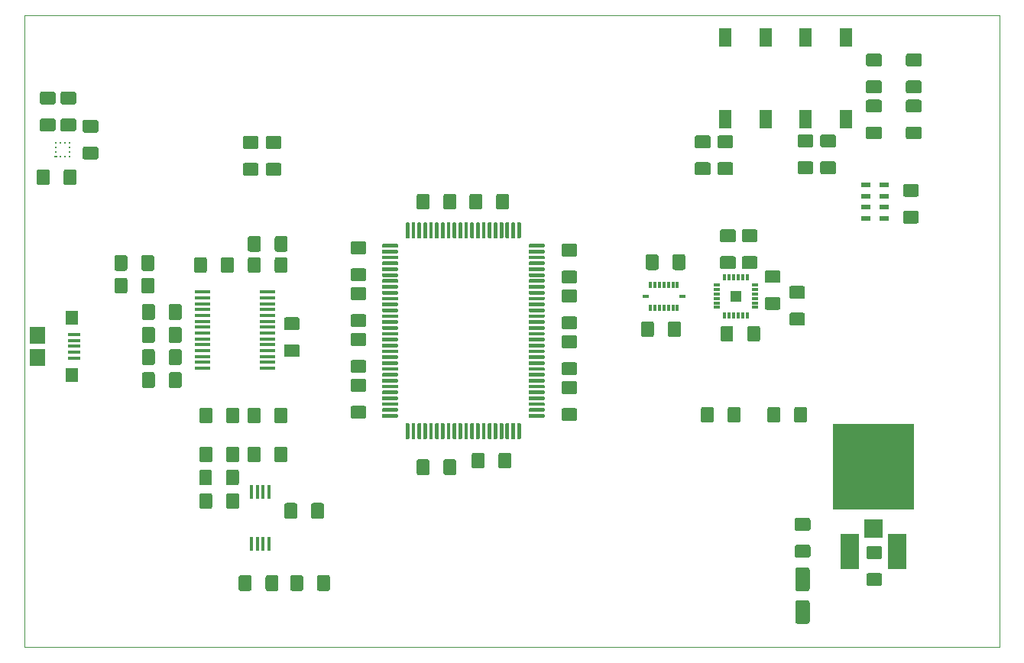
<source format=gbr>
G04 #@! TF.GenerationSoftware,KiCad,Pcbnew,5.1.4-e60b266~84~ubuntu16.04.1*
G04 #@! TF.CreationDate,2019-11-28T11:55:17+01:00*
G04 #@! TF.ProjectId,SRAM_board,5352414d-5f62-46f6-9172-642e6b696361,A*
G04 #@! TF.SameCoordinates,Original*
G04 #@! TF.FileFunction,Paste,Top*
G04 #@! TF.FilePolarity,Positive*
%FSLAX46Y46*%
G04 Gerber Fmt 4.6, Leading zero omitted, Abs format (unit mm)*
G04 Created by KiCad (PCBNEW 5.1.4-e60b266~84~ubuntu16.04.1) date 2019-11-28 11:55:17*
%MOMM*%
%LPD*%
G04 APERTURE LIST*
%ADD10C,0.050000*%
%ADD11C,0.150000*%
%ADD12C,1.425000*%
%ADD13C,0.400000*%
%ADD14R,0.250000X0.275000*%
%ADD15R,0.325000X0.275000*%
%ADD16R,0.275000X0.250000*%
%ADD17C,1.600000*%
%ADD18R,1.700000X1.900000*%
%ADD19R,1.350000X0.400000*%
%ADD20R,1.400000X1.600000*%
%ADD21R,1.400000X2.100000*%
%ADD22R,2.000000X4.000000*%
%ADD23C,2.000000*%
%ADD24R,9.000000X9.500000*%
%ADD25R,1.000000X0.600000*%
%ADD26R,0.300000X0.800000*%
%ADD27R,0.800000X0.300000*%
%ADD28R,0.300000X0.700000*%
%ADD29R,0.700000X0.300000*%
%ADD30R,1.150000X1.250000*%
%ADD31R,1.750000X0.450000*%
%ADD32R,0.450000X1.500000*%
G04 APERTURE END LIST*
D10*
X104280000Y66110000D02*
X104280000Y66030000D01*
X104280000Y-3885000D02*
X104280000Y-3800000D01*
X-3720000Y-3800000D02*
X-3720000Y-3885000D01*
X-3720000Y66030000D02*
X-3720000Y66110000D01*
X104280000Y-3800000D02*
X104280000Y66030000D01*
X-3720000Y-3885000D02*
X104280000Y-3885000D01*
X-3720000Y66110000D02*
X104280000Y66110000D01*
X-3720000Y-3800000D02*
X-3720000Y66030000D01*
D11*
G36*
X79795904Y34910796D02*
G01*
X79820173Y34907196D01*
X79843971Y34901235D01*
X79867071Y34892970D01*
X79889249Y34882480D01*
X79910293Y34869867D01*
X79929998Y34855253D01*
X79948177Y34838777D01*
X79964653Y34820598D01*
X79979267Y34800893D01*
X79991880Y34779849D01*
X80002370Y34757671D01*
X80010635Y34734571D01*
X80016596Y34710773D01*
X80020196Y34686504D01*
X80021400Y34662000D01*
X80021400Y33737000D01*
X80020196Y33712496D01*
X80016596Y33688227D01*
X80010635Y33664429D01*
X80002370Y33641329D01*
X79991880Y33619151D01*
X79979267Y33598107D01*
X79964653Y33578402D01*
X79948177Y33560223D01*
X79929998Y33543747D01*
X79910293Y33529133D01*
X79889249Y33516520D01*
X79867071Y33506030D01*
X79843971Y33497765D01*
X79820173Y33491804D01*
X79795904Y33488204D01*
X79771400Y33487000D01*
X78521400Y33487000D01*
X78496896Y33488204D01*
X78472627Y33491804D01*
X78448829Y33497765D01*
X78425729Y33506030D01*
X78403551Y33516520D01*
X78382507Y33529133D01*
X78362802Y33543747D01*
X78344623Y33560223D01*
X78328147Y33578402D01*
X78313533Y33598107D01*
X78300920Y33619151D01*
X78290430Y33641329D01*
X78282165Y33664429D01*
X78276204Y33688227D01*
X78272604Y33712496D01*
X78271400Y33737000D01*
X78271400Y34662000D01*
X78272604Y34686504D01*
X78276204Y34710773D01*
X78282165Y34734571D01*
X78290430Y34757671D01*
X78300920Y34779849D01*
X78313533Y34800893D01*
X78328147Y34820598D01*
X78344623Y34838777D01*
X78362802Y34855253D01*
X78382507Y34869867D01*
X78403551Y34882480D01*
X78425729Y34892970D01*
X78448829Y34901235D01*
X78472627Y34907196D01*
X78496896Y34910796D01*
X78521400Y34912000D01*
X79771400Y34912000D01*
X79795904Y34910796D01*
X79795904Y34910796D01*
G37*
D12*
X79146400Y34199500D03*
D11*
G36*
X79795904Y37885796D02*
G01*
X79820173Y37882196D01*
X79843971Y37876235D01*
X79867071Y37867970D01*
X79889249Y37857480D01*
X79910293Y37844867D01*
X79929998Y37830253D01*
X79948177Y37813777D01*
X79964653Y37795598D01*
X79979267Y37775893D01*
X79991880Y37754849D01*
X80002370Y37732671D01*
X80010635Y37709571D01*
X80016596Y37685773D01*
X80020196Y37661504D01*
X80021400Y37637000D01*
X80021400Y36712000D01*
X80020196Y36687496D01*
X80016596Y36663227D01*
X80010635Y36639429D01*
X80002370Y36616329D01*
X79991880Y36594151D01*
X79979267Y36573107D01*
X79964653Y36553402D01*
X79948177Y36535223D01*
X79929998Y36518747D01*
X79910293Y36504133D01*
X79889249Y36491520D01*
X79867071Y36481030D01*
X79843971Y36472765D01*
X79820173Y36466804D01*
X79795904Y36463204D01*
X79771400Y36462000D01*
X78521400Y36462000D01*
X78496896Y36463204D01*
X78472627Y36466804D01*
X78448829Y36472765D01*
X78425729Y36481030D01*
X78403551Y36491520D01*
X78382507Y36504133D01*
X78362802Y36518747D01*
X78344623Y36535223D01*
X78328147Y36553402D01*
X78313533Y36573107D01*
X78300920Y36594151D01*
X78290430Y36616329D01*
X78282165Y36639429D01*
X78276204Y36663227D01*
X78272604Y36687496D01*
X78271400Y36712000D01*
X78271400Y37637000D01*
X78272604Y37661504D01*
X78276204Y37685773D01*
X78282165Y37709571D01*
X78290430Y37732671D01*
X78300920Y37754849D01*
X78313533Y37775893D01*
X78328147Y37795598D01*
X78344623Y37813777D01*
X78362802Y37830253D01*
X78382507Y37844867D01*
X78403551Y37857480D01*
X78425729Y37867970D01*
X78448829Y37876235D01*
X78472627Y37882196D01*
X78496896Y37885796D01*
X78521400Y37887000D01*
X79771400Y37887000D01*
X79795904Y37885796D01*
X79795904Y37885796D01*
G37*
D12*
X79146400Y37174500D03*
D11*
G36*
X53791602Y21935238D02*
G01*
X53801309Y21933799D01*
X53810828Y21931414D01*
X53820068Y21928108D01*
X53828940Y21923912D01*
X53837357Y21918867D01*
X53845239Y21913021D01*
X53852511Y21906431D01*
X53859101Y21899159D01*
X53864947Y21891277D01*
X53869992Y21882860D01*
X53874188Y21873988D01*
X53877494Y21864748D01*
X53879879Y21855229D01*
X53881318Y21845522D01*
X53881800Y21835720D01*
X53881800Y21635720D01*
X53881318Y21625918D01*
X53879879Y21616211D01*
X53877494Y21606692D01*
X53874188Y21597452D01*
X53869992Y21588580D01*
X53864947Y21580163D01*
X53859101Y21572281D01*
X53852511Y21565009D01*
X53845239Y21558419D01*
X53837357Y21552573D01*
X53828940Y21547528D01*
X53820068Y21543332D01*
X53810828Y21540026D01*
X53801309Y21537641D01*
X53791602Y21536202D01*
X53781800Y21535720D01*
X52231800Y21535720D01*
X52221998Y21536202D01*
X52212291Y21537641D01*
X52202772Y21540026D01*
X52193532Y21543332D01*
X52184660Y21547528D01*
X52176243Y21552573D01*
X52168361Y21558419D01*
X52161089Y21565009D01*
X52154499Y21572281D01*
X52148653Y21580163D01*
X52143608Y21588580D01*
X52139412Y21597452D01*
X52136106Y21606692D01*
X52133721Y21616211D01*
X52132282Y21625918D01*
X52131800Y21635720D01*
X52131800Y21835720D01*
X52132282Y21845522D01*
X52133721Y21855229D01*
X52136106Y21864748D01*
X52139412Y21873988D01*
X52143608Y21882860D01*
X52148653Y21891277D01*
X52154499Y21899159D01*
X52161089Y21906431D01*
X52168361Y21913021D01*
X52176243Y21918867D01*
X52184660Y21923912D01*
X52193532Y21928108D01*
X52202772Y21931414D01*
X52212291Y21933799D01*
X52221998Y21935238D01*
X52231800Y21935720D01*
X53781800Y21935720D01*
X53791602Y21935238D01*
X53791602Y21935238D01*
G37*
D13*
X53006800Y21735720D03*
D11*
G36*
X53791602Y22585238D02*
G01*
X53801309Y22583799D01*
X53810828Y22581414D01*
X53820068Y22578108D01*
X53828940Y22573912D01*
X53837357Y22568867D01*
X53845239Y22563021D01*
X53852511Y22556431D01*
X53859101Y22549159D01*
X53864947Y22541277D01*
X53869992Y22532860D01*
X53874188Y22523988D01*
X53877494Y22514748D01*
X53879879Y22505229D01*
X53881318Y22495522D01*
X53881800Y22485720D01*
X53881800Y22285720D01*
X53881318Y22275918D01*
X53879879Y22266211D01*
X53877494Y22256692D01*
X53874188Y22247452D01*
X53869992Y22238580D01*
X53864947Y22230163D01*
X53859101Y22222281D01*
X53852511Y22215009D01*
X53845239Y22208419D01*
X53837357Y22202573D01*
X53828940Y22197528D01*
X53820068Y22193332D01*
X53810828Y22190026D01*
X53801309Y22187641D01*
X53791602Y22186202D01*
X53781800Y22185720D01*
X52231800Y22185720D01*
X52221998Y22186202D01*
X52212291Y22187641D01*
X52202772Y22190026D01*
X52193532Y22193332D01*
X52184660Y22197528D01*
X52176243Y22202573D01*
X52168361Y22208419D01*
X52161089Y22215009D01*
X52154499Y22222281D01*
X52148653Y22230163D01*
X52143608Y22238580D01*
X52139412Y22247452D01*
X52136106Y22256692D01*
X52133721Y22266211D01*
X52132282Y22275918D01*
X52131800Y22285720D01*
X52131800Y22485720D01*
X52132282Y22495522D01*
X52133721Y22505229D01*
X52136106Y22514748D01*
X52139412Y22523988D01*
X52143608Y22532860D01*
X52148653Y22541277D01*
X52154499Y22549159D01*
X52161089Y22556431D01*
X52168361Y22563021D01*
X52176243Y22568867D01*
X52184660Y22573912D01*
X52193532Y22578108D01*
X52202772Y22581414D01*
X52212291Y22583799D01*
X52221998Y22585238D01*
X52231800Y22585720D01*
X53781800Y22585720D01*
X53791602Y22585238D01*
X53791602Y22585238D01*
G37*
D13*
X53006800Y22385720D03*
D11*
G36*
X53791602Y23235238D02*
G01*
X53801309Y23233799D01*
X53810828Y23231414D01*
X53820068Y23228108D01*
X53828940Y23223912D01*
X53837357Y23218867D01*
X53845239Y23213021D01*
X53852511Y23206431D01*
X53859101Y23199159D01*
X53864947Y23191277D01*
X53869992Y23182860D01*
X53874188Y23173988D01*
X53877494Y23164748D01*
X53879879Y23155229D01*
X53881318Y23145522D01*
X53881800Y23135720D01*
X53881800Y22935720D01*
X53881318Y22925918D01*
X53879879Y22916211D01*
X53877494Y22906692D01*
X53874188Y22897452D01*
X53869992Y22888580D01*
X53864947Y22880163D01*
X53859101Y22872281D01*
X53852511Y22865009D01*
X53845239Y22858419D01*
X53837357Y22852573D01*
X53828940Y22847528D01*
X53820068Y22843332D01*
X53810828Y22840026D01*
X53801309Y22837641D01*
X53791602Y22836202D01*
X53781800Y22835720D01*
X52231800Y22835720D01*
X52221998Y22836202D01*
X52212291Y22837641D01*
X52202772Y22840026D01*
X52193532Y22843332D01*
X52184660Y22847528D01*
X52176243Y22852573D01*
X52168361Y22858419D01*
X52161089Y22865009D01*
X52154499Y22872281D01*
X52148653Y22880163D01*
X52143608Y22888580D01*
X52139412Y22897452D01*
X52136106Y22906692D01*
X52133721Y22916211D01*
X52132282Y22925918D01*
X52131800Y22935720D01*
X52131800Y23135720D01*
X52132282Y23145522D01*
X52133721Y23155229D01*
X52136106Y23164748D01*
X52139412Y23173988D01*
X52143608Y23182860D01*
X52148653Y23191277D01*
X52154499Y23199159D01*
X52161089Y23206431D01*
X52168361Y23213021D01*
X52176243Y23218867D01*
X52184660Y23223912D01*
X52193532Y23228108D01*
X52202772Y23231414D01*
X52212291Y23233799D01*
X52221998Y23235238D01*
X52231800Y23235720D01*
X53781800Y23235720D01*
X53791602Y23235238D01*
X53791602Y23235238D01*
G37*
D13*
X53006800Y23035720D03*
D11*
G36*
X53791602Y23885238D02*
G01*
X53801309Y23883799D01*
X53810828Y23881414D01*
X53820068Y23878108D01*
X53828940Y23873912D01*
X53837357Y23868867D01*
X53845239Y23863021D01*
X53852511Y23856431D01*
X53859101Y23849159D01*
X53864947Y23841277D01*
X53869992Y23832860D01*
X53874188Y23823988D01*
X53877494Y23814748D01*
X53879879Y23805229D01*
X53881318Y23795522D01*
X53881800Y23785720D01*
X53881800Y23585720D01*
X53881318Y23575918D01*
X53879879Y23566211D01*
X53877494Y23556692D01*
X53874188Y23547452D01*
X53869992Y23538580D01*
X53864947Y23530163D01*
X53859101Y23522281D01*
X53852511Y23515009D01*
X53845239Y23508419D01*
X53837357Y23502573D01*
X53828940Y23497528D01*
X53820068Y23493332D01*
X53810828Y23490026D01*
X53801309Y23487641D01*
X53791602Y23486202D01*
X53781800Y23485720D01*
X52231800Y23485720D01*
X52221998Y23486202D01*
X52212291Y23487641D01*
X52202772Y23490026D01*
X52193532Y23493332D01*
X52184660Y23497528D01*
X52176243Y23502573D01*
X52168361Y23508419D01*
X52161089Y23515009D01*
X52154499Y23522281D01*
X52148653Y23530163D01*
X52143608Y23538580D01*
X52139412Y23547452D01*
X52136106Y23556692D01*
X52133721Y23566211D01*
X52132282Y23575918D01*
X52131800Y23585720D01*
X52131800Y23785720D01*
X52132282Y23795522D01*
X52133721Y23805229D01*
X52136106Y23814748D01*
X52139412Y23823988D01*
X52143608Y23832860D01*
X52148653Y23841277D01*
X52154499Y23849159D01*
X52161089Y23856431D01*
X52168361Y23863021D01*
X52176243Y23868867D01*
X52184660Y23873912D01*
X52193532Y23878108D01*
X52202772Y23881414D01*
X52212291Y23883799D01*
X52221998Y23885238D01*
X52231800Y23885720D01*
X53781800Y23885720D01*
X53791602Y23885238D01*
X53791602Y23885238D01*
G37*
D13*
X53006800Y23685720D03*
D11*
G36*
X53791602Y24535238D02*
G01*
X53801309Y24533799D01*
X53810828Y24531414D01*
X53820068Y24528108D01*
X53828940Y24523912D01*
X53837357Y24518867D01*
X53845239Y24513021D01*
X53852511Y24506431D01*
X53859101Y24499159D01*
X53864947Y24491277D01*
X53869992Y24482860D01*
X53874188Y24473988D01*
X53877494Y24464748D01*
X53879879Y24455229D01*
X53881318Y24445522D01*
X53881800Y24435720D01*
X53881800Y24235720D01*
X53881318Y24225918D01*
X53879879Y24216211D01*
X53877494Y24206692D01*
X53874188Y24197452D01*
X53869992Y24188580D01*
X53864947Y24180163D01*
X53859101Y24172281D01*
X53852511Y24165009D01*
X53845239Y24158419D01*
X53837357Y24152573D01*
X53828940Y24147528D01*
X53820068Y24143332D01*
X53810828Y24140026D01*
X53801309Y24137641D01*
X53791602Y24136202D01*
X53781800Y24135720D01*
X52231800Y24135720D01*
X52221998Y24136202D01*
X52212291Y24137641D01*
X52202772Y24140026D01*
X52193532Y24143332D01*
X52184660Y24147528D01*
X52176243Y24152573D01*
X52168361Y24158419D01*
X52161089Y24165009D01*
X52154499Y24172281D01*
X52148653Y24180163D01*
X52143608Y24188580D01*
X52139412Y24197452D01*
X52136106Y24206692D01*
X52133721Y24216211D01*
X52132282Y24225918D01*
X52131800Y24235720D01*
X52131800Y24435720D01*
X52132282Y24445522D01*
X52133721Y24455229D01*
X52136106Y24464748D01*
X52139412Y24473988D01*
X52143608Y24482860D01*
X52148653Y24491277D01*
X52154499Y24499159D01*
X52161089Y24506431D01*
X52168361Y24513021D01*
X52176243Y24518867D01*
X52184660Y24523912D01*
X52193532Y24528108D01*
X52202772Y24531414D01*
X52212291Y24533799D01*
X52221998Y24535238D01*
X52231800Y24535720D01*
X53781800Y24535720D01*
X53791602Y24535238D01*
X53791602Y24535238D01*
G37*
D13*
X53006800Y24335720D03*
D11*
G36*
X53791602Y25185238D02*
G01*
X53801309Y25183799D01*
X53810828Y25181414D01*
X53820068Y25178108D01*
X53828940Y25173912D01*
X53837357Y25168867D01*
X53845239Y25163021D01*
X53852511Y25156431D01*
X53859101Y25149159D01*
X53864947Y25141277D01*
X53869992Y25132860D01*
X53874188Y25123988D01*
X53877494Y25114748D01*
X53879879Y25105229D01*
X53881318Y25095522D01*
X53881800Y25085720D01*
X53881800Y24885720D01*
X53881318Y24875918D01*
X53879879Y24866211D01*
X53877494Y24856692D01*
X53874188Y24847452D01*
X53869992Y24838580D01*
X53864947Y24830163D01*
X53859101Y24822281D01*
X53852511Y24815009D01*
X53845239Y24808419D01*
X53837357Y24802573D01*
X53828940Y24797528D01*
X53820068Y24793332D01*
X53810828Y24790026D01*
X53801309Y24787641D01*
X53791602Y24786202D01*
X53781800Y24785720D01*
X52231800Y24785720D01*
X52221998Y24786202D01*
X52212291Y24787641D01*
X52202772Y24790026D01*
X52193532Y24793332D01*
X52184660Y24797528D01*
X52176243Y24802573D01*
X52168361Y24808419D01*
X52161089Y24815009D01*
X52154499Y24822281D01*
X52148653Y24830163D01*
X52143608Y24838580D01*
X52139412Y24847452D01*
X52136106Y24856692D01*
X52133721Y24866211D01*
X52132282Y24875918D01*
X52131800Y24885720D01*
X52131800Y25085720D01*
X52132282Y25095522D01*
X52133721Y25105229D01*
X52136106Y25114748D01*
X52139412Y25123988D01*
X52143608Y25132860D01*
X52148653Y25141277D01*
X52154499Y25149159D01*
X52161089Y25156431D01*
X52168361Y25163021D01*
X52176243Y25168867D01*
X52184660Y25173912D01*
X52193532Y25178108D01*
X52202772Y25181414D01*
X52212291Y25183799D01*
X52221998Y25185238D01*
X52231800Y25185720D01*
X53781800Y25185720D01*
X53791602Y25185238D01*
X53791602Y25185238D01*
G37*
D13*
X53006800Y24985720D03*
D11*
G36*
X53791602Y25835238D02*
G01*
X53801309Y25833799D01*
X53810828Y25831414D01*
X53820068Y25828108D01*
X53828940Y25823912D01*
X53837357Y25818867D01*
X53845239Y25813021D01*
X53852511Y25806431D01*
X53859101Y25799159D01*
X53864947Y25791277D01*
X53869992Y25782860D01*
X53874188Y25773988D01*
X53877494Y25764748D01*
X53879879Y25755229D01*
X53881318Y25745522D01*
X53881800Y25735720D01*
X53881800Y25535720D01*
X53881318Y25525918D01*
X53879879Y25516211D01*
X53877494Y25506692D01*
X53874188Y25497452D01*
X53869992Y25488580D01*
X53864947Y25480163D01*
X53859101Y25472281D01*
X53852511Y25465009D01*
X53845239Y25458419D01*
X53837357Y25452573D01*
X53828940Y25447528D01*
X53820068Y25443332D01*
X53810828Y25440026D01*
X53801309Y25437641D01*
X53791602Y25436202D01*
X53781800Y25435720D01*
X52231800Y25435720D01*
X52221998Y25436202D01*
X52212291Y25437641D01*
X52202772Y25440026D01*
X52193532Y25443332D01*
X52184660Y25447528D01*
X52176243Y25452573D01*
X52168361Y25458419D01*
X52161089Y25465009D01*
X52154499Y25472281D01*
X52148653Y25480163D01*
X52143608Y25488580D01*
X52139412Y25497452D01*
X52136106Y25506692D01*
X52133721Y25516211D01*
X52132282Y25525918D01*
X52131800Y25535720D01*
X52131800Y25735720D01*
X52132282Y25745522D01*
X52133721Y25755229D01*
X52136106Y25764748D01*
X52139412Y25773988D01*
X52143608Y25782860D01*
X52148653Y25791277D01*
X52154499Y25799159D01*
X52161089Y25806431D01*
X52168361Y25813021D01*
X52176243Y25818867D01*
X52184660Y25823912D01*
X52193532Y25828108D01*
X52202772Y25831414D01*
X52212291Y25833799D01*
X52221998Y25835238D01*
X52231800Y25835720D01*
X53781800Y25835720D01*
X53791602Y25835238D01*
X53791602Y25835238D01*
G37*
D13*
X53006800Y25635720D03*
D11*
G36*
X53791602Y26485238D02*
G01*
X53801309Y26483799D01*
X53810828Y26481414D01*
X53820068Y26478108D01*
X53828940Y26473912D01*
X53837357Y26468867D01*
X53845239Y26463021D01*
X53852511Y26456431D01*
X53859101Y26449159D01*
X53864947Y26441277D01*
X53869992Y26432860D01*
X53874188Y26423988D01*
X53877494Y26414748D01*
X53879879Y26405229D01*
X53881318Y26395522D01*
X53881800Y26385720D01*
X53881800Y26185720D01*
X53881318Y26175918D01*
X53879879Y26166211D01*
X53877494Y26156692D01*
X53874188Y26147452D01*
X53869992Y26138580D01*
X53864947Y26130163D01*
X53859101Y26122281D01*
X53852511Y26115009D01*
X53845239Y26108419D01*
X53837357Y26102573D01*
X53828940Y26097528D01*
X53820068Y26093332D01*
X53810828Y26090026D01*
X53801309Y26087641D01*
X53791602Y26086202D01*
X53781800Y26085720D01*
X52231800Y26085720D01*
X52221998Y26086202D01*
X52212291Y26087641D01*
X52202772Y26090026D01*
X52193532Y26093332D01*
X52184660Y26097528D01*
X52176243Y26102573D01*
X52168361Y26108419D01*
X52161089Y26115009D01*
X52154499Y26122281D01*
X52148653Y26130163D01*
X52143608Y26138580D01*
X52139412Y26147452D01*
X52136106Y26156692D01*
X52133721Y26166211D01*
X52132282Y26175918D01*
X52131800Y26185720D01*
X52131800Y26385720D01*
X52132282Y26395522D01*
X52133721Y26405229D01*
X52136106Y26414748D01*
X52139412Y26423988D01*
X52143608Y26432860D01*
X52148653Y26441277D01*
X52154499Y26449159D01*
X52161089Y26456431D01*
X52168361Y26463021D01*
X52176243Y26468867D01*
X52184660Y26473912D01*
X52193532Y26478108D01*
X52202772Y26481414D01*
X52212291Y26483799D01*
X52221998Y26485238D01*
X52231800Y26485720D01*
X53781800Y26485720D01*
X53791602Y26485238D01*
X53791602Y26485238D01*
G37*
D13*
X53006800Y26285720D03*
D11*
G36*
X53791602Y27135238D02*
G01*
X53801309Y27133799D01*
X53810828Y27131414D01*
X53820068Y27128108D01*
X53828940Y27123912D01*
X53837357Y27118867D01*
X53845239Y27113021D01*
X53852511Y27106431D01*
X53859101Y27099159D01*
X53864947Y27091277D01*
X53869992Y27082860D01*
X53874188Y27073988D01*
X53877494Y27064748D01*
X53879879Y27055229D01*
X53881318Y27045522D01*
X53881800Y27035720D01*
X53881800Y26835720D01*
X53881318Y26825918D01*
X53879879Y26816211D01*
X53877494Y26806692D01*
X53874188Y26797452D01*
X53869992Y26788580D01*
X53864947Y26780163D01*
X53859101Y26772281D01*
X53852511Y26765009D01*
X53845239Y26758419D01*
X53837357Y26752573D01*
X53828940Y26747528D01*
X53820068Y26743332D01*
X53810828Y26740026D01*
X53801309Y26737641D01*
X53791602Y26736202D01*
X53781800Y26735720D01*
X52231800Y26735720D01*
X52221998Y26736202D01*
X52212291Y26737641D01*
X52202772Y26740026D01*
X52193532Y26743332D01*
X52184660Y26747528D01*
X52176243Y26752573D01*
X52168361Y26758419D01*
X52161089Y26765009D01*
X52154499Y26772281D01*
X52148653Y26780163D01*
X52143608Y26788580D01*
X52139412Y26797452D01*
X52136106Y26806692D01*
X52133721Y26816211D01*
X52132282Y26825918D01*
X52131800Y26835720D01*
X52131800Y27035720D01*
X52132282Y27045522D01*
X52133721Y27055229D01*
X52136106Y27064748D01*
X52139412Y27073988D01*
X52143608Y27082860D01*
X52148653Y27091277D01*
X52154499Y27099159D01*
X52161089Y27106431D01*
X52168361Y27113021D01*
X52176243Y27118867D01*
X52184660Y27123912D01*
X52193532Y27128108D01*
X52202772Y27131414D01*
X52212291Y27133799D01*
X52221998Y27135238D01*
X52231800Y27135720D01*
X53781800Y27135720D01*
X53791602Y27135238D01*
X53791602Y27135238D01*
G37*
D13*
X53006800Y26935720D03*
D11*
G36*
X53791602Y27785238D02*
G01*
X53801309Y27783799D01*
X53810828Y27781414D01*
X53820068Y27778108D01*
X53828940Y27773912D01*
X53837357Y27768867D01*
X53845239Y27763021D01*
X53852511Y27756431D01*
X53859101Y27749159D01*
X53864947Y27741277D01*
X53869992Y27732860D01*
X53874188Y27723988D01*
X53877494Y27714748D01*
X53879879Y27705229D01*
X53881318Y27695522D01*
X53881800Y27685720D01*
X53881800Y27485720D01*
X53881318Y27475918D01*
X53879879Y27466211D01*
X53877494Y27456692D01*
X53874188Y27447452D01*
X53869992Y27438580D01*
X53864947Y27430163D01*
X53859101Y27422281D01*
X53852511Y27415009D01*
X53845239Y27408419D01*
X53837357Y27402573D01*
X53828940Y27397528D01*
X53820068Y27393332D01*
X53810828Y27390026D01*
X53801309Y27387641D01*
X53791602Y27386202D01*
X53781800Y27385720D01*
X52231800Y27385720D01*
X52221998Y27386202D01*
X52212291Y27387641D01*
X52202772Y27390026D01*
X52193532Y27393332D01*
X52184660Y27397528D01*
X52176243Y27402573D01*
X52168361Y27408419D01*
X52161089Y27415009D01*
X52154499Y27422281D01*
X52148653Y27430163D01*
X52143608Y27438580D01*
X52139412Y27447452D01*
X52136106Y27456692D01*
X52133721Y27466211D01*
X52132282Y27475918D01*
X52131800Y27485720D01*
X52131800Y27685720D01*
X52132282Y27695522D01*
X52133721Y27705229D01*
X52136106Y27714748D01*
X52139412Y27723988D01*
X52143608Y27732860D01*
X52148653Y27741277D01*
X52154499Y27749159D01*
X52161089Y27756431D01*
X52168361Y27763021D01*
X52176243Y27768867D01*
X52184660Y27773912D01*
X52193532Y27778108D01*
X52202772Y27781414D01*
X52212291Y27783799D01*
X52221998Y27785238D01*
X52231800Y27785720D01*
X53781800Y27785720D01*
X53791602Y27785238D01*
X53791602Y27785238D01*
G37*
D13*
X53006800Y27585720D03*
D11*
G36*
X53791602Y28435238D02*
G01*
X53801309Y28433799D01*
X53810828Y28431414D01*
X53820068Y28428108D01*
X53828940Y28423912D01*
X53837357Y28418867D01*
X53845239Y28413021D01*
X53852511Y28406431D01*
X53859101Y28399159D01*
X53864947Y28391277D01*
X53869992Y28382860D01*
X53874188Y28373988D01*
X53877494Y28364748D01*
X53879879Y28355229D01*
X53881318Y28345522D01*
X53881800Y28335720D01*
X53881800Y28135720D01*
X53881318Y28125918D01*
X53879879Y28116211D01*
X53877494Y28106692D01*
X53874188Y28097452D01*
X53869992Y28088580D01*
X53864947Y28080163D01*
X53859101Y28072281D01*
X53852511Y28065009D01*
X53845239Y28058419D01*
X53837357Y28052573D01*
X53828940Y28047528D01*
X53820068Y28043332D01*
X53810828Y28040026D01*
X53801309Y28037641D01*
X53791602Y28036202D01*
X53781800Y28035720D01*
X52231800Y28035720D01*
X52221998Y28036202D01*
X52212291Y28037641D01*
X52202772Y28040026D01*
X52193532Y28043332D01*
X52184660Y28047528D01*
X52176243Y28052573D01*
X52168361Y28058419D01*
X52161089Y28065009D01*
X52154499Y28072281D01*
X52148653Y28080163D01*
X52143608Y28088580D01*
X52139412Y28097452D01*
X52136106Y28106692D01*
X52133721Y28116211D01*
X52132282Y28125918D01*
X52131800Y28135720D01*
X52131800Y28335720D01*
X52132282Y28345522D01*
X52133721Y28355229D01*
X52136106Y28364748D01*
X52139412Y28373988D01*
X52143608Y28382860D01*
X52148653Y28391277D01*
X52154499Y28399159D01*
X52161089Y28406431D01*
X52168361Y28413021D01*
X52176243Y28418867D01*
X52184660Y28423912D01*
X52193532Y28428108D01*
X52202772Y28431414D01*
X52212291Y28433799D01*
X52221998Y28435238D01*
X52231800Y28435720D01*
X53781800Y28435720D01*
X53791602Y28435238D01*
X53791602Y28435238D01*
G37*
D13*
X53006800Y28235720D03*
D11*
G36*
X53791602Y29085238D02*
G01*
X53801309Y29083799D01*
X53810828Y29081414D01*
X53820068Y29078108D01*
X53828940Y29073912D01*
X53837357Y29068867D01*
X53845239Y29063021D01*
X53852511Y29056431D01*
X53859101Y29049159D01*
X53864947Y29041277D01*
X53869992Y29032860D01*
X53874188Y29023988D01*
X53877494Y29014748D01*
X53879879Y29005229D01*
X53881318Y28995522D01*
X53881800Y28985720D01*
X53881800Y28785720D01*
X53881318Y28775918D01*
X53879879Y28766211D01*
X53877494Y28756692D01*
X53874188Y28747452D01*
X53869992Y28738580D01*
X53864947Y28730163D01*
X53859101Y28722281D01*
X53852511Y28715009D01*
X53845239Y28708419D01*
X53837357Y28702573D01*
X53828940Y28697528D01*
X53820068Y28693332D01*
X53810828Y28690026D01*
X53801309Y28687641D01*
X53791602Y28686202D01*
X53781800Y28685720D01*
X52231800Y28685720D01*
X52221998Y28686202D01*
X52212291Y28687641D01*
X52202772Y28690026D01*
X52193532Y28693332D01*
X52184660Y28697528D01*
X52176243Y28702573D01*
X52168361Y28708419D01*
X52161089Y28715009D01*
X52154499Y28722281D01*
X52148653Y28730163D01*
X52143608Y28738580D01*
X52139412Y28747452D01*
X52136106Y28756692D01*
X52133721Y28766211D01*
X52132282Y28775918D01*
X52131800Y28785720D01*
X52131800Y28985720D01*
X52132282Y28995522D01*
X52133721Y29005229D01*
X52136106Y29014748D01*
X52139412Y29023988D01*
X52143608Y29032860D01*
X52148653Y29041277D01*
X52154499Y29049159D01*
X52161089Y29056431D01*
X52168361Y29063021D01*
X52176243Y29068867D01*
X52184660Y29073912D01*
X52193532Y29078108D01*
X52202772Y29081414D01*
X52212291Y29083799D01*
X52221998Y29085238D01*
X52231800Y29085720D01*
X53781800Y29085720D01*
X53791602Y29085238D01*
X53791602Y29085238D01*
G37*
D13*
X53006800Y28885720D03*
D11*
G36*
X53791602Y29735238D02*
G01*
X53801309Y29733799D01*
X53810828Y29731414D01*
X53820068Y29728108D01*
X53828940Y29723912D01*
X53837357Y29718867D01*
X53845239Y29713021D01*
X53852511Y29706431D01*
X53859101Y29699159D01*
X53864947Y29691277D01*
X53869992Y29682860D01*
X53874188Y29673988D01*
X53877494Y29664748D01*
X53879879Y29655229D01*
X53881318Y29645522D01*
X53881800Y29635720D01*
X53881800Y29435720D01*
X53881318Y29425918D01*
X53879879Y29416211D01*
X53877494Y29406692D01*
X53874188Y29397452D01*
X53869992Y29388580D01*
X53864947Y29380163D01*
X53859101Y29372281D01*
X53852511Y29365009D01*
X53845239Y29358419D01*
X53837357Y29352573D01*
X53828940Y29347528D01*
X53820068Y29343332D01*
X53810828Y29340026D01*
X53801309Y29337641D01*
X53791602Y29336202D01*
X53781800Y29335720D01*
X52231800Y29335720D01*
X52221998Y29336202D01*
X52212291Y29337641D01*
X52202772Y29340026D01*
X52193532Y29343332D01*
X52184660Y29347528D01*
X52176243Y29352573D01*
X52168361Y29358419D01*
X52161089Y29365009D01*
X52154499Y29372281D01*
X52148653Y29380163D01*
X52143608Y29388580D01*
X52139412Y29397452D01*
X52136106Y29406692D01*
X52133721Y29416211D01*
X52132282Y29425918D01*
X52131800Y29435720D01*
X52131800Y29635720D01*
X52132282Y29645522D01*
X52133721Y29655229D01*
X52136106Y29664748D01*
X52139412Y29673988D01*
X52143608Y29682860D01*
X52148653Y29691277D01*
X52154499Y29699159D01*
X52161089Y29706431D01*
X52168361Y29713021D01*
X52176243Y29718867D01*
X52184660Y29723912D01*
X52193532Y29728108D01*
X52202772Y29731414D01*
X52212291Y29733799D01*
X52221998Y29735238D01*
X52231800Y29735720D01*
X53781800Y29735720D01*
X53791602Y29735238D01*
X53791602Y29735238D01*
G37*
D13*
X53006800Y29535720D03*
D11*
G36*
X53791602Y30385238D02*
G01*
X53801309Y30383799D01*
X53810828Y30381414D01*
X53820068Y30378108D01*
X53828940Y30373912D01*
X53837357Y30368867D01*
X53845239Y30363021D01*
X53852511Y30356431D01*
X53859101Y30349159D01*
X53864947Y30341277D01*
X53869992Y30332860D01*
X53874188Y30323988D01*
X53877494Y30314748D01*
X53879879Y30305229D01*
X53881318Y30295522D01*
X53881800Y30285720D01*
X53881800Y30085720D01*
X53881318Y30075918D01*
X53879879Y30066211D01*
X53877494Y30056692D01*
X53874188Y30047452D01*
X53869992Y30038580D01*
X53864947Y30030163D01*
X53859101Y30022281D01*
X53852511Y30015009D01*
X53845239Y30008419D01*
X53837357Y30002573D01*
X53828940Y29997528D01*
X53820068Y29993332D01*
X53810828Y29990026D01*
X53801309Y29987641D01*
X53791602Y29986202D01*
X53781800Y29985720D01*
X52231800Y29985720D01*
X52221998Y29986202D01*
X52212291Y29987641D01*
X52202772Y29990026D01*
X52193532Y29993332D01*
X52184660Y29997528D01*
X52176243Y30002573D01*
X52168361Y30008419D01*
X52161089Y30015009D01*
X52154499Y30022281D01*
X52148653Y30030163D01*
X52143608Y30038580D01*
X52139412Y30047452D01*
X52136106Y30056692D01*
X52133721Y30066211D01*
X52132282Y30075918D01*
X52131800Y30085720D01*
X52131800Y30285720D01*
X52132282Y30295522D01*
X52133721Y30305229D01*
X52136106Y30314748D01*
X52139412Y30323988D01*
X52143608Y30332860D01*
X52148653Y30341277D01*
X52154499Y30349159D01*
X52161089Y30356431D01*
X52168361Y30363021D01*
X52176243Y30368867D01*
X52184660Y30373912D01*
X52193532Y30378108D01*
X52202772Y30381414D01*
X52212291Y30383799D01*
X52221998Y30385238D01*
X52231800Y30385720D01*
X53781800Y30385720D01*
X53791602Y30385238D01*
X53791602Y30385238D01*
G37*
D13*
X53006800Y30185720D03*
D11*
G36*
X53791602Y31035238D02*
G01*
X53801309Y31033799D01*
X53810828Y31031414D01*
X53820068Y31028108D01*
X53828940Y31023912D01*
X53837357Y31018867D01*
X53845239Y31013021D01*
X53852511Y31006431D01*
X53859101Y30999159D01*
X53864947Y30991277D01*
X53869992Y30982860D01*
X53874188Y30973988D01*
X53877494Y30964748D01*
X53879879Y30955229D01*
X53881318Y30945522D01*
X53881800Y30935720D01*
X53881800Y30735720D01*
X53881318Y30725918D01*
X53879879Y30716211D01*
X53877494Y30706692D01*
X53874188Y30697452D01*
X53869992Y30688580D01*
X53864947Y30680163D01*
X53859101Y30672281D01*
X53852511Y30665009D01*
X53845239Y30658419D01*
X53837357Y30652573D01*
X53828940Y30647528D01*
X53820068Y30643332D01*
X53810828Y30640026D01*
X53801309Y30637641D01*
X53791602Y30636202D01*
X53781800Y30635720D01*
X52231800Y30635720D01*
X52221998Y30636202D01*
X52212291Y30637641D01*
X52202772Y30640026D01*
X52193532Y30643332D01*
X52184660Y30647528D01*
X52176243Y30652573D01*
X52168361Y30658419D01*
X52161089Y30665009D01*
X52154499Y30672281D01*
X52148653Y30680163D01*
X52143608Y30688580D01*
X52139412Y30697452D01*
X52136106Y30706692D01*
X52133721Y30716211D01*
X52132282Y30725918D01*
X52131800Y30735720D01*
X52131800Y30935720D01*
X52132282Y30945522D01*
X52133721Y30955229D01*
X52136106Y30964748D01*
X52139412Y30973988D01*
X52143608Y30982860D01*
X52148653Y30991277D01*
X52154499Y30999159D01*
X52161089Y31006431D01*
X52168361Y31013021D01*
X52176243Y31018867D01*
X52184660Y31023912D01*
X52193532Y31028108D01*
X52202772Y31031414D01*
X52212291Y31033799D01*
X52221998Y31035238D01*
X52231800Y31035720D01*
X53781800Y31035720D01*
X53791602Y31035238D01*
X53791602Y31035238D01*
G37*
D13*
X53006800Y30835720D03*
D11*
G36*
X53791602Y31685238D02*
G01*
X53801309Y31683799D01*
X53810828Y31681414D01*
X53820068Y31678108D01*
X53828940Y31673912D01*
X53837357Y31668867D01*
X53845239Y31663021D01*
X53852511Y31656431D01*
X53859101Y31649159D01*
X53864947Y31641277D01*
X53869992Y31632860D01*
X53874188Y31623988D01*
X53877494Y31614748D01*
X53879879Y31605229D01*
X53881318Y31595522D01*
X53881800Y31585720D01*
X53881800Y31385720D01*
X53881318Y31375918D01*
X53879879Y31366211D01*
X53877494Y31356692D01*
X53874188Y31347452D01*
X53869992Y31338580D01*
X53864947Y31330163D01*
X53859101Y31322281D01*
X53852511Y31315009D01*
X53845239Y31308419D01*
X53837357Y31302573D01*
X53828940Y31297528D01*
X53820068Y31293332D01*
X53810828Y31290026D01*
X53801309Y31287641D01*
X53791602Y31286202D01*
X53781800Y31285720D01*
X52231800Y31285720D01*
X52221998Y31286202D01*
X52212291Y31287641D01*
X52202772Y31290026D01*
X52193532Y31293332D01*
X52184660Y31297528D01*
X52176243Y31302573D01*
X52168361Y31308419D01*
X52161089Y31315009D01*
X52154499Y31322281D01*
X52148653Y31330163D01*
X52143608Y31338580D01*
X52139412Y31347452D01*
X52136106Y31356692D01*
X52133721Y31366211D01*
X52132282Y31375918D01*
X52131800Y31385720D01*
X52131800Y31585720D01*
X52132282Y31595522D01*
X52133721Y31605229D01*
X52136106Y31614748D01*
X52139412Y31623988D01*
X52143608Y31632860D01*
X52148653Y31641277D01*
X52154499Y31649159D01*
X52161089Y31656431D01*
X52168361Y31663021D01*
X52176243Y31668867D01*
X52184660Y31673912D01*
X52193532Y31678108D01*
X52202772Y31681414D01*
X52212291Y31683799D01*
X52221998Y31685238D01*
X52231800Y31685720D01*
X53781800Y31685720D01*
X53791602Y31685238D01*
X53791602Y31685238D01*
G37*
D13*
X53006800Y31485720D03*
D11*
G36*
X53791602Y32335238D02*
G01*
X53801309Y32333799D01*
X53810828Y32331414D01*
X53820068Y32328108D01*
X53828940Y32323912D01*
X53837357Y32318867D01*
X53845239Y32313021D01*
X53852511Y32306431D01*
X53859101Y32299159D01*
X53864947Y32291277D01*
X53869992Y32282860D01*
X53874188Y32273988D01*
X53877494Y32264748D01*
X53879879Y32255229D01*
X53881318Y32245522D01*
X53881800Y32235720D01*
X53881800Y32035720D01*
X53881318Y32025918D01*
X53879879Y32016211D01*
X53877494Y32006692D01*
X53874188Y31997452D01*
X53869992Y31988580D01*
X53864947Y31980163D01*
X53859101Y31972281D01*
X53852511Y31965009D01*
X53845239Y31958419D01*
X53837357Y31952573D01*
X53828940Y31947528D01*
X53820068Y31943332D01*
X53810828Y31940026D01*
X53801309Y31937641D01*
X53791602Y31936202D01*
X53781800Y31935720D01*
X52231800Y31935720D01*
X52221998Y31936202D01*
X52212291Y31937641D01*
X52202772Y31940026D01*
X52193532Y31943332D01*
X52184660Y31947528D01*
X52176243Y31952573D01*
X52168361Y31958419D01*
X52161089Y31965009D01*
X52154499Y31972281D01*
X52148653Y31980163D01*
X52143608Y31988580D01*
X52139412Y31997452D01*
X52136106Y32006692D01*
X52133721Y32016211D01*
X52132282Y32025918D01*
X52131800Y32035720D01*
X52131800Y32235720D01*
X52132282Y32245522D01*
X52133721Y32255229D01*
X52136106Y32264748D01*
X52139412Y32273988D01*
X52143608Y32282860D01*
X52148653Y32291277D01*
X52154499Y32299159D01*
X52161089Y32306431D01*
X52168361Y32313021D01*
X52176243Y32318867D01*
X52184660Y32323912D01*
X52193532Y32328108D01*
X52202772Y32331414D01*
X52212291Y32333799D01*
X52221998Y32335238D01*
X52231800Y32335720D01*
X53781800Y32335720D01*
X53791602Y32335238D01*
X53791602Y32335238D01*
G37*
D13*
X53006800Y32135720D03*
D11*
G36*
X53791602Y32985238D02*
G01*
X53801309Y32983799D01*
X53810828Y32981414D01*
X53820068Y32978108D01*
X53828940Y32973912D01*
X53837357Y32968867D01*
X53845239Y32963021D01*
X53852511Y32956431D01*
X53859101Y32949159D01*
X53864947Y32941277D01*
X53869992Y32932860D01*
X53874188Y32923988D01*
X53877494Y32914748D01*
X53879879Y32905229D01*
X53881318Y32895522D01*
X53881800Y32885720D01*
X53881800Y32685720D01*
X53881318Y32675918D01*
X53879879Y32666211D01*
X53877494Y32656692D01*
X53874188Y32647452D01*
X53869992Y32638580D01*
X53864947Y32630163D01*
X53859101Y32622281D01*
X53852511Y32615009D01*
X53845239Y32608419D01*
X53837357Y32602573D01*
X53828940Y32597528D01*
X53820068Y32593332D01*
X53810828Y32590026D01*
X53801309Y32587641D01*
X53791602Y32586202D01*
X53781800Y32585720D01*
X52231800Y32585720D01*
X52221998Y32586202D01*
X52212291Y32587641D01*
X52202772Y32590026D01*
X52193532Y32593332D01*
X52184660Y32597528D01*
X52176243Y32602573D01*
X52168361Y32608419D01*
X52161089Y32615009D01*
X52154499Y32622281D01*
X52148653Y32630163D01*
X52143608Y32638580D01*
X52139412Y32647452D01*
X52136106Y32656692D01*
X52133721Y32666211D01*
X52132282Y32675918D01*
X52131800Y32685720D01*
X52131800Y32885720D01*
X52132282Y32895522D01*
X52133721Y32905229D01*
X52136106Y32914748D01*
X52139412Y32923988D01*
X52143608Y32932860D01*
X52148653Y32941277D01*
X52154499Y32949159D01*
X52161089Y32956431D01*
X52168361Y32963021D01*
X52176243Y32968867D01*
X52184660Y32973912D01*
X52193532Y32978108D01*
X52202772Y32981414D01*
X52212291Y32983799D01*
X52221998Y32985238D01*
X52231800Y32985720D01*
X53781800Y32985720D01*
X53791602Y32985238D01*
X53791602Y32985238D01*
G37*
D13*
X53006800Y32785720D03*
D11*
G36*
X53791602Y33635238D02*
G01*
X53801309Y33633799D01*
X53810828Y33631414D01*
X53820068Y33628108D01*
X53828940Y33623912D01*
X53837357Y33618867D01*
X53845239Y33613021D01*
X53852511Y33606431D01*
X53859101Y33599159D01*
X53864947Y33591277D01*
X53869992Y33582860D01*
X53874188Y33573988D01*
X53877494Y33564748D01*
X53879879Y33555229D01*
X53881318Y33545522D01*
X53881800Y33535720D01*
X53881800Y33335720D01*
X53881318Y33325918D01*
X53879879Y33316211D01*
X53877494Y33306692D01*
X53874188Y33297452D01*
X53869992Y33288580D01*
X53864947Y33280163D01*
X53859101Y33272281D01*
X53852511Y33265009D01*
X53845239Y33258419D01*
X53837357Y33252573D01*
X53828940Y33247528D01*
X53820068Y33243332D01*
X53810828Y33240026D01*
X53801309Y33237641D01*
X53791602Y33236202D01*
X53781800Y33235720D01*
X52231800Y33235720D01*
X52221998Y33236202D01*
X52212291Y33237641D01*
X52202772Y33240026D01*
X52193532Y33243332D01*
X52184660Y33247528D01*
X52176243Y33252573D01*
X52168361Y33258419D01*
X52161089Y33265009D01*
X52154499Y33272281D01*
X52148653Y33280163D01*
X52143608Y33288580D01*
X52139412Y33297452D01*
X52136106Y33306692D01*
X52133721Y33316211D01*
X52132282Y33325918D01*
X52131800Y33335720D01*
X52131800Y33535720D01*
X52132282Y33545522D01*
X52133721Y33555229D01*
X52136106Y33564748D01*
X52139412Y33573988D01*
X52143608Y33582860D01*
X52148653Y33591277D01*
X52154499Y33599159D01*
X52161089Y33606431D01*
X52168361Y33613021D01*
X52176243Y33618867D01*
X52184660Y33623912D01*
X52193532Y33628108D01*
X52202772Y33631414D01*
X52212291Y33633799D01*
X52221998Y33635238D01*
X52231800Y33635720D01*
X53781800Y33635720D01*
X53791602Y33635238D01*
X53791602Y33635238D01*
G37*
D13*
X53006800Y33435720D03*
D11*
G36*
X53791602Y34285238D02*
G01*
X53801309Y34283799D01*
X53810828Y34281414D01*
X53820068Y34278108D01*
X53828940Y34273912D01*
X53837357Y34268867D01*
X53845239Y34263021D01*
X53852511Y34256431D01*
X53859101Y34249159D01*
X53864947Y34241277D01*
X53869992Y34232860D01*
X53874188Y34223988D01*
X53877494Y34214748D01*
X53879879Y34205229D01*
X53881318Y34195522D01*
X53881800Y34185720D01*
X53881800Y33985720D01*
X53881318Y33975918D01*
X53879879Y33966211D01*
X53877494Y33956692D01*
X53874188Y33947452D01*
X53869992Y33938580D01*
X53864947Y33930163D01*
X53859101Y33922281D01*
X53852511Y33915009D01*
X53845239Y33908419D01*
X53837357Y33902573D01*
X53828940Y33897528D01*
X53820068Y33893332D01*
X53810828Y33890026D01*
X53801309Y33887641D01*
X53791602Y33886202D01*
X53781800Y33885720D01*
X52231800Y33885720D01*
X52221998Y33886202D01*
X52212291Y33887641D01*
X52202772Y33890026D01*
X52193532Y33893332D01*
X52184660Y33897528D01*
X52176243Y33902573D01*
X52168361Y33908419D01*
X52161089Y33915009D01*
X52154499Y33922281D01*
X52148653Y33930163D01*
X52143608Y33938580D01*
X52139412Y33947452D01*
X52136106Y33956692D01*
X52133721Y33966211D01*
X52132282Y33975918D01*
X52131800Y33985720D01*
X52131800Y34185720D01*
X52132282Y34195522D01*
X52133721Y34205229D01*
X52136106Y34214748D01*
X52139412Y34223988D01*
X52143608Y34232860D01*
X52148653Y34241277D01*
X52154499Y34249159D01*
X52161089Y34256431D01*
X52168361Y34263021D01*
X52176243Y34268867D01*
X52184660Y34273912D01*
X52193532Y34278108D01*
X52202772Y34281414D01*
X52212291Y34283799D01*
X52221998Y34285238D01*
X52231800Y34285720D01*
X53781800Y34285720D01*
X53791602Y34285238D01*
X53791602Y34285238D01*
G37*
D13*
X53006800Y34085720D03*
D11*
G36*
X53791602Y34935238D02*
G01*
X53801309Y34933799D01*
X53810828Y34931414D01*
X53820068Y34928108D01*
X53828940Y34923912D01*
X53837357Y34918867D01*
X53845239Y34913021D01*
X53852511Y34906431D01*
X53859101Y34899159D01*
X53864947Y34891277D01*
X53869992Y34882860D01*
X53874188Y34873988D01*
X53877494Y34864748D01*
X53879879Y34855229D01*
X53881318Y34845522D01*
X53881800Y34835720D01*
X53881800Y34635720D01*
X53881318Y34625918D01*
X53879879Y34616211D01*
X53877494Y34606692D01*
X53874188Y34597452D01*
X53869992Y34588580D01*
X53864947Y34580163D01*
X53859101Y34572281D01*
X53852511Y34565009D01*
X53845239Y34558419D01*
X53837357Y34552573D01*
X53828940Y34547528D01*
X53820068Y34543332D01*
X53810828Y34540026D01*
X53801309Y34537641D01*
X53791602Y34536202D01*
X53781800Y34535720D01*
X52231800Y34535720D01*
X52221998Y34536202D01*
X52212291Y34537641D01*
X52202772Y34540026D01*
X52193532Y34543332D01*
X52184660Y34547528D01*
X52176243Y34552573D01*
X52168361Y34558419D01*
X52161089Y34565009D01*
X52154499Y34572281D01*
X52148653Y34580163D01*
X52143608Y34588580D01*
X52139412Y34597452D01*
X52136106Y34606692D01*
X52133721Y34616211D01*
X52132282Y34625918D01*
X52131800Y34635720D01*
X52131800Y34835720D01*
X52132282Y34845522D01*
X52133721Y34855229D01*
X52136106Y34864748D01*
X52139412Y34873988D01*
X52143608Y34882860D01*
X52148653Y34891277D01*
X52154499Y34899159D01*
X52161089Y34906431D01*
X52168361Y34913021D01*
X52176243Y34918867D01*
X52184660Y34923912D01*
X52193532Y34928108D01*
X52202772Y34931414D01*
X52212291Y34933799D01*
X52221998Y34935238D01*
X52231800Y34935720D01*
X53781800Y34935720D01*
X53791602Y34935238D01*
X53791602Y34935238D01*
G37*
D13*
X53006800Y34735720D03*
D11*
G36*
X53791602Y35585238D02*
G01*
X53801309Y35583799D01*
X53810828Y35581414D01*
X53820068Y35578108D01*
X53828940Y35573912D01*
X53837357Y35568867D01*
X53845239Y35563021D01*
X53852511Y35556431D01*
X53859101Y35549159D01*
X53864947Y35541277D01*
X53869992Y35532860D01*
X53874188Y35523988D01*
X53877494Y35514748D01*
X53879879Y35505229D01*
X53881318Y35495522D01*
X53881800Y35485720D01*
X53881800Y35285720D01*
X53881318Y35275918D01*
X53879879Y35266211D01*
X53877494Y35256692D01*
X53874188Y35247452D01*
X53869992Y35238580D01*
X53864947Y35230163D01*
X53859101Y35222281D01*
X53852511Y35215009D01*
X53845239Y35208419D01*
X53837357Y35202573D01*
X53828940Y35197528D01*
X53820068Y35193332D01*
X53810828Y35190026D01*
X53801309Y35187641D01*
X53791602Y35186202D01*
X53781800Y35185720D01*
X52231800Y35185720D01*
X52221998Y35186202D01*
X52212291Y35187641D01*
X52202772Y35190026D01*
X52193532Y35193332D01*
X52184660Y35197528D01*
X52176243Y35202573D01*
X52168361Y35208419D01*
X52161089Y35215009D01*
X52154499Y35222281D01*
X52148653Y35230163D01*
X52143608Y35238580D01*
X52139412Y35247452D01*
X52136106Y35256692D01*
X52133721Y35266211D01*
X52132282Y35275918D01*
X52131800Y35285720D01*
X52131800Y35485720D01*
X52132282Y35495522D01*
X52133721Y35505229D01*
X52136106Y35514748D01*
X52139412Y35523988D01*
X52143608Y35532860D01*
X52148653Y35541277D01*
X52154499Y35549159D01*
X52161089Y35556431D01*
X52168361Y35563021D01*
X52176243Y35568867D01*
X52184660Y35573912D01*
X52193532Y35578108D01*
X52202772Y35581414D01*
X52212291Y35583799D01*
X52221998Y35585238D01*
X52231800Y35585720D01*
X53781800Y35585720D01*
X53791602Y35585238D01*
X53791602Y35585238D01*
G37*
D13*
X53006800Y35385720D03*
D11*
G36*
X53791602Y36235238D02*
G01*
X53801309Y36233799D01*
X53810828Y36231414D01*
X53820068Y36228108D01*
X53828940Y36223912D01*
X53837357Y36218867D01*
X53845239Y36213021D01*
X53852511Y36206431D01*
X53859101Y36199159D01*
X53864947Y36191277D01*
X53869992Y36182860D01*
X53874188Y36173988D01*
X53877494Y36164748D01*
X53879879Y36155229D01*
X53881318Y36145522D01*
X53881800Y36135720D01*
X53881800Y35935720D01*
X53881318Y35925918D01*
X53879879Y35916211D01*
X53877494Y35906692D01*
X53874188Y35897452D01*
X53869992Y35888580D01*
X53864947Y35880163D01*
X53859101Y35872281D01*
X53852511Y35865009D01*
X53845239Y35858419D01*
X53837357Y35852573D01*
X53828940Y35847528D01*
X53820068Y35843332D01*
X53810828Y35840026D01*
X53801309Y35837641D01*
X53791602Y35836202D01*
X53781800Y35835720D01*
X52231800Y35835720D01*
X52221998Y35836202D01*
X52212291Y35837641D01*
X52202772Y35840026D01*
X52193532Y35843332D01*
X52184660Y35847528D01*
X52176243Y35852573D01*
X52168361Y35858419D01*
X52161089Y35865009D01*
X52154499Y35872281D01*
X52148653Y35880163D01*
X52143608Y35888580D01*
X52139412Y35897452D01*
X52136106Y35906692D01*
X52133721Y35916211D01*
X52132282Y35925918D01*
X52131800Y35935720D01*
X52131800Y36135720D01*
X52132282Y36145522D01*
X52133721Y36155229D01*
X52136106Y36164748D01*
X52139412Y36173988D01*
X52143608Y36182860D01*
X52148653Y36191277D01*
X52154499Y36199159D01*
X52161089Y36206431D01*
X52168361Y36213021D01*
X52176243Y36218867D01*
X52184660Y36223912D01*
X52193532Y36228108D01*
X52202772Y36231414D01*
X52212291Y36233799D01*
X52221998Y36235238D01*
X52231800Y36235720D01*
X53781800Y36235720D01*
X53791602Y36235238D01*
X53791602Y36235238D01*
G37*
D13*
X53006800Y36035720D03*
D11*
G36*
X53791602Y36885238D02*
G01*
X53801309Y36883799D01*
X53810828Y36881414D01*
X53820068Y36878108D01*
X53828940Y36873912D01*
X53837357Y36868867D01*
X53845239Y36863021D01*
X53852511Y36856431D01*
X53859101Y36849159D01*
X53864947Y36841277D01*
X53869992Y36832860D01*
X53874188Y36823988D01*
X53877494Y36814748D01*
X53879879Y36805229D01*
X53881318Y36795522D01*
X53881800Y36785720D01*
X53881800Y36585720D01*
X53881318Y36575918D01*
X53879879Y36566211D01*
X53877494Y36556692D01*
X53874188Y36547452D01*
X53869992Y36538580D01*
X53864947Y36530163D01*
X53859101Y36522281D01*
X53852511Y36515009D01*
X53845239Y36508419D01*
X53837357Y36502573D01*
X53828940Y36497528D01*
X53820068Y36493332D01*
X53810828Y36490026D01*
X53801309Y36487641D01*
X53791602Y36486202D01*
X53781800Y36485720D01*
X52231800Y36485720D01*
X52221998Y36486202D01*
X52212291Y36487641D01*
X52202772Y36490026D01*
X52193532Y36493332D01*
X52184660Y36497528D01*
X52176243Y36502573D01*
X52168361Y36508419D01*
X52161089Y36515009D01*
X52154499Y36522281D01*
X52148653Y36530163D01*
X52143608Y36538580D01*
X52139412Y36547452D01*
X52136106Y36556692D01*
X52133721Y36566211D01*
X52132282Y36575918D01*
X52131800Y36585720D01*
X52131800Y36785720D01*
X52132282Y36795522D01*
X52133721Y36805229D01*
X52136106Y36814748D01*
X52139412Y36823988D01*
X52143608Y36832860D01*
X52148653Y36841277D01*
X52154499Y36849159D01*
X52161089Y36856431D01*
X52168361Y36863021D01*
X52176243Y36868867D01*
X52184660Y36873912D01*
X52193532Y36878108D01*
X52202772Y36881414D01*
X52212291Y36883799D01*
X52221998Y36885238D01*
X52231800Y36885720D01*
X53781800Y36885720D01*
X53791602Y36885238D01*
X53791602Y36885238D01*
G37*
D13*
X53006800Y36685720D03*
D11*
G36*
X53791602Y37535238D02*
G01*
X53801309Y37533799D01*
X53810828Y37531414D01*
X53820068Y37528108D01*
X53828940Y37523912D01*
X53837357Y37518867D01*
X53845239Y37513021D01*
X53852511Y37506431D01*
X53859101Y37499159D01*
X53864947Y37491277D01*
X53869992Y37482860D01*
X53874188Y37473988D01*
X53877494Y37464748D01*
X53879879Y37455229D01*
X53881318Y37445522D01*
X53881800Y37435720D01*
X53881800Y37235720D01*
X53881318Y37225918D01*
X53879879Y37216211D01*
X53877494Y37206692D01*
X53874188Y37197452D01*
X53869992Y37188580D01*
X53864947Y37180163D01*
X53859101Y37172281D01*
X53852511Y37165009D01*
X53845239Y37158419D01*
X53837357Y37152573D01*
X53828940Y37147528D01*
X53820068Y37143332D01*
X53810828Y37140026D01*
X53801309Y37137641D01*
X53791602Y37136202D01*
X53781800Y37135720D01*
X52231800Y37135720D01*
X52221998Y37136202D01*
X52212291Y37137641D01*
X52202772Y37140026D01*
X52193532Y37143332D01*
X52184660Y37147528D01*
X52176243Y37152573D01*
X52168361Y37158419D01*
X52161089Y37165009D01*
X52154499Y37172281D01*
X52148653Y37180163D01*
X52143608Y37188580D01*
X52139412Y37197452D01*
X52136106Y37206692D01*
X52133721Y37216211D01*
X52132282Y37225918D01*
X52131800Y37235720D01*
X52131800Y37435720D01*
X52132282Y37445522D01*
X52133721Y37455229D01*
X52136106Y37464748D01*
X52139412Y37473988D01*
X52143608Y37482860D01*
X52148653Y37491277D01*
X52154499Y37499159D01*
X52161089Y37506431D01*
X52168361Y37513021D01*
X52176243Y37518867D01*
X52184660Y37523912D01*
X52193532Y37528108D01*
X52202772Y37531414D01*
X52212291Y37533799D01*
X52221998Y37535238D01*
X52231800Y37535720D01*
X53781800Y37535720D01*
X53791602Y37535238D01*
X53791602Y37535238D01*
G37*
D13*
X53006800Y37335720D03*
D11*
G36*
X53791602Y38185238D02*
G01*
X53801309Y38183799D01*
X53810828Y38181414D01*
X53820068Y38178108D01*
X53828940Y38173912D01*
X53837357Y38168867D01*
X53845239Y38163021D01*
X53852511Y38156431D01*
X53859101Y38149159D01*
X53864947Y38141277D01*
X53869992Y38132860D01*
X53874188Y38123988D01*
X53877494Y38114748D01*
X53879879Y38105229D01*
X53881318Y38095522D01*
X53881800Y38085720D01*
X53881800Y37885720D01*
X53881318Y37875918D01*
X53879879Y37866211D01*
X53877494Y37856692D01*
X53874188Y37847452D01*
X53869992Y37838580D01*
X53864947Y37830163D01*
X53859101Y37822281D01*
X53852511Y37815009D01*
X53845239Y37808419D01*
X53837357Y37802573D01*
X53828940Y37797528D01*
X53820068Y37793332D01*
X53810828Y37790026D01*
X53801309Y37787641D01*
X53791602Y37786202D01*
X53781800Y37785720D01*
X52231800Y37785720D01*
X52221998Y37786202D01*
X52212291Y37787641D01*
X52202772Y37790026D01*
X52193532Y37793332D01*
X52184660Y37797528D01*
X52176243Y37802573D01*
X52168361Y37808419D01*
X52161089Y37815009D01*
X52154499Y37822281D01*
X52148653Y37830163D01*
X52143608Y37838580D01*
X52139412Y37847452D01*
X52136106Y37856692D01*
X52133721Y37866211D01*
X52132282Y37875918D01*
X52131800Y37885720D01*
X52131800Y38085720D01*
X52132282Y38095522D01*
X52133721Y38105229D01*
X52136106Y38114748D01*
X52139412Y38123988D01*
X52143608Y38132860D01*
X52148653Y38141277D01*
X52154499Y38149159D01*
X52161089Y38156431D01*
X52168361Y38163021D01*
X52176243Y38168867D01*
X52184660Y38173912D01*
X52193532Y38178108D01*
X52202772Y38181414D01*
X52212291Y38183799D01*
X52221998Y38185238D01*
X52231800Y38185720D01*
X53781800Y38185720D01*
X53791602Y38185238D01*
X53791602Y38185238D01*
G37*
D13*
X53006800Y37985720D03*
D11*
G36*
X53791602Y38835238D02*
G01*
X53801309Y38833799D01*
X53810828Y38831414D01*
X53820068Y38828108D01*
X53828940Y38823912D01*
X53837357Y38818867D01*
X53845239Y38813021D01*
X53852511Y38806431D01*
X53859101Y38799159D01*
X53864947Y38791277D01*
X53869992Y38782860D01*
X53874188Y38773988D01*
X53877494Y38764748D01*
X53879879Y38755229D01*
X53881318Y38745522D01*
X53881800Y38735720D01*
X53881800Y38535720D01*
X53881318Y38525918D01*
X53879879Y38516211D01*
X53877494Y38506692D01*
X53874188Y38497452D01*
X53869992Y38488580D01*
X53864947Y38480163D01*
X53859101Y38472281D01*
X53852511Y38465009D01*
X53845239Y38458419D01*
X53837357Y38452573D01*
X53828940Y38447528D01*
X53820068Y38443332D01*
X53810828Y38440026D01*
X53801309Y38437641D01*
X53791602Y38436202D01*
X53781800Y38435720D01*
X52231800Y38435720D01*
X52221998Y38436202D01*
X52212291Y38437641D01*
X52202772Y38440026D01*
X52193532Y38443332D01*
X52184660Y38447528D01*
X52176243Y38452573D01*
X52168361Y38458419D01*
X52161089Y38465009D01*
X52154499Y38472281D01*
X52148653Y38480163D01*
X52143608Y38488580D01*
X52139412Y38497452D01*
X52136106Y38506692D01*
X52133721Y38516211D01*
X52132282Y38525918D01*
X52131800Y38535720D01*
X52131800Y38735720D01*
X52132282Y38745522D01*
X52133721Y38755229D01*
X52136106Y38764748D01*
X52139412Y38773988D01*
X52143608Y38782860D01*
X52148653Y38791277D01*
X52154499Y38799159D01*
X52161089Y38806431D01*
X52168361Y38813021D01*
X52176243Y38818867D01*
X52184660Y38823912D01*
X52193532Y38828108D01*
X52202772Y38831414D01*
X52212291Y38833799D01*
X52221998Y38835238D01*
X52231800Y38835720D01*
X53781800Y38835720D01*
X53791602Y38835238D01*
X53791602Y38835238D01*
G37*
D13*
X53006800Y38635720D03*
D11*
G36*
X53791602Y39485238D02*
G01*
X53801309Y39483799D01*
X53810828Y39481414D01*
X53820068Y39478108D01*
X53828940Y39473912D01*
X53837357Y39468867D01*
X53845239Y39463021D01*
X53852511Y39456431D01*
X53859101Y39449159D01*
X53864947Y39441277D01*
X53869992Y39432860D01*
X53874188Y39423988D01*
X53877494Y39414748D01*
X53879879Y39405229D01*
X53881318Y39395522D01*
X53881800Y39385720D01*
X53881800Y39185720D01*
X53881318Y39175918D01*
X53879879Y39166211D01*
X53877494Y39156692D01*
X53874188Y39147452D01*
X53869992Y39138580D01*
X53864947Y39130163D01*
X53859101Y39122281D01*
X53852511Y39115009D01*
X53845239Y39108419D01*
X53837357Y39102573D01*
X53828940Y39097528D01*
X53820068Y39093332D01*
X53810828Y39090026D01*
X53801309Y39087641D01*
X53791602Y39086202D01*
X53781800Y39085720D01*
X52231800Y39085720D01*
X52221998Y39086202D01*
X52212291Y39087641D01*
X52202772Y39090026D01*
X52193532Y39093332D01*
X52184660Y39097528D01*
X52176243Y39102573D01*
X52168361Y39108419D01*
X52161089Y39115009D01*
X52154499Y39122281D01*
X52148653Y39130163D01*
X52143608Y39138580D01*
X52139412Y39147452D01*
X52136106Y39156692D01*
X52133721Y39166211D01*
X52132282Y39175918D01*
X52131800Y39185720D01*
X52131800Y39385720D01*
X52132282Y39395522D01*
X52133721Y39405229D01*
X52136106Y39414748D01*
X52139412Y39423988D01*
X52143608Y39432860D01*
X52148653Y39441277D01*
X52154499Y39449159D01*
X52161089Y39456431D01*
X52168361Y39463021D01*
X52176243Y39468867D01*
X52184660Y39473912D01*
X52193532Y39478108D01*
X52202772Y39481414D01*
X52212291Y39483799D01*
X52221998Y39485238D01*
X52231800Y39485720D01*
X53781800Y39485720D01*
X53791602Y39485238D01*
X53791602Y39485238D01*
G37*
D13*
X53006800Y39285720D03*
D11*
G36*
X53791602Y40135238D02*
G01*
X53801309Y40133799D01*
X53810828Y40131414D01*
X53820068Y40128108D01*
X53828940Y40123912D01*
X53837357Y40118867D01*
X53845239Y40113021D01*
X53852511Y40106431D01*
X53859101Y40099159D01*
X53864947Y40091277D01*
X53869992Y40082860D01*
X53874188Y40073988D01*
X53877494Y40064748D01*
X53879879Y40055229D01*
X53881318Y40045522D01*
X53881800Y40035720D01*
X53881800Y39835720D01*
X53881318Y39825918D01*
X53879879Y39816211D01*
X53877494Y39806692D01*
X53874188Y39797452D01*
X53869992Y39788580D01*
X53864947Y39780163D01*
X53859101Y39772281D01*
X53852511Y39765009D01*
X53845239Y39758419D01*
X53837357Y39752573D01*
X53828940Y39747528D01*
X53820068Y39743332D01*
X53810828Y39740026D01*
X53801309Y39737641D01*
X53791602Y39736202D01*
X53781800Y39735720D01*
X52231800Y39735720D01*
X52221998Y39736202D01*
X52212291Y39737641D01*
X52202772Y39740026D01*
X52193532Y39743332D01*
X52184660Y39747528D01*
X52176243Y39752573D01*
X52168361Y39758419D01*
X52161089Y39765009D01*
X52154499Y39772281D01*
X52148653Y39780163D01*
X52143608Y39788580D01*
X52139412Y39797452D01*
X52136106Y39806692D01*
X52133721Y39816211D01*
X52132282Y39825918D01*
X52131800Y39835720D01*
X52131800Y40035720D01*
X52132282Y40045522D01*
X52133721Y40055229D01*
X52136106Y40064748D01*
X52139412Y40073988D01*
X52143608Y40082860D01*
X52148653Y40091277D01*
X52154499Y40099159D01*
X52161089Y40106431D01*
X52168361Y40113021D01*
X52176243Y40118867D01*
X52184660Y40123912D01*
X52193532Y40128108D01*
X52202772Y40131414D01*
X52212291Y40133799D01*
X52221998Y40135238D01*
X52231800Y40135720D01*
X53781800Y40135720D01*
X53791602Y40135238D01*
X53791602Y40135238D01*
G37*
D13*
X53006800Y39935720D03*
D11*
G36*
X53791602Y40785238D02*
G01*
X53801309Y40783799D01*
X53810828Y40781414D01*
X53820068Y40778108D01*
X53828940Y40773912D01*
X53837357Y40768867D01*
X53845239Y40763021D01*
X53852511Y40756431D01*
X53859101Y40749159D01*
X53864947Y40741277D01*
X53869992Y40732860D01*
X53874188Y40723988D01*
X53877494Y40714748D01*
X53879879Y40705229D01*
X53881318Y40695522D01*
X53881800Y40685720D01*
X53881800Y40485720D01*
X53881318Y40475918D01*
X53879879Y40466211D01*
X53877494Y40456692D01*
X53874188Y40447452D01*
X53869992Y40438580D01*
X53864947Y40430163D01*
X53859101Y40422281D01*
X53852511Y40415009D01*
X53845239Y40408419D01*
X53837357Y40402573D01*
X53828940Y40397528D01*
X53820068Y40393332D01*
X53810828Y40390026D01*
X53801309Y40387641D01*
X53791602Y40386202D01*
X53781800Y40385720D01*
X52231800Y40385720D01*
X52221998Y40386202D01*
X52212291Y40387641D01*
X52202772Y40390026D01*
X52193532Y40393332D01*
X52184660Y40397528D01*
X52176243Y40402573D01*
X52168361Y40408419D01*
X52161089Y40415009D01*
X52154499Y40422281D01*
X52148653Y40430163D01*
X52143608Y40438580D01*
X52139412Y40447452D01*
X52136106Y40456692D01*
X52133721Y40466211D01*
X52132282Y40475918D01*
X52131800Y40485720D01*
X52131800Y40685720D01*
X52132282Y40695522D01*
X52133721Y40705229D01*
X52136106Y40714748D01*
X52139412Y40723988D01*
X52143608Y40732860D01*
X52148653Y40741277D01*
X52154499Y40749159D01*
X52161089Y40756431D01*
X52168361Y40763021D01*
X52176243Y40768867D01*
X52184660Y40773912D01*
X52193532Y40778108D01*
X52202772Y40781414D01*
X52212291Y40783799D01*
X52221998Y40785238D01*
X52231800Y40785720D01*
X53781800Y40785720D01*
X53791602Y40785238D01*
X53791602Y40785238D01*
G37*
D13*
X53006800Y40585720D03*
D11*
G36*
X51166602Y43160238D02*
G01*
X51176309Y43158799D01*
X51185828Y43156414D01*
X51195068Y43153108D01*
X51203940Y43148912D01*
X51212357Y43143867D01*
X51220239Y43138021D01*
X51227511Y43131431D01*
X51234101Y43124159D01*
X51239947Y43116277D01*
X51244992Y43107860D01*
X51249188Y43098988D01*
X51252494Y43089748D01*
X51254879Y43080229D01*
X51256318Y43070522D01*
X51256800Y43060720D01*
X51256800Y41510720D01*
X51256318Y41500918D01*
X51254879Y41491211D01*
X51252494Y41481692D01*
X51249188Y41472452D01*
X51244992Y41463580D01*
X51239947Y41455163D01*
X51234101Y41447281D01*
X51227511Y41440009D01*
X51220239Y41433419D01*
X51212357Y41427573D01*
X51203940Y41422528D01*
X51195068Y41418332D01*
X51185828Y41415026D01*
X51176309Y41412641D01*
X51166602Y41411202D01*
X51156800Y41410720D01*
X50956800Y41410720D01*
X50946998Y41411202D01*
X50937291Y41412641D01*
X50927772Y41415026D01*
X50918532Y41418332D01*
X50909660Y41422528D01*
X50901243Y41427573D01*
X50893361Y41433419D01*
X50886089Y41440009D01*
X50879499Y41447281D01*
X50873653Y41455163D01*
X50868608Y41463580D01*
X50864412Y41472452D01*
X50861106Y41481692D01*
X50858721Y41491211D01*
X50857282Y41500918D01*
X50856800Y41510720D01*
X50856800Y43060720D01*
X50857282Y43070522D01*
X50858721Y43080229D01*
X50861106Y43089748D01*
X50864412Y43098988D01*
X50868608Y43107860D01*
X50873653Y43116277D01*
X50879499Y43124159D01*
X50886089Y43131431D01*
X50893361Y43138021D01*
X50901243Y43143867D01*
X50909660Y43148912D01*
X50918532Y43153108D01*
X50927772Y43156414D01*
X50937291Y43158799D01*
X50946998Y43160238D01*
X50956800Y43160720D01*
X51156800Y43160720D01*
X51166602Y43160238D01*
X51166602Y43160238D01*
G37*
D13*
X51056800Y42285720D03*
D11*
G36*
X50516602Y43160238D02*
G01*
X50526309Y43158799D01*
X50535828Y43156414D01*
X50545068Y43153108D01*
X50553940Y43148912D01*
X50562357Y43143867D01*
X50570239Y43138021D01*
X50577511Y43131431D01*
X50584101Y43124159D01*
X50589947Y43116277D01*
X50594992Y43107860D01*
X50599188Y43098988D01*
X50602494Y43089748D01*
X50604879Y43080229D01*
X50606318Y43070522D01*
X50606800Y43060720D01*
X50606800Y41510720D01*
X50606318Y41500918D01*
X50604879Y41491211D01*
X50602494Y41481692D01*
X50599188Y41472452D01*
X50594992Y41463580D01*
X50589947Y41455163D01*
X50584101Y41447281D01*
X50577511Y41440009D01*
X50570239Y41433419D01*
X50562357Y41427573D01*
X50553940Y41422528D01*
X50545068Y41418332D01*
X50535828Y41415026D01*
X50526309Y41412641D01*
X50516602Y41411202D01*
X50506800Y41410720D01*
X50306800Y41410720D01*
X50296998Y41411202D01*
X50287291Y41412641D01*
X50277772Y41415026D01*
X50268532Y41418332D01*
X50259660Y41422528D01*
X50251243Y41427573D01*
X50243361Y41433419D01*
X50236089Y41440009D01*
X50229499Y41447281D01*
X50223653Y41455163D01*
X50218608Y41463580D01*
X50214412Y41472452D01*
X50211106Y41481692D01*
X50208721Y41491211D01*
X50207282Y41500918D01*
X50206800Y41510720D01*
X50206800Y43060720D01*
X50207282Y43070522D01*
X50208721Y43080229D01*
X50211106Y43089748D01*
X50214412Y43098988D01*
X50218608Y43107860D01*
X50223653Y43116277D01*
X50229499Y43124159D01*
X50236089Y43131431D01*
X50243361Y43138021D01*
X50251243Y43143867D01*
X50259660Y43148912D01*
X50268532Y43153108D01*
X50277772Y43156414D01*
X50287291Y43158799D01*
X50296998Y43160238D01*
X50306800Y43160720D01*
X50506800Y43160720D01*
X50516602Y43160238D01*
X50516602Y43160238D01*
G37*
D13*
X50406800Y42285720D03*
D11*
G36*
X49866602Y43160238D02*
G01*
X49876309Y43158799D01*
X49885828Y43156414D01*
X49895068Y43153108D01*
X49903940Y43148912D01*
X49912357Y43143867D01*
X49920239Y43138021D01*
X49927511Y43131431D01*
X49934101Y43124159D01*
X49939947Y43116277D01*
X49944992Y43107860D01*
X49949188Y43098988D01*
X49952494Y43089748D01*
X49954879Y43080229D01*
X49956318Y43070522D01*
X49956800Y43060720D01*
X49956800Y41510720D01*
X49956318Y41500918D01*
X49954879Y41491211D01*
X49952494Y41481692D01*
X49949188Y41472452D01*
X49944992Y41463580D01*
X49939947Y41455163D01*
X49934101Y41447281D01*
X49927511Y41440009D01*
X49920239Y41433419D01*
X49912357Y41427573D01*
X49903940Y41422528D01*
X49895068Y41418332D01*
X49885828Y41415026D01*
X49876309Y41412641D01*
X49866602Y41411202D01*
X49856800Y41410720D01*
X49656800Y41410720D01*
X49646998Y41411202D01*
X49637291Y41412641D01*
X49627772Y41415026D01*
X49618532Y41418332D01*
X49609660Y41422528D01*
X49601243Y41427573D01*
X49593361Y41433419D01*
X49586089Y41440009D01*
X49579499Y41447281D01*
X49573653Y41455163D01*
X49568608Y41463580D01*
X49564412Y41472452D01*
X49561106Y41481692D01*
X49558721Y41491211D01*
X49557282Y41500918D01*
X49556800Y41510720D01*
X49556800Y43060720D01*
X49557282Y43070522D01*
X49558721Y43080229D01*
X49561106Y43089748D01*
X49564412Y43098988D01*
X49568608Y43107860D01*
X49573653Y43116277D01*
X49579499Y43124159D01*
X49586089Y43131431D01*
X49593361Y43138021D01*
X49601243Y43143867D01*
X49609660Y43148912D01*
X49618532Y43153108D01*
X49627772Y43156414D01*
X49637291Y43158799D01*
X49646998Y43160238D01*
X49656800Y43160720D01*
X49856800Y43160720D01*
X49866602Y43160238D01*
X49866602Y43160238D01*
G37*
D13*
X49756800Y42285720D03*
D11*
G36*
X49216602Y43160238D02*
G01*
X49226309Y43158799D01*
X49235828Y43156414D01*
X49245068Y43153108D01*
X49253940Y43148912D01*
X49262357Y43143867D01*
X49270239Y43138021D01*
X49277511Y43131431D01*
X49284101Y43124159D01*
X49289947Y43116277D01*
X49294992Y43107860D01*
X49299188Y43098988D01*
X49302494Y43089748D01*
X49304879Y43080229D01*
X49306318Y43070522D01*
X49306800Y43060720D01*
X49306800Y41510720D01*
X49306318Y41500918D01*
X49304879Y41491211D01*
X49302494Y41481692D01*
X49299188Y41472452D01*
X49294992Y41463580D01*
X49289947Y41455163D01*
X49284101Y41447281D01*
X49277511Y41440009D01*
X49270239Y41433419D01*
X49262357Y41427573D01*
X49253940Y41422528D01*
X49245068Y41418332D01*
X49235828Y41415026D01*
X49226309Y41412641D01*
X49216602Y41411202D01*
X49206800Y41410720D01*
X49006800Y41410720D01*
X48996998Y41411202D01*
X48987291Y41412641D01*
X48977772Y41415026D01*
X48968532Y41418332D01*
X48959660Y41422528D01*
X48951243Y41427573D01*
X48943361Y41433419D01*
X48936089Y41440009D01*
X48929499Y41447281D01*
X48923653Y41455163D01*
X48918608Y41463580D01*
X48914412Y41472452D01*
X48911106Y41481692D01*
X48908721Y41491211D01*
X48907282Y41500918D01*
X48906800Y41510720D01*
X48906800Y43060720D01*
X48907282Y43070522D01*
X48908721Y43080229D01*
X48911106Y43089748D01*
X48914412Y43098988D01*
X48918608Y43107860D01*
X48923653Y43116277D01*
X48929499Y43124159D01*
X48936089Y43131431D01*
X48943361Y43138021D01*
X48951243Y43143867D01*
X48959660Y43148912D01*
X48968532Y43153108D01*
X48977772Y43156414D01*
X48987291Y43158799D01*
X48996998Y43160238D01*
X49006800Y43160720D01*
X49206800Y43160720D01*
X49216602Y43160238D01*
X49216602Y43160238D01*
G37*
D13*
X49106800Y42285720D03*
D11*
G36*
X48566602Y43160238D02*
G01*
X48576309Y43158799D01*
X48585828Y43156414D01*
X48595068Y43153108D01*
X48603940Y43148912D01*
X48612357Y43143867D01*
X48620239Y43138021D01*
X48627511Y43131431D01*
X48634101Y43124159D01*
X48639947Y43116277D01*
X48644992Y43107860D01*
X48649188Y43098988D01*
X48652494Y43089748D01*
X48654879Y43080229D01*
X48656318Y43070522D01*
X48656800Y43060720D01*
X48656800Y41510720D01*
X48656318Y41500918D01*
X48654879Y41491211D01*
X48652494Y41481692D01*
X48649188Y41472452D01*
X48644992Y41463580D01*
X48639947Y41455163D01*
X48634101Y41447281D01*
X48627511Y41440009D01*
X48620239Y41433419D01*
X48612357Y41427573D01*
X48603940Y41422528D01*
X48595068Y41418332D01*
X48585828Y41415026D01*
X48576309Y41412641D01*
X48566602Y41411202D01*
X48556800Y41410720D01*
X48356800Y41410720D01*
X48346998Y41411202D01*
X48337291Y41412641D01*
X48327772Y41415026D01*
X48318532Y41418332D01*
X48309660Y41422528D01*
X48301243Y41427573D01*
X48293361Y41433419D01*
X48286089Y41440009D01*
X48279499Y41447281D01*
X48273653Y41455163D01*
X48268608Y41463580D01*
X48264412Y41472452D01*
X48261106Y41481692D01*
X48258721Y41491211D01*
X48257282Y41500918D01*
X48256800Y41510720D01*
X48256800Y43060720D01*
X48257282Y43070522D01*
X48258721Y43080229D01*
X48261106Y43089748D01*
X48264412Y43098988D01*
X48268608Y43107860D01*
X48273653Y43116277D01*
X48279499Y43124159D01*
X48286089Y43131431D01*
X48293361Y43138021D01*
X48301243Y43143867D01*
X48309660Y43148912D01*
X48318532Y43153108D01*
X48327772Y43156414D01*
X48337291Y43158799D01*
X48346998Y43160238D01*
X48356800Y43160720D01*
X48556800Y43160720D01*
X48566602Y43160238D01*
X48566602Y43160238D01*
G37*
D13*
X48456800Y42285720D03*
D11*
G36*
X47916602Y43160238D02*
G01*
X47926309Y43158799D01*
X47935828Y43156414D01*
X47945068Y43153108D01*
X47953940Y43148912D01*
X47962357Y43143867D01*
X47970239Y43138021D01*
X47977511Y43131431D01*
X47984101Y43124159D01*
X47989947Y43116277D01*
X47994992Y43107860D01*
X47999188Y43098988D01*
X48002494Y43089748D01*
X48004879Y43080229D01*
X48006318Y43070522D01*
X48006800Y43060720D01*
X48006800Y41510720D01*
X48006318Y41500918D01*
X48004879Y41491211D01*
X48002494Y41481692D01*
X47999188Y41472452D01*
X47994992Y41463580D01*
X47989947Y41455163D01*
X47984101Y41447281D01*
X47977511Y41440009D01*
X47970239Y41433419D01*
X47962357Y41427573D01*
X47953940Y41422528D01*
X47945068Y41418332D01*
X47935828Y41415026D01*
X47926309Y41412641D01*
X47916602Y41411202D01*
X47906800Y41410720D01*
X47706800Y41410720D01*
X47696998Y41411202D01*
X47687291Y41412641D01*
X47677772Y41415026D01*
X47668532Y41418332D01*
X47659660Y41422528D01*
X47651243Y41427573D01*
X47643361Y41433419D01*
X47636089Y41440009D01*
X47629499Y41447281D01*
X47623653Y41455163D01*
X47618608Y41463580D01*
X47614412Y41472452D01*
X47611106Y41481692D01*
X47608721Y41491211D01*
X47607282Y41500918D01*
X47606800Y41510720D01*
X47606800Y43060720D01*
X47607282Y43070522D01*
X47608721Y43080229D01*
X47611106Y43089748D01*
X47614412Y43098988D01*
X47618608Y43107860D01*
X47623653Y43116277D01*
X47629499Y43124159D01*
X47636089Y43131431D01*
X47643361Y43138021D01*
X47651243Y43143867D01*
X47659660Y43148912D01*
X47668532Y43153108D01*
X47677772Y43156414D01*
X47687291Y43158799D01*
X47696998Y43160238D01*
X47706800Y43160720D01*
X47906800Y43160720D01*
X47916602Y43160238D01*
X47916602Y43160238D01*
G37*
D13*
X47806800Y42285720D03*
D11*
G36*
X47266602Y43160238D02*
G01*
X47276309Y43158799D01*
X47285828Y43156414D01*
X47295068Y43153108D01*
X47303940Y43148912D01*
X47312357Y43143867D01*
X47320239Y43138021D01*
X47327511Y43131431D01*
X47334101Y43124159D01*
X47339947Y43116277D01*
X47344992Y43107860D01*
X47349188Y43098988D01*
X47352494Y43089748D01*
X47354879Y43080229D01*
X47356318Y43070522D01*
X47356800Y43060720D01*
X47356800Y41510720D01*
X47356318Y41500918D01*
X47354879Y41491211D01*
X47352494Y41481692D01*
X47349188Y41472452D01*
X47344992Y41463580D01*
X47339947Y41455163D01*
X47334101Y41447281D01*
X47327511Y41440009D01*
X47320239Y41433419D01*
X47312357Y41427573D01*
X47303940Y41422528D01*
X47295068Y41418332D01*
X47285828Y41415026D01*
X47276309Y41412641D01*
X47266602Y41411202D01*
X47256800Y41410720D01*
X47056800Y41410720D01*
X47046998Y41411202D01*
X47037291Y41412641D01*
X47027772Y41415026D01*
X47018532Y41418332D01*
X47009660Y41422528D01*
X47001243Y41427573D01*
X46993361Y41433419D01*
X46986089Y41440009D01*
X46979499Y41447281D01*
X46973653Y41455163D01*
X46968608Y41463580D01*
X46964412Y41472452D01*
X46961106Y41481692D01*
X46958721Y41491211D01*
X46957282Y41500918D01*
X46956800Y41510720D01*
X46956800Y43060720D01*
X46957282Y43070522D01*
X46958721Y43080229D01*
X46961106Y43089748D01*
X46964412Y43098988D01*
X46968608Y43107860D01*
X46973653Y43116277D01*
X46979499Y43124159D01*
X46986089Y43131431D01*
X46993361Y43138021D01*
X47001243Y43143867D01*
X47009660Y43148912D01*
X47018532Y43153108D01*
X47027772Y43156414D01*
X47037291Y43158799D01*
X47046998Y43160238D01*
X47056800Y43160720D01*
X47256800Y43160720D01*
X47266602Y43160238D01*
X47266602Y43160238D01*
G37*
D13*
X47156800Y42285720D03*
D11*
G36*
X46616602Y43160238D02*
G01*
X46626309Y43158799D01*
X46635828Y43156414D01*
X46645068Y43153108D01*
X46653940Y43148912D01*
X46662357Y43143867D01*
X46670239Y43138021D01*
X46677511Y43131431D01*
X46684101Y43124159D01*
X46689947Y43116277D01*
X46694992Y43107860D01*
X46699188Y43098988D01*
X46702494Y43089748D01*
X46704879Y43080229D01*
X46706318Y43070522D01*
X46706800Y43060720D01*
X46706800Y41510720D01*
X46706318Y41500918D01*
X46704879Y41491211D01*
X46702494Y41481692D01*
X46699188Y41472452D01*
X46694992Y41463580D01*
X46689947Y41455163D01*
X46684101Y41447281D01*
X46677511Y41440009D01*
X46670239Y41433419D01*
X46662357Y41427573D01*
X46653940Y41422528D01*
X46645068Y41418332D01*
X46635828Y41415026D01*
X46626309Y41412641D01*
X46616602Y41411202D01*
X46606800Y41410720D01*
X46406800Y41410720D01*
X46396998Y41411202D01*
X46387291Y41412641D01*
X46377772Y41415026D01*
X46368532Y41418332D01*
X46359660Y41422528D01*
X46351243Y41427573D01*
X46343361Y41433419D01*
X46336089Y41440009D01*
X46329499Y41447281D01*
X46323653Y41455163D01*
X46318608Y41463580D01*
X46314412Y41472452D01*
X46311106Y41481692D01*
X46308721Y41491211D01*
X46307282Y41500918D01*
X46306800Y41510720D01*
X46306800Y43060720D01*
X46307282Y43070522D01*
X46308721Y43080229D01*
X46311106Y43089748D01*
X46314412Y43098988D01*
X46318608Y43107860D01*
X46323653Y43116277D01*
X46329499Y43124159D01*
X46336089Y43131431D01*
X46343361Y43138021D01*
X46351243Y43143867D01*
X46359660Y43148912D01*
X46368532Y43153108D01*
X46377772Y43156414D01*
X46387291Y43158799D01*
X46396998Y43160238D01*
X46406800Y43160720D01*
X46606800Y43160720D01*
X46616602Y43160238D01*
X46616602Y43160238D01*
G37*
D13*
X46506800Y42285720D03*
D11*
G36*
X45966602Y43160238D02*
G01*
X45976309Y43158799D01*
X45985828Y43156414D01*
X45995068Y43153108D01*
X46003940Y43148912D01*
X46012357Y43143867D01*
X46020239Y43138021D01*
X46027511Y43131431D01*
X46034101Y43124159D01*
X46039947Y43116277D01*
X46044992Y43107860D01*
X46049188Y43098988D01*
X46052494Y43089748D01*
X46054879Y43080229D01*
X46056318Y43070522D01*
X46056800Y43060720D01*
X46056800Y41510720D01*
X46056318Y41500918D01*
X46054879Y41491211D01*
X46052494Y41481692D01*
X46049188Y41472452D01*
X46044992Y41463580D01*
X46039947Y41455163D01*
X46034101Y41447281D01*
X46027511Y41440009D01*
X46020239Y41433419D01*
X46012357Y41427573D01*
X46003940Y41422528D01*
X45995068Y41418332D01*
X45985828Y41415026D01*
X45976309Y41412641D01*
X45966602Y41411202D01*
X45956800Y41410720D01*
X45756800Y41410720D01*
X45746998Y41411202D01*
X45737291Y41412641D01*
X45727772Y41415026D01*
X45718532Y41418332D01*
X45709660Y41422528D01*
X45701243Y41427573D01*
X45693361Y41433419D01*
X45686089Y41440009D01*
X45679499Y41447281D01*
X45673653Y41455163D01*
X45668608Y41463580D01*
X45664412Y41472452D01*
X45661106Y41481692D01*
X45658721Y41491211D01*
X45657282Y41500918D01*
X45656800Y41510720D01*
X45656800Y43060720D01*
X45657282Y43070522D01*
X45658721Y43080229D01*
X45661106Y43089748D01*
X45664412Y43098988D01*
X45668608Y43107860D01*
X45673653Y43116277D01*
X45679499Y43124159D01*
X45686089Y43131431D01*
X45693361Y43138021D01*
X45701243Y43143867D01*
X45709660Y43148912D01*
X45718532Y43153108D01*
X45727772Y43156414D01*
X45737291Y43158799D01*
X45746998Y43160238D01*
X45756800Y43160720D01*
X45956800Y43160720D01*
X45966602Y43160238D01*
X45966602Y43160238D01*
G37*
D13*
X45856800Y42285720D03*
D11*
G36*
X45316602Y43160238D02*
G01*
X45326309Y43158799D01*
X45335828Y43156414D01*
X45345068Y43153108D01*
X45353940Y43148912D01*
X45362357Y43143867D01*
X45370239Y43138021D01*
X45377511Y43131431D01*
X45384101Y43124159D01*
X45389947Y43116277D01*
X45394992Y43107860D01*
X45399188Y43098988D01*
X45402494Y43089748D01*
X45404879Y43080229D01*
X45406318Y43070522D01*
X45406800Y43060720D01*
X45406800Y41510720D01*
X45406318Y41500918D01*
X45404879Y41491211D01*
X45402494Y41481692D01*
X45399188Y41472452D01*
X45394992Y41463580D01*
X45389947Y41455163D01*
X45384101Y41447281D01*
X45377511Y41440009D01*
X45370239Y41433419D01*
X45362357Y41427573D01*
X45353940Y41422528D01*
X45345068Y41418332D01*
X45335828Y41415026D01*
X45326309Y41412641D01*
X45316602Y41411202D01*
X45306800Y41410720D01*
X45106800Y41410720D01*
X45096998Y41411202D01*
X45087291Y41412641D01*
X45077772Y41415026D01*
X45068532Y41418332D01*
X45059660Y41422528D01*
X45051243Y41427573D01*
X45043361Y41433419D01*
X45036089Y41440009D01*
X45029499Y41447281D01*
X45023653Y41455163D01*
X45018608Y41463580D01*
X45014412Y41472452D01*
X45011106Y41481692D01*
X45008721Y41491211D01*
X45007282Y41500918D01*
X45006800Y41510720D01*
X45006800Y43060720D01*
X45007282Y43070522D01*
X45008721Y43080229D01*
X45011106Y43089748D01*
X45014412Y43098988D01*
X45018608Y43107860D01*
X45023653Y43116277D01*
X45029499Y43124159D01*
X45036089Y43131431D01*
X45043361Y43138021D01*
X45051243Y43143867D01*
X45059660Y43148912D01*
X45068532Y43153108D01*
X45077772Y43156414D01*
X45087291Y43158799D01*
X45096998Y43160238D01*
X45106800Y43160720D01*
X45306800Y43160720D01*
X45316602Y43160238D01*
X45316602Y43160238D01*
G37*
D13*
X45206800Y42285720D03*
D11*
G36*
X44666602Y43160238D02*
G01*
X44676309Y43158799D01*
X44685828Y43156414D01*
X44695068Y43153108D01*
X44703940Y43148912D01*
X44712357Y43143867D01*
X44720239Y43138021D01*
X44727511Y43131431D01*
X44734101Y43124159D01*
X44739947Y43116277D01*
X44744992Y43107860D01*
X44749188Y43098988D01*
X44752494Y43089748D01*
X44754879Y43080229D01*
X44756318Y43070522D01*
X44756800Y43060720D01*
X44756800Y41510720D01*
X44756318Y41500918D01*
X44754879Y41491211D01*
X44752494Y41481692D01*
X44749188Y41472452D01*
X44744992Y41463580D01*
X44739947Y41455163D01*
X44734101Y41447281D01*
X44727511Y41440009D01*
X44720239Y41433419D01*
X44712357Y41427573D01*
X44703940Y41422528D01*
X44695068Y41418332D01*
X44685828Y41415026D01*
X44676309Y41412641D01*
X44666602Y41411202D01*
X44656800Y41410720D01*
X44456800Y41410720D01*
X44446998Y41411202D01*
X44437291Y41412641D01*
X44427772Y41415026D01*
X44418532Y41418332D01*
X44409660Y41422528D01*
X44401243Y41427573D01*
X44393361Y41433419D01*
X44386089Y41440009D01*
X44379499Y41447281D01*
X44373653Y41455163D01*
X44368608Y41463580D01*
X44364412Y41472452D01*
X44361106Y41481692D01*
X44358721Y41491211D01*
X44357282Y41500918D01*
X44356800Y41510720D01*
X44356800Y43060720D01*
X44357282Y43070522D01*
X44358721Y43080229D01*
X44361106Y43089748D01*
X44364412Y43098988D01*
X44368608Y43107860D01*
X44373653Y43116277D01*
X44379499Y43124159D01*
X44386089Y43131431D01*
X44393361Y43138021D01*
X44401243Y43143867D01*
X44409660Y43148912D01*
X44418532Y43153108D01*
X44427772Y43156414D01*
X44437291Y43158799D01*
X44446998Y43160238D01*
X44456800Y43160720D01*
X44656800Y43160720D01*
X44666602Y43160238D01*
X44666602Y43160238D01*
G37*
D13*
X44556800Y42285720D03*
D11*
G36*
X44016602Y43160238D02*
G01*
X44026309Y43158799D01*
X44035828Y43156414D01*
X44045068Y43153108D01*
X44053940Y43148912D01*
X44062357Y43143867D01*
X44070239Y43138021D01*
X44077511Y43131431D01*
X44084101Y43124159D01*
X44089947Y43116277D01*
X44094992Y43107860D01*
X44099188Y43098988D01*
X44102494Y43089748D01*
X44104879Y43080229D01*
X44106318Y43070522D01*
X44106800Y43060720D01*
X44106800Y41510720D01*
X44106318Y41500918D01*
X44104879Y41491211D01*
X44102494Y41481692D01*
X44099188Y41472452D01*
X44094992Y41463580D01*
X44089947Y41455163D01*
X44084101Y41447281D01*
X44077511Y41440009D01*
X44070239Y41433419D01*
X44062357Y41427573D01*
X44053940Y41422528D01*
X44045068Y41418332D01*
X44035828Y41415026D01*
X44026309Y41412641D01*
X44016602Y41411202D01*
X44006800Y41410720D01*
X43806800Y41410720D01*
X43796998Y41411202D01*
X43787291Y41412641D01*
X43777772Y41415026D01*
X43768532Y41418332D01*
X43759660Y41422528D01*
X43751243Y41427573D01*
X43743361Y41433419D01*
X43736089Y41440009D01*
X43729499Y41447281D01*
X43723653Y41455163D01*
X43718608Y41463580D01*
X43714412Y41472452D01*
X43711106Y41481692D01*
X43708721Y41491211D01*
X43707282Y41500918D01*
X43706800Y41510720D01*
X43706800Y43060720D01*
X43707282Y43070522D01*
X43708721Y43080229D01*
X43711106Y43089748D01*
X43714412Y43098988D01*
X43718608Y43107860D01*
X43723653Y43116277D01*
X43729499Y43124159D01*
X43736089Y43131431D01*
X43743361Y43138021D01*
X43751243Y43143867D01*
X43759660Y43148912D01*
X43768532Y43153108D01*
X43777772Y43156414D01*
X43787291Y43158799D01*
X43796998Y43160238D01*
X43806800Y43160720D01*
X44006800Y43160720D01*
X44016602Y43160238D01*
X44016602Y43160238D01*
G37*
D13*
X43906800Y42285720D03*
D11*
G36*
X43366602Y43160238D02*
G01*
X43376309Y43158799D01*
X43385828Y43156414D01*
X43395068Y43153108D01*
X43403940Y43148912D01*
X43412357Y43143867D01*
X43420239Y43138021D01*
X43427511Y43131431D01*
X43434101Y43124159D01*
X43439947Y43116277D01*
X43444992Y43107860D01*
X43449188Y43098988D01*
X43452494Y43089748D01*
X43454879Y43080229D01*
X43456318Y43070522D01*
X43456800Y43060720D01*
X43456800Y41510720D01*
X43456318Y41500918D01*
X43454879Y41491211D01*
X43452494Y41481692D01*
X43449188Y41472452D01*
X43444992Y41463580D01*
X43439947Y41455163D01*
X43434101Y41447281D01*
X43427511Y41440009D01*
X43420239Y41433419D01*
X43412357Y41427573D01*
X43403940Y41422528D01*
X43395068Y41418332D01*
X43385828Y41415026D01*
X43376309Y41412641D01*
X43366602Y41411202D01*
X43356800Y41410720D01*
X43156800Y41410720D01*
X43146998Y41411202D01*
X43137291Y41412641D01*
X43127772Y41415026D01*
X43118532Y41418332D01*
X43109660Y41422528D01*
X43101243Y41427573D01*
X43093361Y41433419D01*
X43086089Y41440009D01*
X43079499Y41447281D01*
X43073653Y41455163D01*
X43068608Y41463580D01*
X43064412Y41472452D01*
X43061106Y41481692D01*
X43058721Y41491211D01*
X43057282Y41500918D01*
X43056800Y41510720D01*
X43056800Y43060720D01*
X43057282Y43070522D01*
X43058721Y43080229D01*
X43061106Y43089748D01*
X43064412Y43098988D01*
X43068608Y43107860D01*
X43073653Y43116277D01*
X43079499Y43124159D01*
X43086089Y43131431D01*
X43093361Y43138021D01*
X43101243Y43143867D01*
X43109660Y43148912D01*
X43118532Y43153108D01*
X43127772Y43156414D01*
X43137291Y43158799D01*
X43146998Y43160238D01*
X43156800Y43160720D01*
X43356800Y43160720D01*
X43366602Y43160238D01*
X43366602Y43160238D01*
G37*
D13*
X43256800Y42285720D03*
D11*
G36*
X42716602Y43160238D02*
G01*
X42726309Y43158799D01*
X42735828Y43156414D01*
X42745068Y43153108D01*
X42753940Y43148912D01*
X42762357Y43143867D01*
X42770239Y43138021D01*
X42777511Y43131431D01*
X42784101Y43124159D01*
X42789947Y43116277D01*
X42794992Y43107860D01*
X42799188Y43098988D01*
X42802494Y43089748D01*
X42804879Y43080229D01*
X42806318Y43070522D01*
X42806800Y43060720D01*
X42806800Y41510720D01*
X42806318Y41500918D01*
X42804879Y41491211D01*
X42802494Y41481692D01*
X42799188Y41472452D01*
X42794992Y41463580D01*
X42789947Y41455163D01*
X42784101Y41447281D01*
X42777511Y41440009D01*
X42770239Y41433419D01*
X42762357Y41427573D01*
X42753940Y41422528D01*
X42745068Y41418332D01*
X42735828Y41415026D01*
X42726309Y41412641D01*
X42716602Y41411202D01*
X42706800Y41410720D01*
X42506800Y41410720D01*
X42496998Y41411202D01*
X42487291Y41412641D01*
X42477772Y41415026D01*
X42468532Y41418332D01*
X42459660Y41422528D01*
X42451243Y41427573D01*
X42443361Y41433419D01*
X42436089Y41440009D01*
X42429499Y41447281D01*
X42423653Y41455163D01*
X42418608Y41463580D01*
X42414412Y41472452D01*
X42411106Y41481692D01*
X42408721Y41491211D01*
X42407282Y41500918D01*
X42406800Y41510720D01*
X42406800Y43060720D01*
X42407282Y43070522D01*
X42408721Y43080229D01*
X42411106Y43089748D01*
X42414412Y43098988D01*
X42418608Y43107860D01*
X42423653Y43116277D01*
X42429499Y43124159D01*
X42436089Y43131431D01*
X42443361Y43138021D01*
X42451243Y43143867D01*
X42459660Y43148912D01*
X42468532Y43153108D01*
X42477772Y43156414D01*
X42487291Y43158799D01*
X42496998Y43160238D01*
X42506800Y43160720D01*
X42706800Y43160720D01*
X42716602Y43160238D01*
X42716602Y43160238D01*
G37*
D13*
X42606800Y42285720D03*
D11*
G36*
X42066602Y43160238D02*
G01*
X42076309Y43158799D01*
X42085828Y43156414D01*
X42095068Y43153108D01*
X42103940Y43148912D01*
X42112357Y43143867D01*
X42120239Y43138021D01*
X42127511Y43131431D01*
X42134101Y43124159D01*
X42139947Y43116277D01*
X42144992Y43107860D01*
X42149188Y43098988D01*
X42152494Y43089748D01*
X42154879Y43080229D01*
X42156318Y43070522D01*
X42156800Y43060720D01*
X42156800Y41510720D01*
X42156318Y41500918D01*
X42154879Y41491211D01*
X42152494Y41481692D01*
X42149188Y41472452D01*
X42144992Y41463580D01*
X42139947Y41455163D01*
X42134101Y41447281D01*
X42127511Y41440009D01*
X42120239Y41433419D01*
X42112357Y41427573D01*
X42103940Y41422528D01*
X42095068Y41418332D01*
X42085828Y41415026D01*
X42076309Y41412641D01*
X42066602Y41411202D01*
X42056800Y41410720D01*
X41856800Y41410720D01*
X41846998Y41411202D01*
X41837291Y41412641D01*
X41827772Y41415026D01*
X41818532Y41418332D01*
X41809660Y41422528D01*
X41801243Y41427573D01*
X41793361Y41433419D01*
X41786089Y41440009D01*
X41779499Y41447281D01*
X41773653Y41455163D01*
X41768608Y41463580D01*
X41764412Y41472452D01*
X41761106Y41481692D01*
X41758721Y41491211D01*
X41757282Y41500918D01*
X41756800Y41510720D01*
X41756800Y43060720D01*
X41757282Y43070522D01*
X41758721Y43080229D01*
X41761106Y43089748D01*
X41764412Y43098988D01*
X41768608Y43107860D01*
X41773653Y43116277D01*
X41779499Y43124159D01*
X41786089Y43131431D01*
X41793361Y43138021D01*
X41801243Y43143867D01*
X41809660Y43148912D01*
X41818532Y43153108D01*
X41827772Y43156414D01*
X41837291Y43158799D01*
X41846998Y43160238D01*
X41856800Y43160720D01*
X42056800Y43160720D01*
X42066602Y43160238D01*
X42066602Y43160238D01*
G37*
D13*
X41956800Y42285720D03*
D11*
G36*
X41416602Y43160238D02*
G01*
X41426309Y43158799D01*
X41435828Y43156414D01*
X41445068Y43153108D01*
X41453940Y43148912D01*
X41462357Y43143867D01*
X41470239Y43138021D01*
X41477511Y43131431D01*
X41484101Y43124159D01*
X41489947Y43116277D01*
X41494992Y43107860D01*
X41499188Y43098988D01*
X41502494Y43089748D01*
X41504879Y43080229D01*
X41506318Y43070522D01*
X41506800Y43060720D01*
X41506800Y41510720D01*
X41506318Y41500918D01*
X41504879Y41491211D01*
X41502494Y41481692D01*
X41499188Y41472452D01*
X41494992Y41463580D01*
X41489947Y41455163D01*
X41484101Y41447281D01*
X41477511Y41440009D01*
X41470239Y41433419D01*
X41462357Y41427573D01*
X41453940Y41422528D01*
X41445068Y41418332D01*
X41435828Y41415026D01*
X41426309Y41412641D01*
X41416602Y41411202D01*
X41406800Y41410720D01*
X41206800Y41410720D01*
X41196998Y41411202D01*
X41187291Y41412641D01*
X41177772Y41415026D01*
X41168532Y41418332D01*
X41159660Y41422528D01*
X41151243Y41427573D01*
X41143361Y41433419D01*
X41136089Y41440009D01*
X41129499Y41447281D01*
X41123653Y41455163D01*
X41118608Y41463580D01*
X41114412Y41472452D01*
X41111106Y41481692D01*
X41108721Y41491211D01*
X41107282Y41500918D01*
X41106800Y41510720D01*
X41106800Y43060720D01*
X41107282Y43070522D01*
X41108721Y43080229D01*
X41111106Y43089748D01*
X41114412Y43098988D01*
X41118608Y43107860D01*
X41123653Y43116277D01*
X41129499Y43124159D01*
X41136089Y43131431D01*
X41143361Y43138021D01*
X41151243Y43143867D01*
X41159660Y43148912D01*
X41168532Y43153108D01*
X41177772Y43156414D01*
X41187291Y43158799D01*
X41196998Y43160238D01*
X41206800Y43160720D01*
X41406800Y43160720D01*
X41416602Y43160238D01*
X41416602Y43160238D01*
G37*
D13*
X41306800Y42285720D03*
D11*
G36*
X40766602Y43160238D02*
G01*
X40776309Y43158799D01*
X40785828Y43156414D01*
X40795068Y43153108D01*
X40803940Y43148912D01*
X40812357Y43143867D01*
X40820239Y43138021D01*
X40827511Y43131431D01*
X40834101Y43124159D01*
X40839947Y43116277D01*
X40844992Y43107860D01*
X40849188Y43098988D01*
X40852494Y43089748D01*
X40854879Y43080229D01*
X40856318Y43070522D01*
X40856800Y43060720D01*
X40856800Y41510720D01*
X40856318Y41500918D01*
X40854879Y41491211D01*
X40852494Y41481692D01*
X40849188Y41472452D01*
X40844992Y41463580D01*
X40839947Y41455163D01*
X40834101Y41447281D01*
X40827511Y41440009D01*
X40820239Y41433419D01*
X40812357Y41427573D01*
X40803940Y41422528D01*
X40795068Y41418332D01*
X40785828Y41415026D01*
X40776309Y41412641D01*
X40766602Y41411202D01*
X40756800Y41410720D01*
X40556800Y41410720D01*
X40546998Y41411202D01*
X40537291Y41412641D01*
X40527772Y41415026D01*
X40518532Y41418332D01*
X40509660Y41422528D01*
X40501243Y41427573D01*
X40493361Y41433419D01*
X40486089Y41440009D01*
X40479499Y41447281D01*
X40473653Y41455163D01*
X40468608Y41463580D01*
X40464412Y41472452D01*
X40461106Y41481692D01*
X40458721Y41491211D01*
X40457282Y41500918D01*
X40456800Y41510720D01*
X40456800Y43060720D01*
X40457282Y43070522D01*
X40458721Y43080229D01*
X40461106Y43089748D01*
X40464412Y43098988D01*
X40468608Y43107860D01*
X40473653Y43116277D01*
X40479499Y43124159D01*
X40486089Y43131431D01*
X40493361Y43138021D01*
X40501243Y43143867D01*
X40509660Y43148912D01*
X40518532Y43153108D01*
X40527772Y43156414D01*
X40537291Y43158799D01*
X40546998Y43160238D01*
X40556800Y43160720D01*
X40756800Y43160720D01*
X40766602Y43160238D01*
X40766602Y43160238D01*
G37*
D13*
X40656800Y42285720D03*
D11*
G36*
X40116602Y43160238D02*
G01*
X40126309Y43158799D01*
X40135828Y43156414D01*
X40145068Y43153108D01*
X40153940Y43148912D01*
X40162357Y43143867D01*
X40170239Y43138021D01*
X40177511Y43131431D01*
X40184101Y43124159D01*
X40189947Y43116277D01*
X40194992Y43107860D01*
X40199188Y43098988D01*
X40202494Y43089748D01*
X40204879Y43080229D01*
X40206318Y43070522D01*
X40206800Y43060720D01*
X40206800Y41510720D01*
X40206318Y41500918D01*
X40204879Y41491211D01*
X40202494Y41481692D01*
X40199188Y41472452D01*
X40194992Y41463580D01*
X40189947Y41455163D01*
X40184101Y41447281D01*
X40177511Y41440009D01*
X40170239Y41433419D01*
X40162357Y41427573D01*
X40153940Y41422528D01*
X40145068Y41418332D01*
X40135828Y41415026D01*
X40126309Y41412641D01*
X40116602Y41411202D01*
X40106800Y41410720D01*
X39906800Y41410720D01*
X39896998Y41411202D01*
X39887291Y41412641D01*
X39877772Y41415026D01*
X39868532Y41418332D01*
X39859660Y41422528D01*
X39851243Y41427573D01*
X39843361Y41433419D01*
X39836089Y41440009D01*
X39829499Y41447281D01*
X39823653Y41455163D01*
X39818608Y41463580D01*
X39814412Y41472452D01*
X39811106Y41481692D01*
X39808721Y41491211D01*
X39807282Y41500918D01*
X39806800Y41510720D01*
X39806800Y43060720D01*
X39807282Y43070522D01*
X39808721Y43080229D01*
X39811106Y43089748D01*
X39814412Y43098988D01*
X39818608Y43107860D01*
X39823653Y43116277D01*
X39829499Y43124159D01*
X39836089Y43131431D01*
X39843361Y43138021D01*
X39851243Y43143867D01*
X39859660Y43148912D01*
X39868532Y43153108D01*
X39877772Y43156414D01*
X39887291Y43158799D01*
X39896998Y43160238D01*
X39906800Y43160720D01*
X40106800Y43160720D01*
X40116602Y43160238D01*
X40116602Y43160238D01*
G37*
D13*
X40006800Y42285720D03*
D11*
G36*
X39466602Y43160238D02*
G01*
X39476309Y43158799D01*
X39485828Y43156414D01*
X39495068Y43153108D01*
X39503940Y43148912D01*
X39512357Y43143867D01*
X39520239Y43138021D01*
X39527511Y43131431D01*
X39534101Y43124159D01*
X39539947Y43116277D01*
X39544992Y43107860D01*
X39549188Y43098988D01*
X39552494Y43089748D01*
X39554879Y43080229D01*
X39556318Y43070522D01*
X39556800Y43060720D01*
X39556800Y41510720D01*
X39556318Y41500918D01*
X39554879Y41491211D01*
X39552494Y41481692D01*
X39549188Y41472452D01*
X39544992Y41463580D01*
X39539947Y41455163D01*
X39534101Y41447281D01*
X39527511Y41440009D01*
X39520239Y41433419D01*
X39512357Y41427573D01*
X39503940Y41422528D01*
X39495068Y41418332D01*
X39485828Y41415026D01*
X39476309Y41412641D01*
X39466602Y41411202D01*
X39456800Y41410720D01*
X39256800Y41410720D01*
X39246998Y41411202D01*
X39237291Y41412641D01*
X39227772Y41415026D01*
X39218532Y41418332D01*
X39209660Y41422528D01*
X39201243Y41427573D01*
X39193361Y41433419D01*
X39186089Y41440009D01*
X39179499Y41447281D01*
X39173653Y41455163D01*
X39168608Y41463580D01*
X39164412Y41472452D01*
X39161106Y41481692D01*
X39158721Y41491211D01*
X39157282Y41500918D01*
X39156800Y41510720D01*
X39156800Y43060720D01*
X39157282Y43070522D01*
X39158721Y43080229D01*
X39161106Y43089748D01*
X39164412Y43098988D01*
X39168608Y43107860D01*
X39173653Y43116277D01*
X39179499Y43124159D01*
X39186089Y43131431D01*
X39193361Y43138021D01*
X39201243Y43143867D01*
X39209660Y43148912D01*
X39218532Y43153108D01*
X39227772Y43156414D01*
X39237291Y43158799D01*
X39246998Y43160238D01*
X39256800Y43160720D01*
X39456800Y43160720D01*
X39466602Y43160238D01*
X39466602Y43160238D01*
G37*
D13*
X39356800Y42285720D03*
D11*
G36*
X38816602Y43160238D02*
G01*
X38826309Y43158799D01*
X38835828Y43156414D01*
X38845068Y43153108D01*
X38853940Y43148912D01*
X38862357Y43143867D01*
X38870239Y43138021D01*
X38877511Y43131431D01*
X38884101Y43124159D01*
X38889947Y43116277D01*
X38894992Y43107860D01*
X38899188Y43098988D01*
X38902494Y43089748D01*
X38904879Y43080229D01*
X38906318Y43070522D01*
X38906800Y43060720D01*
X38906800Y41510720D01*
X38906318Y41500918D01*
X38904879Y41491211D01*
X38902494Y41481692D01*
X38899188Y41472452D01*
X38894992Y41463580D01*
X38889947Y41455163D01*
X38884101Y41447281D01*
X38877511Y41440009D01*
X38870239Y41433419D01*
X38862357Y41427573D01*
X38853940Y41422528D01*
X38845068Y41418332D01*
X38835828Y41415026D01*
X38826309Y41412641D01*
X38816602Y41411202D01*
X38806800Y41410720D01*
X38606800Y41410720D01*
X38596998Y41411202D01*
X38587291Y41412641D01*
X38577772Y41415026D01*
X38568532Y41418332D01*
X38559660Y41422528D01*
X38551243Y41427573D01*
X38543361Y41433419D01*
X38536089Y41440009D01*
X38529499Y41447281D01*
X38523653Y41455163D01*
X38518608Y41463580D01*
X38514412Y41472452D01*
X38511106Y41481692D01*
X38508721Y41491211D01*
X38507282Y41500918D01*
X38506800Y41510720D01*
X38506800Y43060720D01*
X38507282Y43070522D01*
X38508721Y43080229D01*
X38511106Y43089748D01*
X38514412Y43098988D01*
X38518608Y43107860D01*
X38523653Y43116277D01*
X38529499Y43124159D01*
X38536089Y43131431D01*
X38543361Y43138021D01*
X38551243Y43143867D01*
X38559660Y43148912D01*
X38568532Y43153108D01*
X38577772Y43156414D01*
X38587291Y43158799D01*
X38596998Y43160238D01*
X38606800Y43160720D01*
X38806800Y43160720D01*
X38816602Y43160238D01*
X38816602Y43160238D01*
G37*
D13*
X38706800Y42285720D03*
D11*
G36*
X37541602Y40785238D02*
G01*
X37551309Y40783799D01*
X37560828Y40781414D01*
X37570068Y40778108D01*
X37578940Y40773912D01*
X37587357Y40768867D01*
X37595239Y40763021D01*
X37602511Y40756431D01*
X37609101Y40749159D01*
X37614947Y40741277D01*
X37619992Y40732860D01*
X37624188Y40723988D01*
X37627494Y40714748D01*
X37629879Y40705229D01*
X37631318Y40695522D01*
X37631800Y40685720D01*
X37631800Y40485720D01*
X37631318Y40475918D01*
X37629879Y40466211D01*
X37627494Y40456692D01*
X37624188Y40447452D01*
X37619992Y40438580D01*
X37614947Y40430163D01*
X37609101Y40422281D01*
X37602511Y40415009D01*
X37595239Y40408419D01*
X37587357Y40402573D01*
X37578940Y40397528D01*
X37570068Y40393332D01*
X37560828Y40390026D01*
X37551309Y40387641D01*
X37541602Y40386202D01*
X37531800Y40385720D01*
X35981800Y40385720D01*
X35971998Y40386202D01*
X35962291Y40387641D01*
X35952772Y40390026D01*
X35943532Y40393332D01*
X35934660Y40397528D01*
X35926243Y40402573D01*
X35918361Y40408419D01*
X35911089Y40415009D01*
X35904499Y40422281D01*
X35898653Y40430163D01*
X35893608Y40438580D01*
X35889412Y40447452D01*
X35886106Y40456692D01*
X35883721Y40466211D01*
X35882282Y40475918D01*
X35881800Y40485720D01*
X35881800Y40685720D01*
X35882282Y40695522D01*
X35883721Y40705229D01*
X35886106Y40714748D01*
X35889412Y40723988D01*
X35893608Y40732860D01*
X35898653Y40741277D01*
X35904499Y40749159D01*
X35911089Y40756431D01*
X35918361Y40763021D01*
X35926243Y40768867D01*
X35934660Y40773912D01*
X35943532Y40778108D01*
X35952772Y40781414D01*
X35962291Y40783799D01*
X35971998Y40785238D01*
X35981800Y40785720D01*
X37531800Y40785720D01*
X37541602Y40785238D01*
X37541602Y40785238D01*
G37*
D13*
X36756800Y40585720D03*
D11*
G36*
X37541602Y40135238D02*
G01*
X37551309Y40133799D01*
X37560828Y40131414D01*
X37570068Y40128108D01*
X37578940Y40123912D01*
X37587357Y40118867D01*
X37595239Y40113021D01*
X37602511Y40106431D01*
X37609101Y40099159D01*
X37614947Y40091277D01*
X37619992Y40082860D01*
X37624188Y40073988D01*
X37627494Y40064748D01*
X37629879Y40055229D01*
X37631318Y40045522D01*
X37631800Y40035720D01*
X37631800Y39835720D01*
X37631318Y39825918D01*
X37629879Y39816211D01*
X37627494Y39806692D01*
X37624188Y39797452D01*
X37619992Y39788580D01*
X37614947Y39780163D01*
X37609101Y39772281D01*
X37602511Y39765009D01*
X37595239Y39758419D01*
X37587357Y39752573D01*
X37578940Y39747528D01*
X37570068Y39743332D01*
X37560828Y39740026D01*
X37551309Y39737641D01*
X37541602Y39736202D01*
X37531800Y39735720D01*
X35981800Y39735720D01*
X35971998Y39736202D01*
X35962291Y39737641D01*
X35952772Y39740026D01*
X35943532Y39743332D01*
X35934660Y39747528D01*
X35926243Y39752573D01*
X35918361Y39758419D01*
X35911089Y39765009D01*
X35904499Y39772281D01*
X35898653Y39780163D01*
X35893608Y39788580D01*
X35889412Y39797452D01*
X35886106Y39806692D01*
X35883721Y39816211D01*
X35882282Y39825918D01*
X35881800Y39835720D01*
X35881800Y40035720D01*
X35882282Y40045522D01*
X35883721Y40055229D01*
X35886106Y40064748D01*
X35889412Y40073988D01*
X35893608Y40082860D01*
X35898653Y40091277D01*
X35904499Y40099159D01*
X35911089Y40106431D01*
X35918361Y40113021D01*
X35926243Y40118867D01*
X35934660Y40123912D01*
X35943532Y40128108D01*
X35952772Y40131414D01*
X35962291Y40133799D01*
X35971998Y40135238D01*
X35981800Y40135720D01*
X37531800Y40135720D01*
X37541602Y40135238D01*
X37541602Y40135238D01*
G37*
D13*
X36756800Y39935720D03*
D11*
G36*
X37541602Y39485238D02*
G01*
X37551309Y39483799D01*
X37560828Y39481414D01*
X37570068Y39478108D01*
X37578940Y39473912D01*
X37587357Y39468867D01*
X37595239Y39463021D01*
X37602511Y39456431D01*
X37609101Y39449159D01*
X37614947Y39441277D01*
X37619992Y39432860D01*
X37624188Y39423988D01*
X37627494Y39414748D01*
X37629879Y39405229D01*
X37631318Y39395522D01*
X37631800Y39385720D01*
X37631800Y39185720D01*
X37631318Y39175918D01*
X37629879Y39166211D01*
X37627494Y39156692D01*
X37624188Y39147452D01*
X37619992Y39138580D01*
X37614947Y39130163D01*
X37609101Y39122281D01*
X37602511Y39115009D01*
X37595239Y39108419D01*
X37587357Y39102573D01*
X37578940Y39097528D01*
X37570068Y39093332D01*
X37560828Y39090026D01*
X37551309Y39087641D01*
X37541602Y39086202D01*
X37531800Y39085720D01*
X35981800Y39085720D01*
X35971998Y39086202D01*
X35962291Y39087641D01*
X35952772Y39090026D01*
X35943532Y39093332D01*
X35934660Y39097528D01*
X35926243Y39102573D01*
X35918361Y39108419D01*
X35911089Y39115009D01*
X35904499Y39122281D01*
X35898653Y39130163D01*
X35893608Y39138580D01*
X35889412Y39147452D01*
X35886106Y39156692D01*
X35883721Y39166211D01*
X35882282Y39175918D01*
X35881800Y39185720D01*
X35881800Y39385720D01*
X35882282Y39395522D01*
X35883721Y39405229D01*
X35886106Y39414748D01*
X35889412Y39423988D01*
X35893608Y39432860D01*
X35898653Y39441277D01*
X35904499Y39449159D01*
X35911089Y39456431D01*
X35918361Y39463021D01*
X35926243Y39468867D01*
X35934660Y39473912D01*
X35943532Y39478108D01*
X35952772Y39481414D01*
X35962291Y39483799D01*
X35971998Y39485238D01*
X35981800Y39485720D01*
X37531800Y39485720D01*
X37541602Y39485238D01*
X37541602Y39485238D01*
G37*
D13*
X36756800Y39285720D03*
D11*
G36*
X37541602Y38835238D02*
G01*
X37551309Y38833799D01*
X37560828Y38831414D01*
X37570068Y38828108D01*
X37578940Y38823912D01*
X37587357Y38818867D01*
X37595239Y38813021D01*
X37602511Y38806431D01*
X37609101Y38799159D01*
X37614947Y38791277D01*
X37619992Y38782860D01*
X37624188Y38773988D01*
X37627494Y38764748D01*
X37629879Y38755229D01*
X37631318Y38745522D01*
X37631800Y38735720D01*
X37631800Y38535720D01*
X37631318Y38525918D01*
X37629879Y38516211D01*
X37627494Y38506692D01*
X37624188Y38497452D01*
X37619992Y38488580D01*
X37614947Y38480163D01*
X37609101Y38472281D01*
X37602511Y38465009D01*
X37595239Y38458419D01*
X37587357Y38452573D01*
X37578940Y38447528D01*
X37570068Y38443332D01*
X37560828Y38440026D01*
X37551309Y38437641D01*
X37541602Y38436202D01*
X37531800Y38435720D01*
X35981800Y38435720D01*
X35971998Y38436202D01*
X35962291Y38437641D01*
X35952772Y38440026D01*
X35943532Y38443332D01*
X35934660Y38447528D01*
X35926243Y38452573D01*
X35918361Y38458419D01*
X35911089Y38465009D01*
X35904499Y38472281D01*
X35898653Y38480163D01*
X35893608Y38488580D01*
X35889412Y38497452D01*
X35886106Y38506692D01*
X35883721Y38516211D01*
X35882282Y38525918D01*
X35881800Y38535720D01*
X35881800Y38735720D01*
X35882282Y38745522D01*
X35883721Y38755229D01*
X35886106Y38764748D01*
X35889412Y38773988D01*
X35893608Y38782860D01*
X35898653Y38791277D01*
X35904499Y38799159D01*
X35911089Y38806431D01*
X35918361Y38813021D01*
X35926243Y38818867D01*
X35934660Y38823912D01*
X35943532Y38828108D01*
X35952772Y38831414D01*
X35962291Y38833799D01*
X35971998Y38835238D01*
X35981800Y38835720D01*
X37531800Y38835720D01*
X37541602Y38835238D01*
X37541602Y38835238D01*
G37*
D13*
X36756800Y38635720D03*
D11*
G36*
X37541602Y38185238D02*
G01*
X37551309Y38183799D01*
X37560828Y38181414D01*
X37570068Y38178108D01*
X37578940Y38173912D01*
X37587357Y38168867D01*
X37595239Y38163021D01*
X37602511Y38156431D01*
X37609101Y38149159D01*
X37614947Y38141277D01*
X37619992Y38132860D01*
X37624188Y38123988D01*
X37627494Y38114748D01*
X37629879Y38105229D01*
X37631318Y38095522D01*
X37631800Y38085720D01*
X37631800Y37885720D01*
X37631318Y37875918D01*
X37629879Y37866211D01*
X37627494Y37856692D01*
X37624188Y37847452D01*
X37619992Y37838580D01*
X37614947Y37830163D01*
X37609101Y37822281D01*
X37602511Y37815009D01*
X37595239Y37808419D01*
X37587357Y37802573D01*
X37578940Y37797528D01*
X37570068Y37793332D01*
X37560828Y37790026D01*
X37551309Y37787641D01*
X37541602Y37786202D01*
X37531800Y37785720D01*
X35981800Y37785720D01*
X35971998Y37786202D01*
X35962291Y37787641D01*
X35952772Y37790026D01*
X35943532Y37793332D01*
X35934660Y37797528D01*
X35926243Y37802573D01*
X35918361Y37808419D01*
X35911089Y37815009D01*
X35904499Y37822281D01*
X35898653Y37830163D01*
X35893608Y37838580D01*
X35889412Y37847452D01*
X35886106Y37856692D01*
X35883721Y37866211D01*
X35882282Y37875918D01*
X35881800Y37885720D01*
X35881800Y38085720D01*
X35882282Y38095522D01*
X35883721Y38105229D01*
X35886106Y38114748D01*
X35889412Y38123988D01*
X35893608Y38132860D01*
X35898653Y38141277D01*
X35904499Y38149159D01*
X35911089Y38156431D01*
X35918361Y38163021D01*
X35926243Y38168867D01*
X35934660Y38173912D01*
X35943532Y38178108D01*
X35952772Y38181414D01*
X35962291Y38183799D01*
X35971998Y38185238D01*
X35981800Y38185720D01*
X37531800Y38185720D01*
X37541602Y38185238D01*
X37541602Y38185238D01*
G37*
D13*
X36756800Y37985720D03*
D11*
G36*
X37541602Y37535238D02*
G01*
X37551309Y37533799D01*
X37560828Y37531414D01*
X37570068Y37528108D01*
X37578940Y37523912D01*
X37587357Y37518867D01*
X37595239Y37513021D01*
X37602511Y37506431D01*
X37609101Y37499159D01*
X37614947Y37491277D01*
X37619992Y37482860D01*
X37624188Y37473988D01*
X37627494Y37464748D01*
X37629879Y37455229D01*
X37631318Y37445522D01*
X37631800Y37435720D01*
X37631800Y37235720D01*
X37631318Y37225918D01*
X37629879Y37216211D01*
X37627494Y37206692D01*
X37624188Y37197452D01*
X37619992Y37188580D01*
X37614947Y37180163D01*
X37609101Y37172281D01*
X37602511Y37165009D01*
X37595239Y37158419D01*
X37587357Y37152573D01*
X37578940Y37147528D01*
X37570068Y37143332D01*
X37560828Y37140026D01*
X37551309Y37137641D01*
X37541602Y37136202D01*
X37531800Y37135720D01*
X35981800Y37135720D01*
X35971998Y37136202D01*
X35962291Y37137641D01*
X35952772Y37140026D01*
X35943532Y37143332D01*
X35934660Y37147528D01*
X35926243Y37152573D01*
X35918361Y37158419D01*
X35911089Y37165009D01*
X35904499Y37172281D01*
X35898653Y37180163D01*
X35893608Y37188580D01*
X35889412Y37197452D01*
X35886106Y37206692D01*
X35883721Y37216211D01*
X35882282Y37225918D01*
X35881800Y37235720D01*
X35881800Y37435720D01*
X35882282Y37445522D01*
X35883721Y37455229D01*
X35886106Y37464748D01*
X35889412Y37473988D01*
X35893608Y37482860D01*
X35898653Y37491277D01*
X35904499Y37499159D01*
X35911089Y37506431D01*
X35918361Y37513021D01*
X35926243Y37518867D01*
X35934660Y37523912D01*
X35943532Y37528108D01*
X35952772Y37531414D01*
X35962291Y37533799D01*
X35971998Y37535238D01*
X35981800Y37535720D01*
X37531800Y37535720D01*
X37541602Y37535238D01*
X37541602Y37535238D01*
G37*
D13*
X36756800Y37335720D03*
D11*
G36*
X37541602Y36885238D02*
G01*
X37551309Y36883799D01*
X37560828Y36881414D01*
X37570068Y36878108D01*
X37578940Y36873912D01*
X37587357Y36868867D01*
X37595239Y36863021D01*
X37602511Y36856431D01*
X37609101Y36849159D01*
X37614947Y36841277D01*
X37619992Y36832860D01*
X37624188Y36823988D01*
X37627494Y36814748D01*
X37629879Y36805229D01*
X37631318Y36795522D01*
X37631800Y36785720D01*
X37631800Y36585720D01*
X37631318Y36575918D01*
X37629879Y36566211D01*
X37627494Y36556692D01*
X37624188Y36547452D01*
X37619992Y36538580D01*
X37614947Y36530163D01*
X37609101Y36522281D01*
X37602511Y36515009D01*
X37595239Y36508419D01*
X37587357Y36502573D01*
X37578940Y36497528D01*
X37570068Y36493332D01*
X37560828Y36490026D01*
X37551309Y36487641D01*
X37541602Y36486202D01*
X37531800Y36485720D01*
X35981800Y36485720D01*
X35971998Y36486202D01*
X35962291Y36487641D01*
X35952772Y36490026D01*
X35943532Y36493332D01*
X35934660Y36497528D01*
X35926243Y36502573D01*
X35918361Y36508419D01*
X35911089Y36515009D01*
X35904499Y36522281D01*
X35898653Y36530163D01*
X35893608Y36538580D01*
X35889412Y36547452D01*
X35886106Y36556692D01*
X35883721Y36566211D01*
X35882282Y36575918D01*
X35881800Y36585720D01*
X35881800Y36785720D01*
X35882282Y36795522D01*
X35883721Y36805229D01*
X35886106Y36814748D01*
X35889412Y36823988D01*
X35893608Y36832860D01*
X35898653Y36841277D01*
X35904499Y36849159D01*
X35911089Y36856431D01*
X35918361Y36863021D01*
X35926243Y36868867D01*
X35934660Y36873912D01*
X35943532Y36878108D01*
X35952772Y36881414D01*
X35962291Y36883799D01*
X35971998Y36885238D01*
X35981800Y36885720D01*
X37531800Y36885720D01*
X37541602Y36885238D01*
X37541602Y36885238D01*
G37*
D13*
X36756800Y36685720D03*
D11*
G36*
X37541602Y36235238D02*
G01*
X37551309Y36233799D01*
X37560828Y36231414D01*
X37570068Y36228108D01*
X37578940Y36223912D01*
X37587357Y36218867D01*
X37595239Y36213021D01*
X37602511Y36206431D01*
X37609101Y36199159D01*
X37614947Y36191277D01*
X37619992Y36182860D01*
X37624188Y36173988D01*
X37627494Y36164748D01*
X37629879Y36155229D01*
X37631318Y36145522D01*
X37631800Y36135720D01*
X37631800Y35935720D01*
X37631318Y35925918D01*
X37629879Y35916211D01*
X37627494Y35906692D01*
X37624188Y35897452D01*
X37619992Y35888580D01*
X37614947Y35880163D01*
X37609101Y35872281D01*
X37602511Y35865009D01*
X37595239Y35858419D01*
X37587357Y35852573D01*
X37578940Y35847528D01*
X37570068Y35843332D01*
X37560828Y35840026D01*
X37551309Y35837641D01*
X37541602Y35836202D01*
X37531800Y35835720D01*
X35981800Y35835720D01*
X35971998Y35836202D01*
X35962291Y35837641D01*
X35952772Y35840026D01*
X35943532Y35843332D01*
X35934660Y35847528D01*
X35926243Y35852573D01*
X35918361Y35858419D01*
X35911089Y35865009D01*
X35904499Y35872281D01*
X35898653Y35880163D01*
X35893608Y35888580D01*
X35889412Y35897452D01*
X35886106Y35906692D01*
X35883721Y35916211D01*
X35882282Y35925918D01*
X35881800Y35935720D01*
X35881800Y36135720D01*
X35882282Y36145522D01*
X35883721Y36155229D01*
X35886106Y36164748D01*
X35889412Y36173988D01*
X35893608Y36182860D01*
X35898653Y36191277D01*
X35904499Y36199159D01*
X35911089Y36206431D01*
X35918361Y36213021D01*
X35926243Y36218867D01*
X35934660Y36223912D01*
X35943532Y36228108D01*
X35952772Y36231414D01*
X35962291Y36233799D01*
X35971998Y36235238D01*
X35981800Y36235720D01*
X37531800Y36235720D01*
X37541602Y36235238D01*
X37541602Y36235238D01*
G37*
D13*
X36756800Y36035720D03*
D11*
G36*
X37541602Y35585238D02*
G01*
X37551309Y35583799D01*
X37560828Y35581414D01*
X37570068Y35578108D01*
X37578940Y35573912D01*
X37587357Y35568867D01*
X37595239Y35563021D01*
X37602511Y35556431D01*
X37609101Y35549159D01*
X37614947Y35541277D01*
X37619992Y35532860D01*
X37624188Y35523988D01*
X37627494Y35514748D01*
X37629879Y35505229D01*
X37631318Y35495522D01*
X37631800Y35485720D01*
X37631800Y35285720D01*
X37631318Y35275918D01*
X37629879Y35266211D01*
X37627494Y35256692D01*
X37624188Y35247452D01*
X37619992Y35238580D01*
X37614947Y35230163D01*
X37609101Y35222281D01*
X37602511Y35215009D01*
X37595239Y35208419D01*
X37587357Y35202573D01*
X37578940Y35197528D01*
X37570068Y35193332D01*
X37560828Y35190026D01*
X37551309Y35187641D01*
X37541602Y35186202D01*
X37531800Y35185720D01*
X35981800Y35185720D01*
X35971998Y35186202D01*
X35962291Y35187641D01*
X35952772Y35190026D01*
X35943532Y35193332D01*
X35934660Y35197528D01*
X35926243Y35202573D01*
X35918361Y35208419D01*
X35911089Y35215009D01*
X35904499Y35222281D01*
X35898653Y35230163D01*
X35893608Y35238580D01*
X35889412Y35247452D01*
X35886106Y35256692D01*
X35883721Y35266211D01*
X35882282Y35275918D01*
X35881800Y35285720D01*
X35881800Y35485720D01*
X35882282Y35495522D01*
X35883721Y35505229D01*
X35886106Y35514748D01*
X35889412Y35523988D01*
X35893608Y35532860D01*
X35898653Y35541277D01*
X35904499Y35549159D01*
X35911089Y35556431D01*
X35918361Y35563021D01*
X35926243Y35568867D01*
X35934660Y35573912D01*
X35943532Y35578108D01*
X35952772Y35581414D01*
X35962291Y35583799D01*
X35971998Y35585238D01*
X35981800Y35585720D01*
X37531800Y35585720D01*
X37541602Y35585238D01*
X37541602Y35585238D01*
G37*
D13*
X36756800Y35385720D03*
D11*
G36*
X37541602Y34935238D02*
G01*
X37551309Y34933799D01*
X37560828Y34931414D01*
X37570068Y34928108D01*
X37578940Y34923912D01*
X37587357Y34918867D01*
X37595239Y34913021D01*
X37602511Y34906431D01*
X37609101Y34899159D01*
X37614947Y34891277D01*
X37619992Y34882860D01*
X37624188Y34873988D01*
X37627494Y34864748D01*
X37629879Y34855229D01*
X37631318Y34845522D01*
X37631800Y34835720D01*
X37631800Y34635720D01*
X37631318Y34625918D01*
X37629879Y34616211D01*
X37627494Y34606692D01*
X37624188Y34597452D01*
X37619992Y34588580D01*
X37614947Y34580163D01*
X37609101Y34572281D01*
X37602511Y34565009D01*
X37595239Y34558419D01*
X37587357Y34552573D01*
X37578940Y34547528D01*
X37570068Y34543332D01*
X37560828Y34540026D01*
X37551309Y34537641D01*
X37541602Y34536202D01*
X37531800Y34535720D01*
X35981800Y34535720D01*
X35971998Y34536202D01*
X35962291Y34537641D01*
X35952772Y34540026D01*
X35943532Y34543332D01*
X35934660Y34547528D01*
X35926243Y34552573D01*
X35918361Y34558419D01*
X35911089Y34565009D01*
X35904499Y34572281D01*
X35898653Y34580163D01*
X35893608Y34588580D01*
X35889412Y34597452D01*
X35886106Y34606692D01*
X35883721Y34616211D01*
X35882282Y34625918D01*
X35881800Y34635720D01*
X35881800Y34835720D01*
X35882282Y34845522D01*
X35883721Y34855229D01*
X35886106Y34864748D01*
X35889412Y34873988D01*
X35893608Y34882860D01*
X35898653Y34891277D01*
X35904499Y34899159D01*
X35911089Y34906431D01*
X35918361Y34913021D01*
X35926243Y34918867D01*
X35934660Y34923912D01*
X35943532Y34928108D01*
X35952772Y34931414D01*
X35962291Y34933799D01*
X35971998Y34935238D01*
X35981800Y34935720D01*
X37531800Y34935720D01*
X37541602Y34935238D01*
X37541602Y34935238D01*
G37*
D13*
X36756800Y34735720D03*
D11*
G36*
X37541602Y34285238D02*
G01*
X37551309Y34283799D01*
X37560828Y34281414D01*
X37570068Y34278108D01*
X37578940Y34273912D01*
X37587357Y34268867D01*
X37595239Y34263021D01*
X37602511Y34256431D01*
X37609101Y34249159D01*
X37614947Y34241277D01*
X37619992Y34232860D01*
X37624188Y34223988D01*
X37627494Y34214748D01*
X37629879Y34205229D01*
X37631318Y34195522D01*
X37631800Y34185720D01*
X37631800Y33985720D01*
X37631318Y33975918D01*
X37629879Y33966211D01*
X37627494Y33956692D01*
X37624188Y33947452D01*
X37619992Y33938580D01*
X37614947Y33930163D01*
X37609101Y33922281D01*
X37602511Y33915009D01*
X37595239Y33908419D01*
X37587357Y33902573D01*
X37578940Y33897528D01*
X37570068Y33893332D01*
X37560828Y33890026D01*
X37551309Y33887641D01*
X37541602Y33886202D01*
X37531800Y33885720D01*
X35981800Y33885720D01*
X35971998Y33886202D01*
X35962291Y33887641D01*
X35952772Y33890026D01*
X35943532Y33893332D01*
X35934660Y33897528D01*
X35926243Y33902573D01*
X35918361Y33908419D01*
X35911089Y33915009D01*
X35904499Y33922281D01*
X35898653Y33930163D01*
X35893608Y33938580D01*
X35889412Y33947452D01*
X35886106Y33956692D01*
X35883721Y33966211D01*
X35882282Y33975918D01*
X35881800Y33985720D01*
X35881800Y34185720D01*
X35882282Y34195522D01*
X35883721Y34205229D01*
X35886106Y34214748D01*
X35889412Y34223988D01*
X35893608Y34232860D01*
X35898653Y34241277D01*
X35904499Y34249159D01*
X35911089Y34256431D01*
X35918361Y34263021D01*
X35926243Y34268867D01*
X35934660Y34273912D01*
X35943532Y34278108D01*
X35952772Y34281414D01*
X35962291Y34283799D01*
X35971998Y34285238D01*
X35981800Y34285720D01*
X37531800Y34285720D01*
X37541602Y34285238D01*
X37541602Y34285238D01*
G37*
D13*
X36756800Y34085720D03*
D11*
G36*
X37541602Y33635238D02*
G01*
X37551309Y33633799D01*
X37560828Y33631414D01*
X37570068Y33628108D01*
X37578940Y33623912D01*
X37587357Y33618867D01*
X37595239Y33613021D01*
X37602511Y33606431D01*
X37609101Y33599159D01*
X37614947Y33591277D01*
X37619992Y33582860D01*
X37624188Y33573988D01*
X37627494Y33564748D01*
X37629879Y33555229D01*
X37631318Y33545522D01*
X37631800Y33535720D01*
X37631800Y33335720D01*
X37631318Y33325918D01*
X37629879Y33316211D01*
X37627494Y33306692D01*
X37624188Y33297452D01*
X37619992Y33288580D01*
X37614947Y33280163D01*
X37609101Y33272281D01*
X37602511Y33265009D01*
X37595239Y33258419D01*
X37587357Y33252573D01*
X37578940Y33247528D01*
X37570068Y33243332D01*
X37560828Y33240026D01*
X37551309Y33237641D01*
X37541602Y33236202D01*
X37531800Y33235720D01*
X35981800Y33235720D01*
X35971998Y33236202D01*
X35962291Y33237641D01*
X35952772Y33240026D01*
X35943532Y33243332D01*
X35934660Y33247528D01*
X35926243Y33252573D01*
X35918361Y33258419D01*
X35911089Y33265009D01*
X35904499Y33272281D01*
X35898653Y33280163D01*
X35893608Y33288580D01*
X35889412Y33297452D01*
X35886106Y33306692D01*
X35883721Y33316211D01*
X35882282Y33325918D01*
X35881800Y33335720D01*
X35881800Y33535720D01*
X35882282Y33545522D01*
X35883721Y33555229D01*
X35886106Y33564748D01*
X35889412Y33573988D01*
X35893608Y33582860D01*
X35898653Y33591277D01*
X35904499Y33599159D01*
X35911089Y33606431D01*
X35918361Y33613021D01*
X35926243Y33618867D01*
X35934660Y33623912D01*
X35943532Y33628108D01*
X35952772Y33631414D01*
X35962291Y33633799D01*
X35971998Y33635238D01*
X35981800Y33635720D01*
X37531800Y33635720D01*
X37541602Y33635238D01*
X37541602Y33635238D01*
G37*
D13*
X36756800Y33435720D03*
D11*
G36*
X37541602Y32985238D02*
G01*
X37551309Y32983799D01*
X37560828Y32981414D01*
X37570068Y32978108D01*
X37578940Y32973912D01*
X37587357Y32968867D01*
X37595239Y32963021D01*
X37602511Y32956431D01*
X37609101Y32949159D01*
X37614947Y32941277D01*
X37619992Y32932860D01*
X37624188Y32923988D01*
X37627494Y32914748D01*
X37629879Y32905229D01*
X37631318Y32895522D01*
X37631800Y32885720D01*
X37631800Y32685720D01*
X37631318Y32675918D01*
X37629879Y32666211D01*
X37627494Y32656692D01*
X37624188Y32647452D01*
X37619992Y32638580D01*
X37614947Y32630163D01*
X37609101Y32622281D01*
X37602511Y32615009D01*
X37595239Y32608419D01*
X37587357Y32602573D01*
X37578940Y32597528D01*
X37570068Y32593332D01*
X37560828Y32590026D01*
X37551309Y32587641D01*
X37541602Y32586202D01*
X37531800Y32585720D01*
X35981800Y32585720D01*
X35971998Y32586202D01*
X35962291Y32587641D01*
X35952772Y32590026D01*
X35943532Y32593332D01*
X35934660Y32597528D01*
X35926243Y32602573D01*
X35918361Y32608419D01*
X35911089Y32615009D01*
X35904499Y32622281D01*
X35898653Y32630163D01*
X35893608Y32638580D01*
X35889412Y32647452D01*
X35886106Y32656692D01*
X35883721Y32666211D01*
X35882282Y32675918D01*
X35881800Y32685720D01*
X35881800Y32885720D01*
X35882282Y32895522D01*
X35883721Y32905229D01*
X35886106Y32914748D01*
X35889412Y32923988D01*
X35893608Y32932860D01*
X35898653Y32941277D01*
X35904499Y32949159D01*
X35911089Y32956431D01*
X35918361Y32963021D01*
X35926243Y32968867D01*
X35934660Y32973912D01*
X35943532Y32978108D01*
X35952772Y32981414D01*
X35962291Y32983799D01*
X35971998Y32985238D01*
X35981800Y32985720D01*
X37531800Y32985720D01*
X37541602Y32985238D01*
X37541602Y32985238D01*
G37*
D13*
X36756800Y32785720D03*
D11*
G36*
X37541602Y32335238D02*
G01*
X37551309Y32333799D01*
X37560828Y32331414D01*
X37570068Y32328108D01*
X37578940Y32323912D01*
X37587357Y32318867D01*
X37595239Y32313021D01*
X37602511Y32306431D01*
X37609101Y32299159D01*
X37614947Y32291277D01*
X37619992Y32282860D01*
X37624188Y32273988D01*
X37627494Y32264748D01*
X37629879Y32255229D01*
X37631318Y32245522D01*
X37631800Y32235720D01*
X37631800Y32035720D01*
X37631318Y32025918D01*
X37629879Y32016211D01*
X37627494Y32006692D01*
X37624188Y31997452D01*
X37619992Y31988580D01*
X37614947Y31980163D01*
X37609101Y31972281D01*
X37602511Y31965009D01*
X37595239Y31958419D01*
X37587357Y31952573D01*
X37578940Y31947528D01*
X37570068Y31943332D01*
X37560828Y31940026D01*
X37551309Y31937641D01*
X37541602Y31936202D01*
X37531800Y31935720D01*
X35981800Y31935720D01*
X35971998Y31936202D01*
X35962291Y31937641D01*
X35952772Y31940026D01*
X35943532Y31943332D01*
X35934660Y31947528D01*
X35926243Y31952573D01*
X35918361Y31958419D01*
X35911089Y31965009D01*
X35904499Y31972281D01*
X35898653Y31980163D01*
X35893608Y31988580D01*
X35889412Y31997452D01*
X35886106Y32006692D01*
X35883721Y32016211D01*
X35882282Y32025918D01*
X35881800Y32035720D01*
X35881800Y32235720D01*
X35882282Y32245522D01*
X35883721Y32255229D01*
X35886106Y32264748D01*
X35889412Y32273988D01*
X35893608Y32282860D01*
X35898653Y32291277D01*
X35904499Y32299159D01*
X35911089Y32306431D01*
X35918361Y32313021D01*
X35926243Y32318867D01*
X35934660Y32323912D01*
X35943532Y32328108D01*
X35952772Y32331414D01*
X35962291Y32333799D01*
X35971998Y32335238D01*
X35981800Y32335720D01*
X37531800Y32335720D01*
X37541602Y32335238D01*
X37541602Y32335238D01*
G37*
D13*
X36756800Y32135720D03*
D11*
G36*
X37541602Y31685238D02*
G01*
X37551309Y31683799D01*
X37560828Y31681414D01*
X37570068Y31678108D01*
X37578940Y31673912D01*
X37587357Y31668867D01*
X37595239Y31663021D01*
X37602511Y31656431D01*
X37609101Y31649159D01*
X37614947Y31641277D01*
X37619992Y31632860D01*
X37624188Y31623988D01*
X37627494Y31614748D01*
X37629879Y31605229D01*
X37631318Y31595522D01*
X37631800Y31585720D01*
X37631800Y31385720D01*
X37631318Y31375918D01*
X37629879Y31366211D01*
X37627494Y31356692D01*
X37624188Y31347452D01*
X37619992Y31338580D01*
X37614947Y31330163D01*
X37609101Y31322281D01*
X37602511Y31315009D01*
X37595239Y31308419D01*
X37587357Y31302573D01*
X37578940Y31297528D01*
X37570068Y31293332D01*
X37560828Y31290026D01*
X37551309Y31287641D01*
X37541602Y31286202D01*
X37531800Y31285720D01*
X35981800Y31285720D01*
X35971998Y31286202D01*
X35962291Y31287641D01*
X35952772Y31290026D01*
X35943532Y31293332D01*
X35934660Y31297528D01*
X35926243Y31302573D01*
X35918361Y31308419D01*
X35911089Y31315009D01*
X35904499Y31322281D01*
X35898653Y31330163D01*
X35893608Y31338580D01*
X35889412Y31347452D01*
X35886106Y31356692D01*
X35883721Y31366211D01*
X35882282Y31375918D01*
X35881800Y31385720D01*
X35881800Y31585720D01*
X35882282Y31595522D01*
X35883721Y31605229D01*
X35886106Y31614748D01*
X35889412Y31623988D01*
X35893608Y31632860D01*
X35898653Y31641277D01*
X35904499Y31649159D01*
X35911089Y31656431D01*
X35918361Y31663021D01*
X35926243Y31668867D01*
X35934660Y31673912D01*
X35943532Y31678108D01*
X35952772Y31681414D01*
X35962291Y31683799D01*
X35971998Y31685238D01*
X35981800Y31685720D01*
X37531800Y31685720D01*
X37541602Y31685238D01*
X37541602Y31685238D01*
G37*
D13*
X36756800Y31485720D03*
D11*
G36*
X37541602Y31035238D02*
G01*
X37551309Y31033799D01*
X37560828Y31031414D01*
X37570068Y31028108D01*
X37578940Y31023912D01*
X37587357Y31018867D01*
X37595239Y31013021D01*
X37602511Y31006431D01*
X37609101Y30999159D01*
X37614947Y30991277D01*
X37619992Y30982860D01*
X37624188Y30973988D01*
X37627494Y30964748D01*
X37629879Y30955229D01*
X37631318Y30945522D01*
X37631800Y30935720D01*
X37631800Y30735720D01*
X37631318Y30725918D01*
X37629879Y30716211D01*
X37627494Y30706692D01*
X37624188Y30697452D01*
X37619992Y30688580D01*
X37614947Y30680163D01*
X37609101Y30672281D01*
X37602511Y30665009D01*
X37595239Y30658419D01*
X37587357Y30652573D01*
X37578940Y30647528D01*
X37570068Y30643332D01*
X37560828Y30640026D01*
X37551309Y30637641D01*
X37541602Y30636202D01*
X37531800Y30635720D01*
X35981800Y30635720D01*
X35971998Y30636202D01*
X35962291Y30637641D01*
X35952772Y30640026D01*
X35943532Y30643332D01*
X35934660Y30647528D01*
X35926243Y30652573D01*
X35918361Y30658419D01*
X35911089Y30665009D01*
X35904499Y30672281D01*
X35898653Y30680163D01*
X35893608Y30688580D01*
X35889412Y30697452D01*
X35886106Y30706692D01*
X35883721Y30716211D01*
X35882282Y30725918D01*
X35881800Y30735720D01*
X35881800Y30935720D01*
X35882282Y30945522D01*
X35883721Y30955229D01*
X35886106Y30964748D01*
X35889412Y30973988D01*
X35893608Y30982860D01*
X35898653Y30991277D01*
X35904499Y30999159D01*
X35911089Y31006431D01*
X35918361Y31013021D01*
X35926243Y31018867D01*
X35934660Y31023912D01*
X35943532Y31028108D01*
X35952772Y31031414D01*
X35962291Y31033799D01*
X35971998Y31035238D01*
X35981800Y31035720D01*
X37531800Y31035720D01*
X37541602Y31035238D01*
X37541602Y31035238D01*
G37*
D13*
X36756800Y30835720D03*
D11*
G36*
X37541602Y30385238D02*
G01*
X37551309Y30383799D01*
X37560828Y30381414D01*
X37570068Y30378108D01*
X37578940Y30373912D01*
X37587357Y30368867D01*
X37595239Y30363021D01*
X37602511Y30356431D01*
X37609101Y30349159D01*
X37614947Y30341277D01*
X37619992Y30332860D01*
X37624188Y30323988D01*
X37627494Y30314748D01*
X37629879Y30305229D01*
X37631318Y30295522D01*
X37631800Y30285720D01*
X37631800Y30085720D01*
X37631318Y30075918D01*
X37629879Y30066211D01*
X37627494Y30056692D01*
X37624188Y30047452D01*
X37619992Y30038580D01*
X37614947Y30030163D01*
X37609101Y30022281D01*
X37602511Y30015009D01*
X37595239Y30008419D01*
X37587357Y30002573D01*
X37578940Y29997528D01*
X37570068Y29993332D01*
X37560828Y29990026D01*
X37551309Y29987641D01*
X37541602Y29986202D01*
X37531800Y29985720D01*
X35981800Y29985720D01*
X35971998Y29986202D01*
X35962291Y29987641D01*
X35952772Y29990026D01*
X35943532Y29993332D01*
X35934660Y29997528D01*
X35926243Y30002573D01*
X35918361Y30008419D01*
X35911089Y30015009D01*
X35904499Y30022281D01*
X35898653Y30030163D01*
X35893608Y30038580D01*
X35889412Y30047452D01*
X35886106Y30056692D01*
X35883721Y30066211D01*
X35882282Y30075918D01*
X35881800Y30085720D01*
X35881800Y30285720D01*
X35882282Y30295522D01*
X35883721Y30305229D01*
X35886106Y30314748D01*
X35889412Y30323988D01*
X35893608Y30332860D01*
X35898653Y30341277D01*
X35904499Y30349159D01*
X35911089Y30356431D01*
X35918361Y30363021D01*
X35926243Y30368867D01*
X35934660Y30373912D01*
X35943532Y30378108D01*
X35952772Y30381414D01*
X35962291Y30383799D01*
X35971998Y30385238D01*
X35981800Y30385720D01*
X37531800Y30385720D01*
X37541602Y30385238D01*
X37541602Y30385238D01*
G37*
D13*
X36756800Y30185720D03*
D11*
G36*
X37541602Y29735238D02*
G01*
X37551309Y29733799D01*
X37560828Y29731414D01*
X37570068Y29728108D01*
X37578940Y29723912D01*
X37587357Y29718867D01*
X37595239Y29713021D01*
X37602511Y29706431D01*
X37609101Y29699159D01*
X37614947Y29691277D01*
X37619992Y29682860D01*
X37624188Y29673988D01*
X37627494Y29664748D01*
X37629879Y29655229D01*
X37631318Y29645522D01*
X37631800Y29635720D01*
X37631800Y29435720D01*
X37631318Y29425918D01*
X37629879Y29416211D01*
X37627494Y29406692D01*
X37624188Y29397452D01*
X37619992Y29388580D01*
X37614947Y29380163D01*
X37609101Y29372281D01*
X37602511Y29365009D01*
X37595239Y29358419D01*
X37587357Y29352573D01*
X37578940Y29347528D01*
X37570068Y29343332D01*
X37560828Y29340026D01*
X37551309Y29337641D01*
X37541602Y29336202D01*
X37531800Y29335720D01*
X35981800Y29335720D01*
X35971998Y29336202D01*
X35962291Y29337641D01*
X35952772Y29340026D01*
X35943532Y29343332D01*
X35934660Y29347528D01*
X35926243Y29352573D01*
X35918361Y29358419D01*
X35911089Y29365009D01*
X35904499Y29372281D01*
X35898653Y29380163D01*
X35893608Y29388580D01*
X35889412Y29397452D01*
X35886106Y29406692D01*
X35883721Y29416211D01*
X35882282Y29425918D01*
X35881800Y29435720D01*
X35881800Y29635720D01*
X35882282Y29645522D01*
X35883721Y29655229D01*
X35886106Y29664748D01*
X35889412Y29673988D01*
X35893608Y29682860D01*
X35898653Y29691277D01*
X35904499Y29699159D01*
X35911089Y29706431D01*
X35918361Y29713021D01*
X35926243Y29718867D01*
X35934660Y29723912D01*
X35943532Y29728108D01*
X35952772Y29731414D01*
X35962291Y29733799D01*
X35971998Y29735238D01*
X35981800Y29735720D01*
X37531800Y29735720D01*
X37541602Y29735238D01*
X37541602Y29735238D01*
G37*
D13*
X36756800Y29535720D03*
D11*
G36*
X37541602Y29085238D02*
G01*
X37551309Y29083799D01*
X37560828Y29081414D01*
X37570068Y29078108D01*
X37578940Y29073912D01*
X37587357Y29068867D01*
X37595239Y29063021D01*
X37602511Y29056431D01*
X37609101Y29049159D01*
X37614947Y29041277D01*
X37619992Y29032860D01*
X37624188Y29023988D01*
X37627494Y29014748D01*
X37629879Y29005229D01*
X37631318Y28995522D01*
X37631800Y28985720D01*
X37631800Y28785720D01*
X37631318Y28775918D01*
X37629879Y28766211D01*
X37627494Y28756692D01*
X37624188Y28747452D01*
X37619992Y28738580D01*
X37614947Y28730163D01*
X37609101Y28722281D01*
X37602511Y28715009D01*
X37595239Y28708419D01*
X37587357Y28702573D01*
X37578940Y28697528D01*
X37570068Y28693332D01*
X37560828Y28690026D01*
X37551309Y28687641D01*
X37541602Y28686202D01*
X37531800Y28685720D01*
X35981800Y28685720D01*
X35971998Y28686202D01*
X35962291Y28687641D01*
X35952772Y28690026D01*
X35943532Y28693332D01*
X35934660Y28697528D01*
X35926243Y28702573D01*
X35918361Y28708419D01*
X35911089Y28715009D01*
X35904499Y28722281D01*
X35898653Y28730163D01*
X35893608Y28738580D01*
X35889412Y28747452D01*
X35886106Y28756692D01*
X35883721Y28766211D01*
X35882282Y28775918D01*
X35881800Y28785720D01*
X35881800Y28985720D01*
X35882282Y28995522D01*
X35883721Y29005229D01*
X35886106Y29014748D01*
X35889412Y29023988D01*
X35893608Y29032860D01*
X35898653Y29041277D01*
X35904499Y29049159D01*
X35911089Y29056431D01*
X35918361Y29063021D01*
X35926243Y29068867D01*
X35934660Y29073912D01*
X35943532Y29078108D01*
X35952772Y29081414D01*
X35962291Y29083799D01*
X35971998Y29085238D01*
X35981800Y29085720D01*
X37531800Y29085720D01*
X37541602Y29085238D01*
X37541602Y29085238D01*
G37*
D13*
X36756800Y28885720D03*
D11*
G36*
X37541602Y28435238D02*
G01*
X37551309Y28433799D01*
X37560828Y28431414D01*
X37570068Y28428108D01*
X37578940Y28423912D01*
X37587357Y28418867D01*
X37595239Y28413021D01*
X37602511Y28406431D01*
X37609101Y28399159D01*
X37614947Y28391277D01*
X37619992Y28382860D01*
X37624188Y28373988D01*
X37627494Y28364748D01*
X37629879Y28355229D01*
X37631318Y28345522D01*
X37631800Y28335720D01*
X37631800Y28135720D01*
X37631318Y28125918D01*
X37629879Y28116211D01*
X37627494Y28106692D01*
X37624188Y28097452D01*
X37619992Y28088580D01*
X37614947Y28080163D01*
X37609101Y28072281D01*
X37602511Y28065009D01*
X37595239Y28058419D01*
X37587357Y28052573D01*
X37578940Y28047528D01*
X37570068Y28043332D01*
X37560828Y28040026D01*
X37551309Y28037641D01*
X37541602Y28036202D01*
X37531800Y28035720D01*
X35981800Y28035720D01*
X35971998Y28036202D01*
X35962291Y28037641D01*
X35952772Y28040026D01*
X35943532Y28043332D01*
X35934660Y28047528D01*
X35926243Y28052573D01*
X35918361Y28058419D01*
X35911089Y28065009D01*
X35904499Y28072281D01*
X35898653Y28080163D01*
X35893608Y28088580D01*
X35889412Y28097452D01*
X35886106Y28106692D01*
X35883721Y28116211D01*
X35882282Y28125918D01*
X35881800Y28135720D01*
X35881800Y28335720D01*
X35882282Y28345522D01*
X35883721Y28355229D01*
X35886106Y28364748D01*
X35889412Y28373988D01*
X35893608Y28382860D01*
X35898653Y28391277D01*
X35904499Y28399159D01*
X35911089Y28406431D01*
X35918361Y28413021D01*
X35926243Y28418867D01*
X35934660Y28423912D01*
X35943532Y28428108D01*
X35952772Y28431414D01*
X35962291Y28433799D01*
X35971998Y28435238D01*
X35981800Y28435720D01*
X37531800Y28435720D01*
X37541602Y28435238D01*
X37541602Y28435238D01*
G37*
D13*
X36756800Y28235720D03*
D11*
G36*
X37541602Y27785238D02*
G01*
X37551309Y27783799D01*
X37560828Y27781414D01*
X37570068Y27778108D01*
X37578940Y27773912D01*
X37587357Y27768867D01*
X37595239Y27763021D01*
X37602511Y27756431D01*
X37609101Y27749159D01*
X37614947Y27741277D01*
X37619992Y27732860D01*
X37624188Y27723988D01*
X37627494Y27714748D01*
X37629879Y27705229D01*
X37631318Y27695522D01*
X37631800Y27685720D01*
X37631800Y27485720D01*
X37631318Y27475918D01*
X37629879Y27466211D01*
X37627494Y27456692D01*
X37624188Y27447452D01*
X37619992Y27438580D01*
X37614947Y27430163D01*
X37609101Y27422281D01*
X37602511Y27415009D01*
X37595239Y27408419D01*
X37587357Y27402573D01*
X37578940Y27397528D01*
X37570068Y27393332D01*
X37560828Y27390026D01*
X37551309Y27387641D01*
X37541602Y27386202D01*
X37531800Y27385720D01*
X35981800Y27385720D01*
X35971998Y27386202D01*
X35962291Y27387641D01*
X35952772Y27390026D01*
X35943532Y27393332D01*
X35934660Y27397528D01*
X35926243Y27402573D01*
X35918361Y27408419D01*
X35911089Y27415009D01*
X35904499Y27422281D01*
X35898653Y27430163D01*
X35893608Y27438580D01*
X35889412Y27447452D01*
X35886106Y27456692D01*
X35883721Y27466211D01*
X35882282Y27475918D01*
X35881800Y27485720D01*
X35881800Y27685720D01*
X35882282Y27695522D01*
X35883721Y27705229D01*
X35886106Y27714748D01*
X35889412Y27723988D01*
X35893608Y27732860D01*
X35898653Y27741277D01*
X35904499Y27749159D01*
X35911089Y27756431D01*
X35918361Y27763021D01*
X35926243Y27768867D01*
X35934660Y27773912D01*
X35943532Y27778108D01*
X35952772Y27781414D01*
X35962291Y27783799D01*
X35971998Y27785238D01*
X35981800Y27785720D01*
X37531800Y27785720D01*
X37541602Y27785238D01*
X37541602Y27785238D01*
G37*
D13*
X36756800Y27585720D03*
D11*
G36*
X37541602Y27135238D02*
G01*
X37551309Y27133799D01*
X37560828Y27131414D01*
X37570068Y27128108D01*
X37578940Y27123912D01*
X37587357Y27118867D01*
X37595239Y27113021D01*
X37602511Y27106431D01*
X37609101Y27099159D01*
X37614947Y27091277D01*
X37619992Y27082860D01*
X37624188Y27073988D01*
X37627494Y27064748D01*
X37629879Y27055229D01*
X37631318Y27045522D01*
X37631800Y27035720D01*
X37631800Y26835720D01*
X37631318Y26825918D01*
X37629879Y26816211D01*
X37627494Y26806692D01*
X37624188Y26797452D01*
X37619992Y26788580D01*
X37614947Y26780163D01*
X37609101Y26772281D01*
X37602511Y26765009D01*
X37595239Y26758419D01*
X37587357Y26752573D01*
X37578940Y26747528D01*
X37570068Y26743332D01*
X37560828Y26740026D01*
X37551309Y26737641D01*
X37541602Y26736202D01*
X37531800Y26735720D01*
X35981800Y26735720D01*
X35971998Y26736202D01*
X35962291Y26737641D01*
X35952772Y26740026D01*
X35943532Y26743332D01*
X35934660Y26747528D01*
X35926243Y26752573D01*
X35918361Y26758419D01*
X35911089Y26765009D01*
X35904499Y26772281D01*
X35898653Y26780163D01*
X35893608Y26788580D01*
X35889412Y26797452D01*
X35886106Y26806692D01*
X35883721Y26816211D01*
X35882282Y26825918D01*
X35881800Y26835720D01*
X35881800Y27035720D01*
X35882282Y27045522D01*
X35883721Y27055229D01*
X35886106Y27064748D01*
X35889412Y27073988D01*
X35893608Y27082860D01*
X35898653Y27091277D01*
X35904499Y27099159D01*
X35911089Y27106431D01*
X35918361Y27113021D01*
X35926243Y27118867D01*
X35934660Y27123912D01*
X35943532Y27128108D01*
X35952772Y27131414D01*
X35962291Y27133799D01*
X35971998Y27135238D01*
X35981800Y27135720D01*
X37531800Y27135720D01*
X37541602Y27135238D01*
X37541602Y27135238D01*
G37*
D13*
X36756800Y26935720D03*
D11*
G36*
X37541602Y26485238D02*
G01*
X37551309Y26483799D01*
X37560828Y26481414D01*
X37570068Y26478108D01*
X37578940Y26473912D01*
X37587357Y26468867D01*
X37595239Y26463021D01*
X37602511Y26456431D01*
X37609101Y26449159D01*
X37614947Y26441277D01*
X37619992Y26432860D01*
X37624188Y26423988D01*
X37627494Y26414748D01*
X37629879Y26405229D01*
X37631318Y26395522D01*
X37631800Y26385720D01*
X37631800Y26185720D01*
X37631318Y26175918D01*
X37629879Y26166211D01*
X37627494Y26156692D01*
X37624188Y26147452D01*
X37619992Y26138580D01*
X37614947Y26130163D01*
X37609101Y26122281D01*
X37602511Y26115009D01*
X37595239Y26108419D01*
X37587357Y26102573D01*
X37578940Y26097528D01*
X37570068Y26093332D01*
X37560828Y26090026D01*
X37551309Y26087641D01*
X37541602Y26086202D01*
X37531800Y26085720D01*
X35981800Y26085720D01*
X35971998Y26086202D01*
X35962291Y26087641D01*
X35952772Y26090026D01*
X35943532Y26093332D01*
X35934660Y26097528D01*
X35926243Y26102573D01*
X35918361Y26108419D01*
X35911089Y26115009D01*
X35904499Y26122281D01*
X35898653Y26130163D01*
X35893608Y26138580D01*
X35889412Y26147452D01*
X35886106Y26156692D01*
X35883721Y26166211D01*
X35882282Y26175918D01*
X35881800Y26185720D01*
X35881800Y26385720D01*
X35882282Y26395522D01*
X35883721Y26405229D01*
X35886106Y26414748D01*
X35889412Y26423988D01*
X35893608Y26432860D01*
X35898653Y26441277D01*
X35904499Y26449159D01*
X35911089Y26456431D01*
X35918361Y26463021D01*
X35926243Y26468867D01*
X35934660Y26473912D01*
X35943532Y26478108D01*
X35952772Y26481414D01*
X35962291Y26483799D01*
X35971998Y26485238D01*
X35981800Y26485720D01*
X37531800Y26485720D01*
X37541602Y26485238D01*
X37541602Y26485238D01*
G37*
D13*
X36756800Y26285720D03*
D11*
G36*
X37541602Y25835238D02*
G01*
X37551309Y25833799D01*
X37560828Y25831414D01*
X37570068Y25828108D01*
X37578940Y25823912D01*
X37587357Y25818867D01*
X37595239Y25813021D01*
X37602511Y25806431D01*
X37609101Y25799159D01*
X37614947Y25791277D01*
X37619992Y25782860D01*
X37624188Y25773988D01*
X37627494Y25764748D01*
X37629879Y25755229D01*
X37631318Y25745522D01*
X37631800Y25735720D01*
X37631800Y25535720D01*
X37631318Y25525918D01*
X37629879Y25516211D01*
X37627494Y25506692D01*
X37624188Y25497452D01*
X37619992Y25488580D01*
X37614947Y25480163D01*
X37609101Y25472281D01*
X37602511Y25465009D01*
X37595239Y25458419D01*
X37587357Y25452573D01*
X37578940Y25447528D01*
X37570068Y25443332D01*
X37560828Y25440026D01*
X37551309Y25437641D01*
X37541602Y25436202D01*
X37531800Y25435720D01*
X35981800Y25435720D01*
X35971998Y25436202D01*
X35962291Y25437641D01*
X35952772Y25440026D01*
X35943532Y25443332D01*
X35934660Y25447528D01*
X35926243Y25452573D01*
X35918361Y25458419D01*
X35911089Y25465009D01*
X35904499Y25472281D01*
X35898653Y25480163D01*
X35893608Y25488580D01*
X35889412Y25497452D01*
X35886106Y25506692D01*
X35883721Y25516211D01*
X35882282Y25525918D01*
X35881800Y25535720D01*
X35881800Y25735720D01*
X35882282Y25745522D01*
X35883721Y25755229D01*
X35886106Y25764748D01*
X35889412Y25773988D01*
X35893608Y25782860D01*
X35898653Y25791277D01*
X35904499Y25799159D01*
X35911089Y25806431D01*
X35918361Y25813021D01*
X35926243Y25818867D01*
X35934660Y25823912D01*
X35943532Y25828108D01*
X35952772Y25831414D01*
X35962291Y25833799D01*
X35971998Y25835238D01*
X35981800Y25835720D01*
X37531800Y25835720D01*
X37541602Y25835238D01*
X37541602Y25835238D01*
G37*
D13*
X36756800Y25635720D03*
D11*
G36*
X37541602Y25185238D02*
G01*
X37551309Y25183799D01*
X37560828Y25181414D01*
X37570068Y25178108D01*
X37578940Y25173912D01*
X37587357Y25168867D01*
X37595239Y25163021D01*
X37602511Y25156431D01*
X37609101Y25149159D01*
X37614947Y25141277D01*
X37619992Y25132860D01*
X37624188Y25123988D01*
X37627494Y25114748D01*
X37629879Y25105229D01*
X37631318Y25095522D01*
X37631800Y25085720D01*
X37631800Y24885720D01*
X37631318Y24875918D01*
X37629879Y24866211D01*
X37627494Y24856692D01*
X37624188Y24847452D01*
X37619992Y24838580D01*
X37614947Y24830163D01*
X37609101Y24822281D01*
X37602511Y24815009D01*
X37595239Y24808419D01*
X37587357Y24802573D01*
X37578940Y24797528D01*
X37570068Y24793332D01*
X37560828Y24790026D01*
X37551309Y24787641D01*
X37541602Y24786202D01*
X37531800Y24785720D01*
X35981800Y24785720D01*
X35971998Y24786202D01*
X35962291Y24787641D01*
X35952772Y24790026D01*
X35943532Y24793332D01*
X35934660Y24797528D01*
X35926243Y24802573D01*
X35918361Y24808419D01*
X35911089Y24815009D01*
X35904499Y24822281D01*
X35898653Y24830163D01*
X35893608Y24838580D01*
X35889412Y24847452D01*
X35886106Y24856692D01*
X35883721Y24866211D01*
X35882282Y24875918D01*
X35881800Y24885720D01*
X35881800Y25085720D01*
X35882282Y25095522D01*
X35883721Y25105229D01*
X35886106Y25114748D01*
X35889412Y25123988D01*
X35893608Y25132860D01*
X35898653Y25141277D01*
X35904499Y25149159D01*
X35911089Y25156431D01*
X35918361Y25163021D01*
X35926243Y25168867D01*
X35934660Y25173912D01*
X35943532Y25178108D01*
X35952772Y25181414D01*
X35962291Y25183799D01*
X35971998Y25185238D01*
X35981800Y25185720D01*
X37531800Y25185720D01*
X37541602Y25185238D01*
X37541602Y25185238D01*
G37*
D13*
X36756800Y24985720D03*
D11*
G36*
X37541602Y24535238D02*
G01*
X37551309Y24533799D01*
X37560828Y24531414D01*
X37570068Y24528108D01*
X37578940Y24523912D01*
X37587357Y24518867D01*
X37595239Y24513021D01*
X37602511Y24506431D01*
X37609101Y24499159D01*
X37614947Y24491277D01*
X37619992Y24482860D01*
X37624188Y24473988D01*
X37627494Y24464748D01*
X37629879Y24455229D01*
X37631318Y24445522D01*
X37631800Y24435720D01*
X37631800Y24235720D01*
X37631318Y24225918D01*
X37629879Y24216211D01*
X37627494Y24206692D01*
X37624188Y24197452D01*
X37619992Y24188580D01*
X37614947Y24180163D01*
X37609101Y24172281D01*
X37602511Y24165009D01*
X37595239Y24158419D01*
X37587357Y24152573D01*
X37578940Y24147528D01*
X37570068Y24143332D01*
X37560828Y24140026D01*
X37551309Y24137641D01*
X37541602Y24136202D01*
X37531800Y24135720D01*
X35981800Y24135720D01*
X35971998Y24136202D01*
X35962291Y24137641D01*
X35952772Y24140026D01*
X35943532Y24143332D01*
X35934660Y24147528D01*
X35926243Y24152573D01*
X35918361Y24158419D01*
X35911089Y24165009D01*
X35904499Y24172281D01*
X35898653Y24180163D01*
X35893608Y24188580D01*
X35889412Y24197452D01*
X35886106Y24206692D01*
X35883721Y24216211D01*
X35882282Y24225918D01*
X35881800Y24235720D01*
X35881800Y24435720D01*
X35882282Y24445522D01*
X35883721Y24455229D01*
X35886106Y24464748D01*
X35889412Y24473988D01*
X35893608Y24482860D01*
X35898653Y24491277D01*
X35904499Y24499159D01*
X35911089Y24506431D01*
X35918361Y24513021D01*
X35926243Y24518867D01*
X35934660Y24523912D01*
X35943532Y24528108D01*
X35952772Y24531414D01*
X35962291Y24533799D01*
X35971998Y24535238D01*
X35981800Y24535720D01*
X37531800Y24535720D01*
X37541602Y24535238D01*
X37541602Y24535238D01*
G37*
D13*
X36756800Y24335720D03*
D11*
G36*
X37541602Y23885238D02*
G01*
X37551309Y23883799D01*
X37560828Y23881414D01*
X37570068Y23878108D01*
X37578940Y23873912D01*
X37587357Y23868867D01*
X37595239Y23863021D01*
X37602511Y23856431D01*
X37609101Y23849159D01*
X37614947Y23841277D01*
X37619992Y23832860D01*
X37624188Y23823988D01*
X37627494Y23814748D01*
X37629879Y23805229D01*
X37631318Y23795522D01*
X37631800Y23785720D01*
X37631800Y23585720D01*
X37631318Y23575918D01*
X37629879Y23566211D01*
X37627494Y23556692D01*
X37624188Y23547452D01*
X37619992Y23538580D01*
X37614947Y23530163D01*
X37609101Y23522281D01*
X37602511Y23515009D01*
X37595239Y23508419D01*
X37587357Y23502573D01*
X37578940Y23497528D01*
X37570068Y23493332D01*
X37560828Y23490026D01*
X37551309Y23487641D01*
X37541602Y23486202D01*
X37531800Y23485720D01*
X35981800Y23485720D01*
X35971998Y23486202D01*
X35962291Y23487641D01*
X35952772Y23490026D01*
X35943532Y23493332D01*
X35934660Y23497528D01*
X35926243Y23502573D01*
X35918361Y23508419D01*
X35911089Y23515009D01*
X35904499Y23522281D01*
X35898653Y23530163D01*
X35893608Y23538580D01*
X35889412Y23547452D01*
X35886106Y23556692D01*
X35883721Y23566211D01*
X35882282Y23575918D01*
X35881800Y23585720D01*
X35881800Y23785720D01*
X35882282Y23795522D01*
X35883721Y23805229D01*
X35886106Y23814748D01*
X35889412Y23823988D01*
X35893608Y23832860D01*
X35898653Y23841277D01*
X35904499Y23849159D01*
X35911089Y23856431D01*
X35918361Y23863021D01*
X35926243Y23868867D01*
X35934660Y23873912D01*
X35943532Y23878108D01*
X35952772Y23881414D01*
X35962291Y23883799D01*
X35971998Y23885238D01*
X35981800Y23885720D01*
X37531800Y23885720D01*
X37541602Y23885238D01*
X37541602Y23885238D01*
G37*
D13*
X36756800Y23685720D03*
D11*
G36*
X37541602Y23235238D02*
G01*
X37551309Y23233799D01*
X37560828Y23231414D01*
X37570068Y23228108D01*
X37578940Y23223912D01*
X37587357Y23218867D01*
X37595239Y23213021D01*
X37602511Y23206431D01*
X37609101Y23199159D01*
X37614947Y23191277D01*
X37619992Y23182860D01*
X37624188Y23173988D01*
X37627494Y23164748D01*
X37629879Y23155229D01*
X37631318Y23145522D01*
X37631800Y23135720D01*
X37631800Y22935720D01*
X37631318Y22925918D01*
X37629879Y22916211D01*
X37627494Y22906692D01*
X37624188Y22897452D01*
X37619992Y22888580D01*
X37614947Y22880163D01*
X37609101Y22872281D01*
X37602511Y22865009D01*
X37595239Y22858419D01*
X37587357Y22852573D01*
X37578940Y22847528D01*
X37570068Y22843332D01*
X37560828Y22840026D01*
X37551309Y22837641D01*
X37541602Y22836202D01*
X37531800Y22835720D01*
X35981800Y22835720D01*
X35971998Y22836202D01*
X35962291Y22837641D01*
X35952772Y22840026D01*
X35943532Y22843332D01*
X35934660Y22847528D01*
X35926243Y22852573D01*
X35918361Y22858419D01*
X35911089Y22865009D01*
X35904499Y22872281D01*
X35898653Y22880163D01*
X35893608Y22888580D01*
X35889412Y22897452D01*
X35886106Y22906692D01*
X35883721Y22916211D01*
X35882282Y22925918D01*
X35881800Y22935720D01*
X35881800Y23135720D01*
X35882282Y23145522D01*
X35883721Y23155229D01*
X35886106Y23164748D01*
X35889412Y23173988D01*
X35893608Y23182860D01*
X35898653Y23191277D01*
X35904499Y23199159D01*
X35911089Y23206431D01*
X35918361Y23213021D01*
X35926243Y23218867D01*
X35934660Y23223912D01*
X35943532Y23228108D01*
X35952772Y23231414D01*
X35962291Y23233799D01*
X35971998Y23235238D01*
X35981800Y23235720D01*
X37531800Y23235720D01*
X37541602Y23235238D01*
X37541602Y23235238D01*
G37*
D13*
X36756800Y23035720D03*
D11*
G36*
X37541602Y22585238D02*
G01*
X37551309Y22583799D01*
X37560828Y22581414D01*
X37570068Y22578108D01*
X37578940Y22573912D01*
X37587357Y22568867D01*
X37595239Y22563021D01*
X37602511Y22556431D01*
X37609101Y22549159D01*
X37614947Y22541277D01*
X37619992Y22532860D01*
X37624188Y22523988D01*
X37627494Y22514748D01*
X37629879Y22505229D01*
X37631318Y22495522D01*
X37631800Y22485720D01*
X37631800Y22285720D01*
X37631318Y22275918D01*
X37629879Y22266211D01*
X37627494Y22256692D01*
X37624188Y22247452D01*
X37619992Y22238580D01*
X37614947Y22230163D01*
X37609101Y22222281D01*
X37602511Y22215009D01*
X37595239Y22208419D01*
X37587357Y22202573D01*
X37578940Y22197528D01*
X37570068Y22193332D01*
X37560828Y22190026D01*
X37551309Y22187641D01*
X37541602Y22186202D01*
X37531800Y22185720D01*
X35981800Y22185720D01*
X35971998Y22186202D01*
X35962291Y22187641D01*
X35952772Y22190026D01*
X35943532Y22193332D01*
X35934660Y22197528D01*
X35926243Y22202573D01*
X35918361Y22208419D01*
X35911089Y22215009D01*
X35904499Y22222281D01*
X35898653Y22230163D01*
X35893608Y22238580D01*
X35889412Y22247452D01*
X35886106Y22256692D01*
X35883721Y22266211D01*
X35882282Y22275918D01*
X35881800Y22285720D01*
X35881800Y22485720D01*
X35882282Y22495522D01*
X35883721Y22505229D01*
X35886106Y22514748D01*
X35889412Y22523988D01*
X35893608Y22532860D01*
X35898653Y22541277D01*
X35904499Y22549159D01*
X35911089Y22556431D01*
X35918361Y22563021D01*
X35926243Y22568867D01*
X35934660Y22573912D01*
X35943532Y22578108D01*
X35952772Y22581414D01*
X35962291Y22583799D01*
X35971998Y22585238D01*
X35981800Y22585720D01*
X37531800Y22585720D01*
X37541602Y22585238D01*
X37541602Y22585238D01*
G37*
D13*
X36756800Y22385720D03*
D11*
G36*
X37541602Y21935238D02*
G01*
X37551309Y21933799D01*
X37560828Y21931414D01*
X37570068Y21928108D01*
X37578940Y21923912D01*
X37587357Y21918867D01*
X37595239Y21913021D01*
X37602511Y21906431D01*
X37609101Y21899159D01*
X37614947Y21891277D01*
X37619992Y21882860D01*
X37624188Y21873988D01*
X37627494Y21864748D01*
X37629879Y21855229D01*
X37631318Y21845522D01*
X37631800Y21835720D01*
X37631800Y21635720D01*
X37631318Y21625918D01*
X37629879Y21616211D01*
X37627494Y21606692D01*
X37624188Y21597452D01*
X37619992Y21588580D01*
X37614947Y21580163D01*
X37609101Y21572281D01*
X37602511Y21565009D01*
X37595239Y21558419D01*
X37587357Y21552573D01*
X37578940Y21547528D01*
X37570068Y21543332D01*
X37560828Y21540026D01*
X37551309Y21537641D01*
X37541602Y21536202D01*
X37531800Y21535720D01*
X35981800Y21535720D01*
X35971998Y21536202D01*
X35962291Y21537641D01*
X35952772Y21540026D01*
X35943532Y21543332D01*
X35934660Y21547528D01*
X35926243Y21552573D01*
X35918361Y21558419D01*
X35911089Y21565009D01*
X35904499Y21572281D01*
X35898653Y21580163D01*
X35893608Y21588580D01*
X35889412Y21597452D01*
X35886106Y21606692D01*
X35883721Y21616211D01*
X35882282Y21625918D01*
X35881800Y21635720D01*
X35881800Y21835720D01*
X35882282Y21845522D01*
X35883721Y21855229D01*
X35886106Y21864748D01*
X35889412Y21873988D01*
X35893608Y21882860D01*
X35898653Y21891277D01*
X35904499Y21899159D01*
X35911089Y21906431D01*
X35918361Y21913021D01*
X35926243Y21918867D01*
X35934660Y21923912D01*
X35943532Y21928108D01*
X35952772Y21931414D01*
X35962291Y21933799D01*
X35971998Y21935238D01*
X35981800Y21935720D01*
X37531800Y21935720D01*
X37541602Y21935238D01*
X37541602Y21935238D01*
G37*
D13*
X36756800Y21735720D03*
D11*
G36*
X38816602Y20910238D02*
G01*
X38826309Y20908799D01*
X38835828Y20906414D01*
X38845068Y20903108D01*
X38853940Y20898912D01*
X38862357Y20893867D01*
X38870239Y20888021D01*
X38877511Y20881431D01*
X38884101Y20874159D01*
X38889947Y20866277D01*
X38894992Y20857860D01*
X38899188Y20848988D01*
X38902494Y20839748D01*
X38904879Y20830229D01*
X38906318Y20820522D01*
X38906800Y20810720D01*
X38906800Y19260720D01*
X38906318Y19250918D01*
X38904879Y19241211D01*
X38902494Y19231692D01*
X38899188Y19222452D01*
X38894992Y19213580D01*
X38889947Y19205163D01*
X38884101Y19197281D01*
X38877511Y19190009D01*
X38870239Y19183419D01*
X38862357Y19177573D01*
X38853940Y19172528D01*
X38845068Y19168332D01*
X38835828Y19165026D01*
X38826309Y19162641D01*
X38816602Y19161202D01*
X38806800Y19160720D01*
X38606800Y19160720D01*
X38596998Y19161202D01*
X38587291Y19162641D01*
X38577772Y19165026D01*
X38568532Y19168332D01*
X38559660Y19172528D01*
X38551243Y19177573D01*
X38543361Y19183419D01*
X38536089Y19190009D01*
X38529499Y19197281D01*
X38523653Y19205163D01*
X38518608Y19213580D01*
X38514412Y19222452D01*
X38511106Y19231692D01*
X38508721Y19241211D01*
X38507282Y19250918D01*
X38506800Y19260720D01*
X38506800Y20810720D01*
X38507282Y20820522D01*
X38508721Y20830229D01*
X38511106Y20839748D01*
X38514412Y20848988D01*
X38518608Y20857860D01*
X38523653Y20866277D01*
X38529499Y20874159D01*
X38536089Y20881431D01*
X38543361Y20888021D01*
X38551243Y20893867D01*
X38559660Y20898912D01*
X38568532Y20903108D01*
X38577772Y20906414D01*
X38587291Y20908799D01*
X38596998Y20910238D01*
X38606800Y20910720D01*
X38806800Y20910720D01*
X38816602Y20910238D01*
X38816602Y20910238D01*
G37*
D13*
X38706800Y20035720D03*
D11*
G36*
X39466602Y20910238D02*
G01*
X39476309Y20908799D01*
X39485828Y20906414D01*
X39495068Y20903108D01*
X39503940Y20898912D01*
X39512357Y20893867D01*
X39520239Y20888021D01*
X39527511Y20881431D01*
X39534101Y20874159D01*
X39539947Y20866277D01*
X39544992Y20857860D01*
X39549188Y20848988D01*
X39552494Y20839748D01*
X39554879Y20830229D01*
X39556318Y20820522D01*
X39556800Y20810720D01*
X39556800Y19260720D01*
X39556318Y19250918D01*
X39554879Y19241211D01*
X39552494Y19231692D01*
X39549188Y19222452D01*
X39544992Y19213580D01*
X39539947Y19205163D01*
X39534101Y19197281D01*
X39527511Y19190009D01*
X39520239Y19183419D01*
X39512357Y19177573D01*
X39503940Y19172528D01*
X39495068Y19168332D01*
X39485828Y19165026D01*
X39476309Y19162641D01*
X39466602Y19161202D01*
X39456800Y19160720D01*
X39256800Y19160720D01*
X39246998Y19161202D01*
X39237291Y19162641D01*
X39227772Y19165026D01*
X39218532Y19168332D01*
X39209660Y19172528D01*
X39201243Y19177573D01*
X39193361Y19183419D01*
X39186089Y19190009D01*
X39179499Y19197281D01*
X39173653Y19205163D01*
X39168608Y19213580D01*
X39164412Y19222452D01*
X39161106Y19231692D01*
X39158721Y19241211D01*
X39157282Y19250918D01*
X39156800Y19260720D01*
X39156800Y20810720D01*
X39157282Y20820522D01*
X39158721Y20830229D01*
X39161106Y20839748D01*
X39164412Y20848988D01*
X39168608Y20857860D01*
X39173653Y20866277D01*
X39179499Y20874159D01*
X39186089Y20881431D01*
X39193361Y20888021D01*
X39201243Y20893867D01*
X39209660Y20898912D01*
X39218532Y20903108D01*
X39227772Y20906414D01*
X39237291Y20908799D01*
X39246998Y20910238D01*
X39256800Y20910720D01*
X39456800Y20910720D01*
X39466602Y20910238D01*
X39466602Y20910238D01*
G37*
D13*
X39356800Y20035720D03*
D11*
G36*
X40116602Y20910238D02*
G01*
X40126309Y20908799D01*
X40135828Y20906414D01*
X40145068Y20903108D01*
X40153940Y20898912D01*
X40162357Y20893867D01*
X40170239Y20888021D01*
X40177511Y20881431D01*
X40184101Y20874159D01*
X40189947Y20866277D01*
X40194992Y20857860D01*
X40199188Y20848988D01*
X40202494Y20839748D01*
X40204879Y20830229D01*
X40206318Y20820522D01*
X40206800Y20810720D01*
X40206800Y19260720D01*
X40206318Y19250918D01*
X40204879Y19241211D01*
X40202494Y19231692D01*
X40199188Y19222452D01*
X40194992Y19213580D01*
X40189947Y19205163D01*
X40184101Y19197281D01*
X40177511Y19190009D01*
X40170239Y19183419D01*
X40162357Y19177573D01*
X40153940Y19172528D01*
X40145068Y19168332D01*
X40135828Y19165026D01*
X40126309Y19162641D01*
X40116602Y19161202D01*
X40106800Y19160720D01*
X39906800Y19160720D01*
X39896998Y19161202D01*
X39887291Y19162641D01*
X39877772Y19165026D01*
X39868532Y19168332D01*
X39859660Y19172528D01*
X39851243Y19177573D01*
X39843361Y19183419D01*
X39836089Y19190009D01*
X39829499Y19197281D01*
X39823653Y19205163D01*
X39818608Y19213580D01*
X39814412Y19222452D01*
X39811106Y19231692D01*
X39808721Y19241211D01*
X39807282Y19250918D01*
X39806800Y19260720D01*
X39806800Y20810720D01*
X39807282Y20820522D01*
X39808721Y20830229D01*
X39811106Y20839748D01*
X39814412Y20848988D01*
X39818608Y20857860D01*
X39823653Y20866277D01*
X39829499Y20874159D01*
X39836089Y20881431D01*
X39843361Y20888021D01*
X39851243Y20893867D01*
X39859660Y20898912D01*
X39868532Y20903108D01*
X39877772Y20906414D01*
X39887291Y20908799D01*
X39896998Y20910238D01*
X39906800Y20910720D01*
X40106800Y20910720D01*
X40116602Y20910238D01*
X40116602Y20910238D01*
G37*
D13*
X40006800Y20035720D03*
D11*
G36*
X40766602Y20910238D02*
G01*
X40776309Y20908799D01*
X40785828Y20906414D01*
X40795068Y20903108D01*
X40803940Y20898912D01*
X40812357Y20893867D01*
X40820239Y20888021D01*
X40827511Y20881431D01*
X40834101Y20874159D01*
X40839947Y20866277D01*
X40844992Y20857860D01*
X40849188Y20848988D01*
X40852494Y20839748D01*
X40854879Y20830229D01*
X40856318Y20820522D01*
X40856800Y20810720D01*
X40856800Y19260720D01*
X40856318Y19250918D01*
X40854879Y19241211D01*
X40852494Y19231692D01*
X40849188Y19222452D01*
X40844992Y19213580D01*
X40839947Y19205163D01*
X40834101Y19197281D01*
X40827511Y19190009D01*
X40820239Y19183419D01*
X40812357Y19177573D01*
X40803940Y19172528D01*
X40795068Y19168332D01*
X40785828Y19165026D01*
X40776309Y19162641D01*
X40766602Y19161202D01*
X40756800Y19160720D01*
X40556800Y19160720D01*
X40546998Y19161202D01*
X40537291Y19162641D01*
X40527772Y19165026D01*
X40518532Y19168332D01*
X40509660Y19172528D01*
X40501243Y19177573D01*
X40493361Y19183419D01*
X40486089Y19190009D01*
X40479499Y19197281D01*
X40473653Y19205163D01*
X40468608Y19213580D01*
X40464412Y19222452D01*
X40461106Y19231692D01*
X40458721Y19241211D01*
X40457282Y19250918D01*
X40456800Y19260720D01*
X40456800Y20810720D01*
X40457282Y20820522D01*
X40458721Y20830229D01*
X40461106Y20839748D01*
X40464412Y20848988D01*
X40468608Y20857860D01*
X40473653Y20866277D01*
X40479499Y20874159D01*
X40486089Y20881431D01*
X40493361Y20888021D01*
X40501243Y20893867D01*
X40509660Y20898912D01*
X40518532Y20903108D01*
X40527772Y20906414D01*
X40537291Y20908799D01*
X40546998Y20910238D01*
X40556800Y20910720D01*
X40756800Y20910720D01*
X40766602Y20910238D01*
X40766602Y20910238D01*
G37*
D13*
X40656800Y20035720D03*
D11*
G36*
X41416602Y20910238D02*
G01*
X41426309Y20908799D01*
X41435828Y20906414D01*
X41445068Y20903108D01*
X41453940Y20898912D01*
X41462357Y20893867D01*
X41470239Y20888021D01*
X41477511Y20881431D01*
X41484101Y20874159D01*
X41489947Y20866277D01*
X41494992Y20857860D01*
X41499188Y20848988D01*
X41502494Y20839748D01*
X41504879Y20830229D01*
X41506318Y20820522D01*
X41506800Y20810720D01*
X41506800Y19260720D01*
X41506318Y19250918D01*
X41504879Y19241211D01*
X41502494Y19231692D01*
X41499188Y19222452D01*
X41494992Y19213580D01*
X41489947Y19205163D01*
X41484101Y19197281D01*
X41477511Y19190009D01*
X41470239Y19183419D01*
X41462357Y19177573D01*
X41453940Y19172528D01*
X41445068Y19168332D01*
X41435828Y19165026D01*
X41426309Y19162641D01*
X41416602Y19161202D01*
X41406800Y19160720D01*
X41206800Y19160720D01*
X41196998Y19161202D01*
X41187291Y19162641D01*
X41177772Y19165026D01*
X41168532Y19168332D01*
X41159660Y19172528D01*
X41151243Y19177573D01*
X41143361Y19183419D01*
X41136089Y19190009D01*
X41129499Y19197281D01*
X41123653Y19205163D01*
X41118608Y19213580D01*
X41114412Y19222452D01*
X41111106Y19231692D01*
X41108721Y19241211D01*
X41107282Y19250918D01*
X41106800Y19260720D01*
X41106800Y20810720D01*
X41107282Y20820522D01*
X41108721Y20830229D01*
X41111106Y20839748D01*
X41114412Y20848988D01*
X41118608Y20857860D01*
X41123653Y20866277D01*
X41129499Y20874159D01*
X41136089Y20881431D01*
X41143361Y20888021D01*
X41151243Y20893867D01*
X41159660Y20898912D01*
X41168532Y20903108D01*
X41177772Y20906414D01*
X41187291Y20908799D01*
X41196998Y20910238D01*
X41206800Y20910720D01*
X41406800Y20910720D01*
X41416602Y20910238D01*
X41416602Y20910238D01*
G37*
D13*
X41306800Y20035720D03*
D11*
G36*
X42066602Y20910238D02*
G01*
X42076309Y20908799D01*
X42085828Y20906414D01*
X42095068Y20903108D01*
X42103940Y20898912D01*
X42112357Y20893867D01*
X42120239Y20888021D01*
X42127511Y20881431D01*
X42134101Y20874159D01*
X42139947Y20866277D01*
X42144992Y20857860D01*
X42149188Y20848988D01*
X42152494Y20839748D01*
X42154879Y20830229D01*
X42156318Y20820522D01*
X42156800Y20810720D01*
X42156800Y19260720D01*
X42156318Y19250918D01*
X42154879Y19241211D01*
X42152494Y19231692D01*
X42149188Y19222452D01*
X42144992Y19213580D01*
X42139947Y19205163D01*
X42134101Y19197281D01*
X42127511Y19190009D01*
X42120239Y19183419D01*
X42112357Y19177573D01*
X42103940Y19172528D01*
X42095068Y19168332D01*
X42085828Y19165026D01*
X42076309Y19162641D01*
X42066602Y19161202D01*
X42056800Y19160720D01*
X41856800Y19160720D01*
X41846998Y19161202D01*
X41837291Y19162641D01*
X41827772Y19165026D01*
X41818532Y19168332D01*
X41809660Y19172528D01*
X41801243Y19177573D01*
X41793361Y19183419D01*
X41786089Y19190009D01*
X41779499Y19197281D01*
X41773653Y19205163D01*
X41768608Y19213580D01*
X41764412Y19222452D01*
X41761106Y19231692D01*
X41758721Y19241211D01*
X41757282Y19250918D01*
X41756800Y19260720D01*
X41756800Y20810720D01*
X41757282Y20820522D01*
X41758721Y20830229D01*
X41761106Y20839748D01*
X41764412Y20848988D01*
X41768608Y20857860D01*
X41773653Y20866277D01*
X41779499Y20874159D01*
X41786089Y20881431D01*
X41793361Y20888021D01*
X41801243Y20893867D01*
X41809660Y20898912D01*
X41818532Y20903108D01*
X41827772Y20906414D01*
X41837291Y20908799D01*
X41846998Y20910238D01*
X41856800Y20910720D01*
X42056800Y20910720D01*
X42066602Y20910238D01*
X42066602Y20910238D01*
G37*
D13*
X41956800Y20035720D03*
D11*
G36*
X42716602Y20910238D02*
G01*
X42726309Y20908799D01*
X42735828Y20906414D01*
X42745068Y20903108D01*
X42753940Y20898912D01*
X42762357Y20893867D01*
X42770239Y20888021D01*
X42777511Y20881431D01*
X42784101Y20874159D01*
X42789947Y20866277D01*
X42794992Y20857860D01*
X42799188Y20848988D01*
X42802494Y20839748D01*
X42804879Y20830229D01*
X42806318Y20820522D01*
X42806800Y20810720D01*
X42806800Y19260720D01*
X42806318Y19250918D01*
X42804879Y19241211D01*
X42802494Y19231692D01*
X42799188Y19222452D01*
X42794992Y19213580D01*
X42789947Y19205163D01*
X42784101Y19197281D01*
X42777511Y19190009D01*
X42770239Y19183419D01*
X42762357Y19177573D01*
X42753940Y19172528D01*
X42745068Y19168332D01*
X42735828Y19165026D01*
X42726309Y19162641D01*
X42716602Y19161202D01*
X42706800Y19160720D01*
X42506800Y19160720D01*
X42496998Y19161202D01*
X42487291Y19162641D01*
X42477772Y19165026D01*
X42468532Y19168332D01*
X42459660Y19172528D01*
X42451243Y19177573D01*
X42443361Y19183419D01*
X42436089Y19190009D01*
X42429499Y19197281D01*
X42423653Y19205163D01*
X42418608Y19213580D01*
X42414412Y19222452D01*
X42411106Y19231692D01*
X42408721Y19241211D01*
X42407282Y19250918D01*
X42406800Y19260720D01*
X42406800Y20810720D01*
X42407282Y20820522D01*
X42408721Y20830229D01*
X42411106Y20839748D01*
X42414412Y20848988D01*
X42418608Y20857860D01*
X42423653Y20866277D01*
X42429499Y20874159D01*
X42436089Y20881431D01*
X42443361Y20888021D01*
X42451243Y20893867D01*
X42459660Y20898912D01*
X42468532Y20903108D01*
X42477772Y20906414D01*
X42487291Y20908799D01*
X42496998Y20910238D01*
X42506800Y20910720D01*
X42706800Y20910720D01*
X42716602Y20910238D01*
X42716602Y20910238D01*
G37*
D13*
X42606800Y20035720D03*
D11*
G36*
X43366602Y20910238D02*
G01*
X43376309Y20908799D01*
X43385828Y20906414D01*
X43395068Y20903108D01*
X43403940Y20898912D01*
X43412357Y20893867D01*
X43420239Y20888021D01*
X43427511Y20881431D01*
X43434101Y20874159D01*
X43439947Y20866277D01*
X43444992Y20857860D01*
X43449188Y20848988D01*
X43452494Y20839748D01*
X43454879Y20830229D01*
X43456318Y20820522D01*
X43456800Y20810720D01*
X43456800Y19260720D01*
X43456318Y19250918D01*
X43454879Y19241211D01*
X43452494Y19231692D01*
X43449188Y19222452D01*
X43444992Y19213580D01*
X43439947Y19205163D01*
X43434101Y19197281D01*
X43427511Y19190009D01*
X43420239Y19183419D01*
X43412357Y19177573D01*
X43403940Y19172528D01*
X43395068Y19168332D01*
X43385828Y19165026D01*
X43376309Y19162641D01*
X43366602Y19161202D01*
X43356800Y19160720D01*
X43156800Y19160720D01*
X43146998Y19161202D01*
X43137291Y19162641D01*
X43127772Y19165026D01*
X43118532Y19168332D01*
X43109660Y19172528D01*
X43101243Y19177573D01*
X43093361Y19183419D01*
X43086089Y19190009D01*
X43079499Y19197281D01*
X43073653Y19205163D01*
X43068608Y19213580D01*
X43064412Y19222452D01*
X43061106Y19231692D01*
X43058721Y19241211D01*
X43057282Y19250918D01*
X43056800Y19260720D01*
X43056800Y20810720D01*
X43057282Y20820522D01*
X43058721Y20830229D01*
X43061106Y20839748D01*
X43064412Y20848988D01*
X43068608Y20857860D01*
X43073653Y20866277D01*
X43079499Y20874159D01*
X43086089Y20881431D01*
X43093361Y20888021D01*
X43101243Y20893867D01*
X43109660Y20898912D01*
X43118532Y20903108D01*
X43127772Y20906414D01*
X43137291Y20908799D01*
X43146998Y20910238D01*
X43156800Y20910720D01*
X43356800Y20910720D01*
X43366602Y20910238D01*
X43366602Y20910238D01*
G37*
D13*
X43256800Y20035720D03*
D11*
G36*
X44016602Y20910238D02*
G01*
X44026309Y20908799D01*
X44035828Y20906414D01*
X44045068Y20903108D01*
X44053940Y20898912D01*
X44062357Y20893867D01*
X44070239Y20888021D01*
X44077511Y20881431D01*
X44084101Y20874159D01*
X44089947Y20866277D01*
X44094992Y20857860D01*
X44099188Y20848988D01*
X44102494Y20839748D01*
X44104879Y20830229D01*
X44106318Y20820522D01*
X44106800Y20810720D01*
X44106800Y19260720D01*
X44106318Y19250918D01*
X44104879Y19241211D01*
X44102494Y19231692D01*
X44099188Y19222452D01*
X44094992Y19213580D01*
X44089947Y19205163D01*
X44084101Y19197281D01*
X44077511Y19190009D01*
X44070239Y19183419D01*
X44062357Y19177573D01*
X44053940Y19172528D01*
X44045068Y19168332D01*
X44035828Y19165026D01*
X44026309Y19162641D01*
X44016602Y19161202D01*
X44006800Y19160720D01*
X43806800Y19160720D01*
X43796998Y19161202D01*
X43787291Y19162641D01*
X43777772Y19165026D01*
X43768532Y19168332D01*
X43759660Y19172528D01*
X43751243Y19177573D01*
X43743361Y19183419D01*
X43736089Y19190009D01*
X43729499Y19197281D01*
X43723653Y19205163D01*
X43718608Y19213580D01*
X43714412Y19222452D01*
X43711106Y19231692D01*
X43708721Y19241211D01*
X43707282Y19250918D01*
X43706800Y19260720D01*
X43706800Y20810720D01*
X43707282Y20820522D01*
X43708721Y20830229D01*
X43711106Y20839748D01*
X43714412Y20848988D01*
X43718608Y20857860D01*
X43723653Y20866277D01*
X43729499Y20874159D01*
X43736089Y20881431D01*
X43743361Y20888021D01*
X43751243Y20893867D01*
X43759660Y20898912D01*
X43768532Y20903108D01*
X43777772Y20906414D01*
X43787291Y20908799D01*
X43796998Y20910238D01*
X43806800Y20910720D01*
X44006800Y20910720D01*
X44016602Y20910238D01*
X44016602Y20910238D01*
G37*
D13*
X43906800Y20035720D03*
D11*
G36*
X44666602Y20910238D02*
G01*
X44676309Y20908799D01*
X44685828Y20906414D01*
X44695068Y20903108D01*
X44703940Y20898912D01*
X44712357Y20893867D01*
X44720239Y20888021D01*
X44727511Y20881431D01*
X44734101Y20874159D01*
X44739947Y20866277D01*
X44744992Y20857860D01*
X44749188Y20848988D01*
X44752494Y20839748D01*
X44754879Y20830229D01*
X44756318Y20820522D01*
X44756800Y20810720D01*
X44756800Y19260720D01*
X44756318Y19250918D01*
X44754879Y19241211D01*
X44752494Y19231692D01*
X44749188Y19222452D01*
X44744992Y19213580D01*
X44739947Y19205163D01*
X44734101Y19197281D01*
X44727511Y19190009D01*
X44720239Y19183419D01*
X44712357Y19177573D01*
X44703940Y19172528D01*
X44695068Y19168332D01*
X44685828Y19165026D01*
X44676309Y19162641D01*
X44666602Y19161202D01*
X44656800Y19160720D01*
X44456800Y19160720D01*
X44446998Y19161202D01*
X44437291Y19162641D01*
X44427772Y19165026D01*
X44418532Y19168332D01*
X44409660Y19172528D01*
X44401243Y19177573D01*
X44393361Y19183419D01*
X44386089Y19190009D01*
X44379499Y19197281D01*
X44373653Y19205163D01*
X44368608Y19213580D01*
X44364412Y19222452D01*
X44361106Y19231692D01*
X44358721Y19241211D01*
X44357282Y19250918D01*
X44356800Y19260720D01*
X44356800Y20810720D01*
X44357282Y20820522D01*
X44358721Y20830229D01*
X44361106Y20839748D01*
X44364412Y20848988D01*
X44368608Y20857860D01*
X44373653Y20866277D01*
X44379499Y20874159D01*
X44386089Y20881431D01*
X44393361Y20888021D01*
X44401243Y20893867D01*
X44409660Y20898912D01*
X44418532Y20903108D01*
X44427772Y20906414D01*
X44437291Y20908799D01*
X44446998Y20910238D01*
X44456800Y20910720D01*
X44656800Y20910720D01*
X44666602Y20910238D01*
X44666602Y20910238D01*
G37*
D13*
X44556800Y20035720D03*
D11*
G36*
X45316602Y20910238D02*
G01*
X45326309Y20908799D01*
X45335828Y20906414D01*
X45345068Y20903108D01*
X45353940Y20898912D01*
X45362357Y20893867D01*
X45370239Y20888021D01*
X45377511Y20881431D01*
X45384101Y20874159D01*
X45389947Y20866277D01*
X45394992Y20857860D01*
X45399188Y20848988D01*
X45402494Y20839748D01*
X45404879Y20830229D01*
X45406318Y20820522D01*
X45406800Y20810720D01*
X45406800Y19260720D01*
X45406318Y19250918D01*
X45404879Y19241211D01*
X45402494Y19231692D01*
X45399188Y19222452D01*
X45394992Y19213580D01*
X45389947Y19205163D01*
X45384101Y19197281D01*
X45377511Y19190009D01*
X45370239Y19183419D01*
X45362357Y19177573D01*
X45353940Y19172528D01*
X45345068Y19168332D01*
X45335828Y19165026D01*
X45326309Y19162641D01*
X45316602Y19161202D01*
X45306800Y19160720D01*
X45106800Y19160720D01*
X45096998Y19161202D01*
X45087291Y19162641D01*
X45077772Y19165026D01*
X45068532Y19168332D01*
X45059660Y19172528D01*
X45051243Y19177573D01*
X45043361Y19183419D01*
X45036089Y19190009D01*
X45029499Y19197281D01*
X45023653Y19205163D01*
X45018608Y19213580D01*
X45014412Y19222452D01*
X45011106Y19231692D01*
X45008721Y19241211D01*
X45007282Y19250918D01*
X45006800Y19260720D01*
X45006800Y20810720D01*
X45007282Y20820522D01*
X45008721Y20830229D01*
X45011106Y20839748D01*
X45014412Y20848988D01*
X45018608Y20857860D01*
X45023653Y20866277D01*
X45029499Y20874159D01*
X45036089Y20881431D01*
X45043361Y20888021D01*
X45051243Y20893867D01*
X45059660Y20898912D01*
X45068532Y20903108D01*
X45077772Y20906414D01*
X45087291Y20908799D01*
X45096998Y20910238D01*
X45106800Y20910720D01*
X45306800Y20910720D01*
X45316602Y20910238D01*
X45316602Y20910238D01*
G37*
D13*
X45206800Y20035720D03*
D11*
G36*
X45966602Y20910238D02*
G01*
X45976309Y20908799D01*
X45985828Y20906414D01*
X45995068Y20903108D01*
X46003940Y20898912D01*
X46012357Y20893867D01*
X46020239Y20888021D01*
X46027511Y20881431D01*
X46034101Y20874159D01*
X46039947Y20866277D01*
X46044992Y20857860D01*
X46049188Y20848988D01*
X46052494Y20839748D01*
X46054879Y20830229D01*
X46056318Y20820522D01*
X46056800Y20810720D01*
X46056800Y19260720D01*
X46056318Y19250918D01*
X46054879Y19241211D01*
X46052494Y19231692D01*
X46049188Y19222452D01*
X46044992Y19213580D01*
X46039947Y19205163D01*
X46034101Y19197281D01*
X46027511Y19190009D01*
X46020239Y19183419D01*
X46012357Y19177573D01*
X46003940Y19172528D01*
X45995068Y19168332D01*
X45985828Y19165026D01*
X45976309Y19162641D01*
X45966602Y19161202D01*
X45956800Y19160720D01*
X45756800Y19160720D01*
X45746998Y19161202D01*
X45737291Y19162641D01*
X45727772Y19165026D01*
X45718532Y19168332D01*
X45709660Y19172528D01*
X45701243Y19177573D01*
X45693361Y19183419D01*
X45686089Y19190009D01*
X45679499Y19197281D01*
X45673653Y19205163D01*
X45668608Y19213580D01*
X45664412Y19222452D01*
X45661106Y19231692D01*
X45658721Y19241211D01*
X45657282Y19250918D01*
X45656800Y19260720D01*
X45656800Y20810720D01*
X45657282Y20820522D01*
X45658721Y20830229D01*
X45661106Y20839748D01*
X45664412Y20848988D01*
X45668608Y20857860D01*
X45673653Y20866277D01*
X45679499Y20874159D01*
X45686089Y20881431D01*
X45693361Y20888021D01*
X45701243Y20893867D01*
X45709660Y20898912D01*
X45718532Y20903108D01*
X45727772Y20906414D01*
X45737291Y20908799D01*
X45746998Y20910238D01*
X45756800Y20910720D01*
X45956800Y20910720D01*
X45966602Y20910238D01*
X45966602Y20910238D01*
G37*
D13*
X45856800Y20035720D03*
D11*
G36*
X46616602Y20910238D02*
G01*
X46626309Y20908799D01*
X46635828Y20906414D01*
X46645068Y20903108D01*
X46653940Y20898912D01*
X46662357Y20893867D01*
X46670239Y20888021D01*
X46677511Y20881431D01*
X46684101Y20874159D01*
X46689947Y20866277D01*
X46694992Y20857860D01*
X46699188Y20848988D01*
X46702494Y20839748D01*
X46704879Y20830229D01*
X46706318Y20820522D01*
X46706800Y20810720D01*
X46706800Y19260720D01*
X46706318Y19250918D01*
X46704879Y19241211D01*
X46702494Y19231692D01*
X46699188Y19222452D01*
X46694992Y19213580D01*
X46689947Y19205163D01*
X46684101Y19197281D01*
X46677511Y19190009D01*
X46670239Y19183419D01*
X46662357Y19177573D01*
X46653940Y19172528D01*
X46645068Y19168332D01*
X46635828Y19165026D01*
X46626309Y19162641D01*
X46616602Y19161202D01*
X46606800Y19160720D01*
X46406800Y19160720D01*
X46396998Y19161202D01*
X46387291Y19162641D01*
X46377772Y19165026D01*
X46368532Y19168332D01*
X46359660Y19172528D01*
X46351243Y19177573D01*
X46343361Y19183419D01*
X46336089Y19190009D01*
X46329499Y19197281D01*
X46323653Y19205163D01*
X46318608Y19213580D01*
X46314412Y19222452D01*
X46311106Y19231692D01*
X46308721Y19241211D01*
X46307282Y19250918D01*
X46306800Y19260720D01*
X46306800Y20810720D01*
X46307282Y20820522D01*
X46308721Y20830229D01*
X46311106Y20839748D01*
X46314412Y20848988D01*
X46318608Y20857860D01*
X46323653Y20866277D01*
X46329499Y20874159D01*
X46336089Y20881431D01*
X46343361Y20888021D01*
X46351243Y20893867D01*
X46359660Y20898912D01*
X46368532Y20903108D01*
X46377772Y20906414D01*
X46387291Y20908799D01*
X46396998Y20910238D01*
X46406800Y20910720D01*
X46606800Y20910720D01*
X46616602Y20910238D01*
X46616602Y20910238D01*
G37*
D13*
X46506800Y20035720D03*
D11*
G36*
X47266602Y20910238D02*
G01*
X47276309Y20908799D01*
X47285828Y20906414D01*
X47295068Y20903108D01*
X47303940Y20898912D01*
X47312357Y20893867D01*
X47320239Y20888021D01*
X47327511Y20881431D01*
X47334101Y20874159D01*
X47339947Y20866277D01*
X47344992Y20857860D01*
X47349188Y20848988D01*
X47352494Y20839748D01*
X47354879Y20830229D01*
X47356318Y20820522D01*
X47356800Y20810720D01*
X47356800Y19260720D01*
X47356318Y19250918D01*
X47354879Y19241211D01*
X47352494Y19231692D01*
X47349188Y19222452D01*
X47344992Y19213580D01*
X47339947Y19205163D01*
X47334101Y19197281D01*
X47327511Y19190009D01*
X47320239Y19183419D01*
X47312357Y19177573D01*
X47303940Y19172528D01*
X47295068Y19168332D01*
X47285828Y19165026D01*
X47276309Y19162641D01*
X47266602Y19161202D01*
X47256800Y19160720D01*
X47056800Y19160720D01*
X47046998Y19161202D01*
X47037291Y19162641D01*
X47027772Y19165026D01*
X47018532Y19168332D01*
X47009660Y19172528D01*
X47001243Y19177573D01*
X46993361Y19183419D01*
X46986089Y19190009D01*
X46979499Y19197281D01*
X46973653Y19205163D01*
X46968608Y19213580D01*
X46964412Y19222452D01*
X46961106Y19231692D01*
X46958721Y19241211D01*
X46957282Y19250918D01*
X46956800Y19260720D01*
X46956800Y20810720D01*
X46957282Y20820522D01*
X46958721Y20830229D01*
X46961106Y20839748D01*
X46964412Y20848988D01*
X46968608Y20857860D01*
X46973653Y20866277D01*
X46979499Y20874159D01*
X46986089Y20881431D01*
X46993361Y20888021D01*
X47001243Y20893867D01*
X47009660Y20898912D01*
X47018532Y20903108D01*
X47027772Y20906414D01*
X47037291Y20908799D01*
X47046998Y20910238D01*
X47056800Y20910720D01*
X47256800Y20910720D01*
X47266602Y20910238D01*
X47266602Y20910238D01*
G37*
D13*
X47156800Y20035720D03*
D11*
G36*
X47916602Y20910238D02*
G01*
X47926309Y20908799D01*
X47935828Y20906414D01*
X47945068Y20903108D01*
X47953940Y20898912D01*
X47962357Y20893867D01*
X47970239Y20888021D01*
X47977511Y20881431D01*
X47984101Y20874159D01*
X47989947Y20866277D01*
X47994992Y20857860D01*
X47999188Y20848988D01*
X48002494Y20839748D01*
X48004879Y20830229D01*
X48006318Y20820522D01*
X48006800Y20810720D01*
X48006800Y19260720D01*
X48006318Y19250918D01*
X48004879Y19241211D01*
X48002494Y19231692D01*
X47999188Y19222452D01*
X47994992Y19213580D01*
X47989947Y19205163D01*
X47984101Y19197281D01*
X47977511Y19190009D01*
X47970239Y19183419D01*
X47962357Y19177573D01*
X47953940Y19172528D01*
X47945068Y19168332D01*
X47935828Y19165026D01*
X47926309Y19162641D01*
X47916602Y19161202D01*
X47906800Y19160720D01*
X47706800Y19160720D01*
X47696998Y19161202D01*
X47687291Y19162641D01*
X47677772Y19165026D01*
X47668532Y19168332D01*
X47659660Y19172528D01*
X47651243Y19177573D01*
X47643361Y19183419D01*
X47636089Y19190009D01*
X47629499Y19197281D01*
X47623653Y19205163D01*
X47618608Y19213580D01*
X47614412Y19222452D01*
X47611106Y19231692D01*
X47608721Y19241211D01*
X47607282Y19250918D01*
X47606800Y19260720D01*
X47606800Y20810720D01*
X47607282Y20820522D01*
X47608721Y20830229D01*
X47611106Y20839748D01*
X47614412Y20848988D01*
X47618608Y20857860D01*
X47623653Y20866277D01*
X47629499Y20874159D01*
X47636089Y20881431D01*
X47643361Y20888021D01*
X47651243Y20893867D01*
X47659660Y20898912D01*
X47668532Y20903108D01*
X47677772Y20906414D01*
X47687291Y20908799D01*
X47696998Y20910238D01*
X47706800Y20910720D01*
X47906800Y20910720D01*
X47916602Y20910238D01*
X47916602Y20910238D01*
G37*
D13*
X47806800Y20035720D03*
D11*
G36*
X48566602Y20910238D02*
G01*
X48576309Y20908799D01*
X48585828Y20906414D01*
X48595068Y20903108D01*
X48603940Y20898912D01*
X48612357Y20893867D01*
X48620239Y20888021D01*
X48627511Y20881431D01*
X48634101Y20874159D01*
X48639947Y20866277D01*
X48644992Y20857860D01*
X48649188Y20848988D01*
X48652494Y20839748D01*
X48654879Y20830229D01*
X48656318Y20820522D01*
X48656800Y20810720D01*
X48656800Y19260720D01*
X48656318Y19250918D01*
X48654879Y19241211D01*
X48652494Y19231692D01*
X48649188Y19222452D01*
X48644992Y19213580D01*
X48639947Y19205163D01*
X48634101Y19197281D01*
X48627511Y19190009D01*
X48620239Y19183419D01*
X48612357Y19177573D01*
X48603940Y19172528D01*
X48595068Y19168332D01*
X48585828Y19165026D01*
X48576309Y19162641D01*
X48566602Y19161202D01*
X48556800Y19160720D01*
X48356800Y19160720D01*
X48346998Y19161202D01*
X48337291Y19162641D01*
X48327772Y19165026D01*
X48318532Y19168332D01*
X48309660Y19172528D01*
X48301243Y19177573D01*
X48293361Y19183419D01*
X48286089Y19190009D01*
X48279499Y19197281D01*
X48273653Y19205163D01*
X48268608Y19213580D01*
X48264412Y19222452D01*
X48261106Y19231692D01*
X48258721Y19241211D01*
X48257282Y19250918D01*
X48256800Y19260720D01*
X48256800Y20810720D01*
X48257282Y20820522D01*
X48258721Y20830229D01*
X48261106Y20839748D01*
X48264412Y20848988D01*
X48268608Y20857860D01*
X48273653Y20866277D01*
X48279499Y20874159D01*
X48286089Y20881431D01*
X48293361Y20888021D01*
X48301243Y20893867D01*
X48309660Y20898912D01*
X48318532Y20903108D01*
X48327772Y20906414D01*
X48337291Y20908799D01*
X48346998Y20910238D01*
X48356800Y20910720D01*
X48556800Y20910720D01*
X48566602Y20910238D01*
X48566602Y20910238D01*
G37*
D13*
X48456800Y20035720D03*
D11*
G36*
X49216602Y20910238D02*
G01*
X49226309Y20908799D01*
X49235828Y20906414D01*
X49245068Y20903108D01*
X49253940Y20898912D01*
X49262357Y20893867D01*
X49270239Y20888021D01*
X49277511Y20881431D01*
X49284101Y20874159D01*
X49289947Y20866277D01*
X49294992Y20857860D01*
X49299188Y20848988D01*
X49302494Y20839748D01*
X49304879Y20830229D01*
X49306318Y20820522D01*
X49306800Y20810720D01*
X49306800Y19260720D01*
X49306318Y19250918D01*
X49304879Y19241211D01*
X49302494Y19231692D01*
X49299188Y19222452D01*
X49294992Y19213580D01*
X49289947Y19205163D01*
X49284101Y19197281D01*
X49277511Y19190009D01*
X49270239Y19183419D01*
X49262357Y19177573D01*
X49253940Y19172528D01*
X49245068Y19168332D01*
X49235828Y19165026D01*
X49226309Y19162641D01*
X49216602Y19161202D01*
X49206800Y19160720D01*
X49006800Y19160720D01*
X48996998Y19161202D01*
X48987291Y19162641D01*
X48977772Y19165026D01*
X48968532Y19168332D01*
X48959660Y19172528D01*
X48951243Y19177573D01*
X48943361Y19183419D01*
X48936089Y19190009D01*
X48929499Y19197281D01*
X48923653Y19205163D01*
X48918608Y19213580D01*
X48914412Y19222452D01*
X48911106Y19231692D01*
X48908721Y19241211D01*
X48907282Y19250918D01*
X48906800Y19260720D01*
X48906800Y20810720D01*
X48907282Y20820522D01*
X48908721Y20830229D01*
X48911106Y20839748D01*
X48914412Y20848988D01*
X48918608Y20857860D01*
X48923653Y20866277D01*
X48929499Y20874159D01*
X48936089Y20881431D01*
X48943361Y20888021D01*
X48951243Y20893867D01*
X48959660Y20898912D01*
X48968532Y20903108D01*
X48977772Y20906414D01*
X48987291Y20908799D01*
X48996998Y20910238D01*
X49006800Y20910720D01*
X49206800Y20910720D01*
X49216602Y20910238D01*
X49216602Y20910238D01*
G37*
D13*
X49106800Y20035720D03*
D11*
G36*
X49866602Y20910238D02*
G01*
X49876309Y20908799D01*
X49885828Y20906414D01*
X49895068Y20903108D01*
X49903940Y20898912D01*
X49912357Y20893867D01*
X49920239Y20888021D01*
X49927511Y20881431D01*
X49934101Y20874159D01*
X49939947Y20866277D01*
X49944992Y20857860D01*
X49949188Y20848988D01*
X49952494Y20839748D01*
X49954879Y20830229D01*
X49956318Y20820522D01*
X49956800Y20810720D01*
X49956800Y19260720D01*
X49956318Y19250918D01*
X49954879Y19241211D01*
X49952494Y19231692D01*
X49949188Y19222452D01*
X49944992Y19213580D01*
X49939947Y19205163D01*
X49934101Y19197281D01*
X49927511Y19190009D01*
X49920239Y19183419D01*
X49912357Y19177573D01*
X49903940Y19172528D01*
X49895068Y19168332D01*
X49885828Y19165026D01*
X49876309Y19162641D01*
X49866602Y19161202D01*
X49856800Y19160720D01*
X49656800Y19160720D01*
X49646998Y19161202D01*
X49637291Y19162641D01*
X49627772Y19165026D01*
X49618532Y19168332D01*
X49609660Y19172528D01*
X49601243Y19177573D01*
X49593361Y19183419D01*
X49586089Y19190009D01*
X49579499Y19197281D01*
X49573653Y19205163D01*
X49568608Y19213580D01*
X49564412Y19222452D01*
X49561106Y19231692D01*
X49558721Y19241211D01*
X49557282Y19250918D01*
X49556800Y19260720D01*
X49556800Y20810720D01*
X49557282Y20820522D01*
X49558721Y20830229D01*
X49561106Y20839748D01*
X49564412Y20848988D01*
X49568608Y20857860D01*
X49573653Y20866277D01*
X49579499Y20874159D01*
X49586089Y20881431D01*
X49593361Y20888021D01*
X49601243Y20893867D01*
X49609660Y20898912D01*
X49618532Y20903108D01*
X49627772Y20906414D01*
X49637291Y20908799D01*
X49646998Y20910238D01*
X49656800Y20910720D01*
X49856800Y20910720D01*
X49866602Y20910238D01*
X49866602Y20910238D01*
G37*
D13*
X49756800Y20035720D03*
D11*
G36*
X50516602Y20910238D02*
G01*
X50526309Y20908799D01*
X50535828Y20906414D01*
X50545068Y20903108D01*
X50553940Y20898912D01*
X50562357Y20893867D01*
X50570239Y20888021D01*
X50577511Y20881431D01*
X50584101Y20874159D01*
X50589947Y20866277D01*
X50594992Y20857860D01*
X50599188Y20848988D01*
X50602494Y20839748D01*
X50604879Y20830229D01*
X50606318Y20820522D01*
X50606800Y20810720D01*
X50606800Y19260720D01*
X50606318Y19250918D01*
X50604879Y19241211D01*
X50602494Y19231692D01*
X50599188Y19222452D01*
X50594992Y19213580D01*
X50589947Y19205163D01*
X50584101Y19197281D01*
X50577511Y19190009D01*
X50570239Y19183419D01*
X50562357Y19177573D01*
X50553940Y19172528D01*
X50545068Y19168332D01*
X50535828Y19165026D01*
X50526309Y19162641D01*
X50516602Y19161202D01*
X50506800Y19160720D01*
X50306800Y19160720D01*
X50296998Y19161202D01*
X50287291Y19162641D01*
X50277772Y19165026D01*
X50268532Y19168332D01*
X50259660Y19172528D01*
X50251243Y19177573D01*
X50243361Y19183419D01*
X50236089Y19190009D01*
X50229499Y19197281D01*
X50223653Y19205163D01*
X50218608Y19213580D01*
X50214412Y19222452D01*
X50211106Y19231692D01*
X50208721Y19241211D01*
X50207282Y19250918D01*
X50206800Y19260720D01*
X50206800Y20810720D01*
X50207282Y20820522D01*
X50208721Y20830229D01*
X50211106Y20839748D01*
X50214412Y20848988D01*
X50218608Y20857860D01*
X50223653Y20866277D01*
X50229499Y20874159D01*
X50236089Y20881431D01*
X50243361Y20888021D01*
X50251243Y20893867D01*
X50259660Y20898912D01*
X50268532Y20903108D01*
X50277772Y20906414D01*
X50287291Y20908799D01*
X50296998Y20910238D01*
X50306800Y20910720D01*
X50506800Y20910720D01*
X50516602Y20910238D01*
X50516602Y20910238D01*
G37*
D13*
X50406800Y20035720D03*
D11*
G36*
X51166602Y20910238D02*
G01*
X51176309Y20908799D01*
X51185828Y20906414D01*
X51195068Y20903108D01*
X51203940Y20898912D01*
X51212357Y20893867D01*
X51220239Y20888021D01*
X51227511Y20881431D01*
X51234101Y20874159D01*
X51239947Y20866277D01*
X51244992Y20857860D01*
X51249188Y20848988D01*
X51252494Y20839748D01*
X51254879Y20830229D01*
X51256318Y20820522D01*
X51256800Y20810720D01*
X51256800Y19260720D01*
X51256318Y19250918D01*
X51254879Y19241211D01*
X51252494Y19231692D01*
X51249188Y19222452D01*
X51244992Y19213580D01*
X51239947Y19205163D01*
X51234101Y19197281D01*
X51227511Y19190009D01*
X51220239Y19183419D01*
X51212357Y19177573D01*
X51203940Y19172528D01*
X51195068Y19168332D01*
X51185828Y19165026D01*
X51176309Y19162641D01*
X51166602Y19161202D01*
X51156800Y19160720D01*
X50956800Y19160720D01*
X50946998Y19161202D01*
X50937291Y19162641D01*
X50927772Y19165026D01*
X50918532Y19168332D01*
X50909660Y19172528D01*
X50901243Y19177573D01*
X50893361Y19183419D01*
X50886089Y19190009D01*
X50879499Y19197281D01*
X50873653Y19205163D01*
X50868608Y19213580D01*
X50864412Y19222452D01*
X50861106Y19231692D01*
X50858721Y19241211D01*
X50857282Y19250918D01*
X50856800Y19260720D01*
X50856800Y20810720D01*
X50857282Y20820522D01*
X50858721Y20830229D01*
X50861106Y20839748D01*
X50864412Y20848988D01*
X50868608Y20857860D01*
X50873653Y20866277D01*
X50879499Y20874159D01*
X50886089Y20881431D01*
X50893361Y20888021D01*
X50901243Y20893867D01*
X50909660Y20898912D01*
X50918532Y20903108D01*
X50927772Y20906414D01*
X50937291Y20908799D01*
X50946998Y20910238D01*
X50956800Y20910720D01*
X51156800Y20910720D01*
X51166602Y20910238D01*
X51166602Y20910238D01*
G37*
D13*
X51056800Y20035720D03*
D14*
X258000Y50443900D03*
X758000Y50443900D03*
X258000Y51968900D03*
X758000Y51968900D03*
X1258000Y50443900D03*
X1258000Y51968900D03*
D15*
X-242000Y50443900D03*
D14*
X-242000Y51968900D03*
D16*
X1270500Y50956400D03*
X1270500Y51456400D03*
X-254500Y51456400D03*
X-254500Y50956400D03*
D11*
G36*
X49980504Y17637796D02*
G01*
X50004773Y17634196D01*
X50028571Y17628235D01*
X50051671Y17619970D01*
X50073849Y17609480D01*
X50094893Y17596867D01*
X50114598Y17582253D01*
X50132777Y17565777D01*
X50149253Y17547598D01*
X50163867Y17527893D01*
X50176480Y17506849D01*
X50186970Y17484671D01*
X50195235Y17461571D01*
X50201196Y17437773D01*
X50204796Y17413504D01*
X50206000Y17389000D01*
X50206000Y16139000D01*
X50204796Y16114496D01*
X50201196Y16090227D01*
X50195235Y16066429D01*
X50186970Y16043329D01*
X50176480Y16021151D01*
X50163867Y16000107D01*
X50149253Y15980402D01*
X50132777Y15962223D01*
X50114598Y15945747D01*
X50094893Y15931133D01*
X50073849Y15918520D01*
X50051671Y15908030D01*
X50028571Y15899765D01*
X50004773Y15893804D01*
X49980504Y15890204D01*
X49956000Y15889000D01*
X49031000Y15889000D01*
X49006496Y15890204D01*
X48982227Y15893804D01*
X48958429Y15899765D01*
X48935329Y15908030D01*
X48913151Y15918520D01*
X48892107Y15931133D01*
X48872402Y15945747D01*
X48854223Y15962223D01*
X48837747Y15980402D01*
X48823133Y16000107D01*
X48810520Y16021151D01*
X48800030Y16043329D01*
X48791765Y16066429D01*
X48785804Y16090227D01*
X48782204Y16114496D01*
X48781000Y16139000D01*
X48781000Y17389000D01*
X48782204Y17413504D01*
X48785804Y17437773D01*
X48791765Y17461571D01*
X48800030Y17484671D01*
X48810520Y17506849D01*
X48823133Y17527893D01*
X48837747Y17547598D01*
X48854223Y17565777D01*
X48872402Y17582253D01*
X48892107Y17596867D01*
X48913151Y17609480D01*
X48935329Y17619970D01*
X48958429Y17628235D01*
X48982227Y17634196D01*
X49006496Y17637796D01*
X49031000Y17639000D01*
X49956000Y17639000D01*
X49980504Y17637796D01*
X49980504Y17637796D01*
G37*
D12*
X49493500Y16764000D03*
D11*
G36*
X47005504Y17637796D02*
G01*
X47029773Y17634196D01*
X47053571Y17628235D01*
X47076671Y17619970D01*
X47098849Y17609480D01*
X47119893Y17596867D01*
X47139598Y17582253D01*
X47157777Y17565777D01*
X47174253Y17547598D01*
X47188867Y17527893D01*
X47201480Y17506849D01*
X47211970Y17484671D01*
X47220235Y17461571D01*
X47226196Y17437773D01*
X47229796Y17413504D01*
X47231000Y17389000D01*
X47231000Y16139000D01*
X47229796Y16114496D01*
X47226196Y16090227D01*
X47220235Y16066429D01*
X47211970Y16043329D01*
X47201480Y16021151D01*
X47188867Y16000107D01*
X47174253Y15980402D01*
X47157777Y15962223D01*
X47139598Y15945747D01*
X47119893Y15931133D01*
X47098849Y15918520D01*
X47076671Y15908030D01*
X47053571Y15899765D01*
X47029773Y15893804D01*
X47005504Y15890204D01*
X46981000Y15889000D01*
X46056000Y15889000D01*
X46031496Y15890204D01*
X46007227Y15893804D01*
X45983429Y15899765D01*
X45960329Y15908030D01*
X45938151Y15918520D01*
X45917107Y15931133D01*
X45897402Y15945747D01*
X45879223Y15962223D01*
X45862747Y15980402D01*
X45848133Y16000107D01*
X45835520Y16021151D01*
X45825030Y16043329D01*
X45816765Y16066429D01*
X45810804Y16090227D01*
X45807204Y16114496D01*
X45806000Y16139000D01*
X45806000Y17389000D01*
X45807204Y17413504D01*
X45810804Y17437773D01*
X45816765Y17461571D01*
X45825030Y17484671D01*
X45835520Y17506849D01*
X45848133Y17527893D01*
X45862747Y17547598D01*
X45879223Y17565777D01*
X45897402Y17582253D01*
X45917107Y17596867D01*
X45938151Y17609480D01*
X45960329Y17619970D01*
X45983429Y17628235D01*
X46007227Y17634196D01*
X46031496Y17637796D01*
X46056000Y17639000D01*
X46981000Y17639000D01*
X47005504Y17637796D01*
X47005504Y17637796D01*
G37*
D12*
X46518500Y16764000D03*
D11*
G36*
X57291504Y40806796D02*
G01*
X57315773Y40803196D01*
X57339571Y40797235D01*
X57362671Y40788970D01*
X57384849Y40778480D01*
X57405893Y40765867D01*
X57425598Y40751253D01*
X57443777Y40734777D01*
X57460253Y40716598D01*
X57474867Y40696893D01*
X57487480Y40675849D01*
X57497970Y40653671D01*
X57506235Y40630571D01*
X57512196Y40606773D01*
X57515796Y40582504D01*
X57517000Y40558000D01*
X57517000Y39633000D01*
X57515796Y39608496D01*
X57512196Y39584227D01*
X57506235Y39560429D01*
X57497970Y39537329D01*
X57487480Y39515151D01*
X57474867Y39494107D01*
X57460253Y39474402D01*
X57443777Y39456223D01*
X57425598Y39439747D01*
X57405893Y39425133D01*
X57384849Y39412520D01*
X57362671Y39402030D01*
X57339571Y39393765D01*
X57315773Y39387804D01*
X57291504Y39384204D01*
X57267000Y39383000D01*
X56017000Y39383000D01*
X55992496Y39384204D01*
X55968227Y39387804D01*
X55944429Y39393765D01*
X55921329Y39402030D01*
X55899151Y39412520D01*
X55878107Y39425133D01*
X55858402Y39439747D01*
X55840223Y39456223D01*
X55823747Y39474402D01*
X55809133Y39494107D01*
X55796520Y39515151D01*
X55786030Y39537329D01*
X55777765Y39560429D01*
X55771804Y39584227D01*
X55768204Y39608496D01*
X55767000Y39633000D01*
X55767000Y40558000D01*
X55768204Y40582504D01*
X55771804Y40606773D01*
X55777765Y40630571D01*
X55786030Y40653671D01*
X55796520Y40675849D01*
X55809133Y40696893D01*
X55823747Y40716598D01*
X55840223Y40734777D01*
X55858402Y40751253D01*
X55878107Y40765867D01*
X55899151Y40778480D01*
X55921329Y40788970D01*
X55944429Y40797235D01*
X55968227Y40803196D01*
X55992496Y40806796D01*
X56017000Y40808000D01*
X57267000Y40808000D01*
X57291504Y40806796D01*
X57291504Y40806796D01*
G37*
D12*
X56642000Y40095500D03*
D11*
G36*
X57291504Y37831796D02*
G01*
X57315773Y37828196D01*
X57339571Y37822235D01*
X57362671Y37813970D01*
X57384849Y37803480D01*
X57405893Y37790867D01*
X57425598Y37776253D01*
X57443777Y37759777D01*
X57460253Y37741598D01*
X57474867Y37721893D01*
X57487480Y37700849D01*
X57497970Y37678671D01*
X57506235Y37655571D01*
X57512196Y37631773D01*
X57515796Y37607504D01*
X57517000Y37583000D01*
X57517000Y36658000D01*
X57515796Y36633496D01*
X57512196Y36609227D01*
X57506235Y36585429D01*
X57497970Y36562329D01*
X57487480Y36540151D01*
X57474867Y36519107D01*
X57460253Y36499402D01*
X57443777Y36481223D01*
X57425598Y36464747D01*
X57405893Y36450133D01*
X57384849Y36437520D01*
X57362671Y36427030D01*
X57339571Y36418765D01*
X57315773Y36412804D01*
X57291504Y36409204D01*
X57267000Y36408000D01*
X56017000Y36408000D01*
X55992496Y36409204D01*
X55968227Y36412804D01*
X55944429Y36418765D01*
X55921329Y36427030D01*
X55899151Y36437520D01*
X55878107Y36450133D01*
X55858402Y36464747D01*
X55840223Y36481223D01*
X55823747Y36499402D01*
X55809133Y36519107D01*
X55796520Y36540151D01*
X55786030Y36562329D01*
X55777765Y36585429D01*
X55771804Y36609227D01*
X55768204Y36633496D01*
X55767000Y36658000D01*
X55767000Y37583000D01*
X55768204Y37607504D01*
X55771804Y37631773D01*
X55777765Y37655571D01*
X55786030Y37678671D01*
X55796520Y37700849D01*
X55809133Y37721893D01*
X55823747Y37741598D01*
X55840223Y37759777D01*
X55858402Y37776253D01*
X55878107Y37790867D01*
X55899151Y37803480D01*
X55921329Y37813970D01*
X55944429Y37822235D01*
X55968227Y37828196D01*
X55992496Y37831796D01*
X56017000Y37833000D01*
X57267000Y37833000D01*
X57291504Y37831796D01*
X57291504Y37831796D01*
G37*
D12*
X56642000Y37120500D03*
D11*
G36*
X43884504Y16926596D02*
G01*
X43908773Y16922996D01*
X43932571Y16917035D01*
X43955671Y16908770D01*
X43977849Y16898280D01*
X43998893Y16885667D01*
X44018598Y16871053D01*
X44036777Y16854577D01*
X44053253Y16836398D01*
X44067867Y16816693D01*
X44080480Y16795649D01*
X44090970Y16773471D01*
X44099235Y16750371D01*
X44105196Y16726573D01*
X44108796Y16702304D01*
X44110000Y16677800D01*
X44110000Y15427800D01*
X44108796Y15403296D01*
X44105196Y15379027D01*
X44099235Y15355229D01*
X44090970Y15332129D01*
X44080480Y15309951D01*
X44067867Y15288907D01*
X44053253Y15269202D01*
X44036777Y15251023D01*
X44018598Y15234547D01*
X43998893Y15219933D01*
X43977849Y15207320D01*
X43955671Y15196830D01*
X43932571Y15188565D01*
X43908773Y15182604D01*
X43884504Y15179004D01*
X43860000Y15177800D01*
X42935000Y15177800D01*
X42910496Y15179004D01*
X42886227Y15182604D01*
X42862429Y15188565D01*
X42839329Y15196830D01*
X42817151Y15207320D01*
X42796107Y15219933D01*
X42776402Y15234547D01*
X42758223Y15251023D01*
X42741747Y15269202D01*
X42727133Y15288907D01*
X42714520Y15309951D01*
X42704030Y15332129D01*
X42695765Y15355229D01*
X42689804Y15379027D01*
X42686204Y15403296D01*
X42685000Y15427800D01*
X42685000Y16677800D01*
X42686204Y16702304D01*
X42689804Y16726573D01*
X42695765Y16750371D01*
X42704030Y16773471D01*
X42714520Y16795649D01*
X42727133Y16816693D01*
X42741747Y16836398D01*
X42758223Y16854577D01*
X42776402Y16871053D01*
X42796107Y16885667D01*
X42817151Y16898280D01*
X42839329Y16908770D01*
X42862429Y16917035D01*
X42886227Y16922996D01*
X42910496Y16926596D01*
X42935000Y16927800D01*
X43860000Y16927800D01*
X43884504Y16926596D01*
X43884504Y16926596D01*
G37*
D12*
X43397500Y16052800D03*
D11*
G36*
X40909504Y16926596D02*
G01*
X40933773Y16922996D01*
X40957571Y16917035D01*
X40980671Y16908770D01*
X41002849Y16898280D01*
X41023893Y16885667D01*
X41043598Y16871053D01*
X41061777Y16854577D01*
X41078253Y16836398D01*
X41092867Y16816693D01*
X41105480Y16795649D01*
X41115970Y16773471D01*
X41124235Y16750371D01*
X41130196Y16726573D01*
X41133796Y16702304D01*
X41135000Y16677800D01*
X41135000Y15427800D01*
X41133796Y15403296D01*
X41130196Y15379027D01*
X41124235Y15355229D01*
X41115970Y15332129D01*
X41105480Y15309951D01*
X41092867Y15288907D01*
X41078253Y15269202D01*
X41061777Y15251023D01*
X41043598Y15234547D01*
X41023893Y15219933D01*
X41002849Y15207320D01*
X40980671Y15196830D01*
X40957571Y15188565D01*
X40933773Y15182604D01*
X40909504Y15179004D01*
X40885000Y15177800D01*
X39960000Y15177800D01*
X39935496Y15179004D01*
X39911227Y15182604D01*
X39887429Y15188565D01*
X39864329Y15196830D01*
X39842151Y15207320D01*
X39821107Y15219933D01*
X39801402Y15234547D01*
X39783223Y15251023D01*
X39766747Y15269202D01*
X39752133Y15288907D01*
X39739520Y15309951D01*
X39729030Y15332129D01*
X39720765Y15355229D01*
X39714804Y15379027D01*
X39711204Y15403296D01*
X39710000Y15427800D01*
X39710000Y16677800D01*
X39711204Y16702304D01*
X39714804Y16726573D01*
X39720765Y16750371D01*
X39729030Y16773471D01*
X39739520Y16795649D01*
X39752133Y16816693D01*
X39766747Y16836398D01*
X39783223Y16854577D01*
X39801402Y16871053D01*
X39821107Y16885667D01*
X39842151Y16898280D01*
X39864329Y16908770D01*
X39887429Y16917035D01*
X39911227Y16922996D01*
X39935496Y16926596D01*
X39960000Y16927800D01*
X40885000Y16927800D01*
X40909504Y16926596D01*
X40909504Y16926596D01*
G37*
D12*
X40422500Y16052800D03*
D11*
G36*
X33923504Y27925796D02*
G01*
X33947773Y27922196D01*
X33971571Y27916235D01*
X33994671Y27907970D01*
X34016849Y27897480D01*
X34037893Y27884867D01*
X34057598Y27870253D01*
X34075777Y27853777D01*
X34092253Y27835598D01*
X34106867Y27815893D01*
X34119480Y27794849D01*
X34129970Y27772671D01*
X34138235Y27749571D01*
X34144196Y27725773D01*
X34147796Y27701504D01*
X34149000Y27677000D01*
X34149000Y26752000D01*
X34147796Y26727496D01*
X34144196Y26703227D01*
X34138235Y26679429D01*
X34129970Y26656329D01*
X34119480Y26634151D01*
X34106867Y26613107D01*
X34092253Y26593402D01*
X34075777Y26575223D01*
X34057598Y26558747D01*
X34037893Y26544133D01*
X34016849Y26531520D01*
X33994671Y26521030D01*
X33971571Y26512765D01*
X33947773Y26506804D01*
X33923504Y26503204D01*
X33899000Y26502000D01*
X32649000Y26502000D01*
X32624496Y26503204D01*
X32600227Y26506804D01*
X32576429Y26512765D01*
X32553329Y26521030D01*
X32531151Y26531520D01*
X32510107Y26544133D01*
X32490402Y26558747D01*
X32472223Y26575223D01*
X32455747Y26593402D01*
X32441133Y26613107D01*
X32428520Y26634151D01*
X32418030Y26656329D01*
X32409765Y26679429D01*
X32403804Y26703227D01*
X32400204Y26727496D01*
X32399000Y26752000D01*
X32399000Y27677000D01*
X32400204Y27701504D01*
X32403804Y27725773D01*
X32409765Y27749571D01*
X32418030Y27772671D01*
X32428520Y27794849D01*
X32441133Y27815893D01*
X32455747Y27835598D01*
X32472223Y27853777D01*
X32490402Y27870253D01*
X32510107Y27884867D01*
X32531151Y27897480D01*
X32553329Y27907970D01*
X32576429Y27916235D01*
X32600227Y27922196D01*
X32624496Y27925796D01*
X32649000Y27927000D01*
X33899000Y27927000D01*
X33923504Y27925796D01*
X33923504Y27925796D01*
G37*
D12*
X33274000Y27214500D03*
D11*
G36*
X33923504Y30900796D02*
G01*
X33947773Y30897196D01*
X33971571Y30891235D01*
X33994671Y30882970D01*
X34016849Y30872480D01*
X34037893Y30859867D01*
X34057598Y30845253D01*
X34075777Y30828777D01*
X34092253Y30810598D01*
X34106867Y30790893D01*
X34119480Y30769849D01*
X34129970Y30747671D01*
X34138235Y30724571D01*
X34144196Y30700773D01*
X34147796Y30676504D01*
X34149000Y30652000D01*
X34149000Y29727000D01*
X34147796Y29702496D01*
X34144196Y29678227D01*
X34138235Y29654429D01*
X34129970Y29631329D01*
X34119480Y29609151D01*
X34106867Y29588107D01*
X34092253Y29568402D01*
X34075777Y29550223D01*
X34057598Y29533747D01*
X34037893Y29519133D01*
X34016849Y29506520D01*
X33994671Y29496030D01*
X33971571Y29487765D01*
X33947773Y29481804D01*
X33923504Y29478204D01*
X33899000Y29477000D01*
X32649000Y29477000D01*
X32624496Y29478204D01*
X32600227Y29481804D01*
X32576429Y29487765D01*
X32553329Y29496030D01*
X32531151Y29506520D01*
X32510107Y29519133D01*
X32490402Y29533747D01*
X32472223Y29550223D01*
X32455747Y29568402D01*
X32441133Y29588107D01*
X32428520Y29609151D01*
X32418030Y29631329D01*
X32409765Y29654429D01*
X32403804Y29678227D01*
X32400204Y29702496D01*
X32399000Y29727000D01*
X32399000Y30652000D01*
X32400204Y30676504D01*
X32403804Y30700773D01*
X32409765Y30724571D01*
X32418030Y30747671D01*
X32428520Y30769849D01*
X32441133Y30790893D01*
X32455747Y30810598D01*
X32472223Y30828777D01*
X32490402Y30845253D01*
X32510107Y30859867D01*
X32531151Y30872480D01*
X32553329Y30882970D01*
X32576429Y30891235D01*
X32600227Y30897196D01*
X32624496Y30900796D01*
X32649000Y30902000D01*
X33899000Y30902000D01*
X33923504Y30900796D01*
X33923504Y30900796D01*
G37*
D12*
X33274000Y30189500D03*
D11*
G36*
X33923504Y38085796D02*
G01*
X33947773Y38082196D01*
X33971571Y38076235D01*
X33994671Y38067970D01*
X34016849Y38057480D01*
X34037893Y38044867D01*
X34057598Y38030253D01*
X34075777Y38013777D01*
X34092253Y37995598D01*
X34106867Y37975893D01*
X34119480Y37954849D01*
X34129970Y37932671D01*
X34138235Y37909571D01*
X34144196Y37885773D01*
X34147796Y37861504D01*
X34149000Y37837000D01*
X34149000Y36912000D01*
X34147796Y36887496D01*
X34144196Y36863227D01*
X34138235Y36839429D01*
X34129970Y36816329D01*
X34119480Y36794151D01*
X34106867Y36773107D01*
X34092253Y36753402D01*
X34075777Y36735223D01*
X34057598Y36718747D01*
X34037893Y36704133D01*
X34016849Y36691520D01*
X33994671Y36681030D01*
X33971571Y36672765D01*
X33947773Y36666804D01*
X33923504Y36663204D01*
X33899000Y36662000D01*
X32649000Y36662000D01*
X32624496Y36663204D01*
X32600227Y36666804D01*
X32576429Y36672765D01*
X32553329Y36681030D01*
X32531151Y36691520D01*
X32510107Y36704133D01*
X32490402Y36718747D01*
X32472223Y36735223D01*
X32455747Y36753402D01*
X32441133Y36773107D01*
X32428520Y36794151D01*
X32418030Y36816329D01*
X32409765Y36839429D01*
X32403804Y36863227D01*
X32400204Y36887496D01*
X32399000Y36912000D01*
X32399000Y37837000D01*
X32400204Y37861504D01*
X32403804Y37885773D01*
X32409765Y37909571D01*
X32418030Y37932671D01*
X32428520Y37954849D01*
X32441133Y37975893D01*
X32455747Y37995598D01*
X32472223Y38013777D01*
X32490402Y38030253D01*
X32510107Y38044867D01*
X32531151Y38057480D01*
X32553329Y38067970D01*
X32576429Y38076235D01*
X32600227Y38082196D01*
X32624496Y38085796D01*
X32649000Y38087000D01*
X33899000Y38087000D01*
X33923504Y38085796D01*
X33923504Y38085796D01*
G37*
D12*
X33274000Y37374500D03*
D11*
G36*
X33923504Y41060796D02*
G01*
X33947773Y41057196D01*
X33971571Y41051235D01*
X33994671Y41042970D01*
X34016849Y41032480D01*
X34037893Y41019867D01*
X34057598Y41005253D01*
X34075777Y40988777D01*
X34092253Y40970598D01*
X34106867Y40950893D01*
X34119480Y40929849D01*
X34129970Y40907671D01*
X34138235Y40884571D01*
X34144196Y40860773D01*
X34147796Y40836504D01*
X34149000Y40812000D01*
X34149000Y39887000D01*
X34147796Y39862496D01*
X34144196Y39838227D01*
X34138235Y39814429D01*
X34129970Y39791329D01*
X34119480Y39769151D01*
X34106867Y39748107D01*
X34092253Y39728402D01*
X34075777Y39710223D01*
X34057598Y39693747D01*
X34037893Y39679133D01*
X34016849Y39666520D01*
X33994671Y39656030D01*
X33971571Y39647765D01*
X33947773Y39641804D01*
X33923504Y39638204D01*
X33899000Y39637000D01*
X32649000Y39637000D01*
X32624496Y39638204D01*
X32600227Y39641804D01*
X32576429Y39647765D01*
X32553329Y39656030D01*
X32531151Y39666520D01*
X32510107Y39679133D01*
X32490402Y39693747D01*
X32472223Y39710223D01*
X32455747Y39728402D01*
X32441133Y39748107D01*
X32428520Y39769151D01*
X32418030Y39791329D01*
X32409765Y39814429D01*
X32403804Y39838227D01*
X32400204Y39862496D01*
X32399000Y39887000D01*
X32399000Y40812000D01*
X32400204Y40836504D01*
X32403804Y40860773D01*
X32409765Y40884571D01*
X32418030Y40907671D01*
X32428520Y40929849D01*
X32441133Y40950893D01*
X32455747Y40970598D01*
X32472223Y40988777D01*
X32490402Y41005253D01*
X32510107Y41019867D01*
X32531151Y41032480D01*
X32553329Y41042970D01*
X32576429Y41051235D01*
X32600227Y41057196D01*
X32624496Y41060796D01*
X32649000Y41062000D01*
X33899000Y41062000D01*
X33923504Y41060796D01*
X33923504Y41060796D01*
G37*
D12*
X33274000Y40349500D03*
D11*
G36*
X85942704Y49947596D02*
G01*
X85966973Y49943996D01*
X85990771Y49938035D01*
X86013871Y49929770D01*
X86036049Y49919280D01*
X86057093Y49906667D01*
X86076798Y49892053D01*
X86094977Y49875577D01*
X86111453Y49857398D01*
X86126067Y49837693D01*
X86138680Y49816649D01*
X86149170Y49794471D01*
X86157435Y49771371D01*
X86163396Y49747573D01*
X86166996Y49723304D01*
X86168200Y49698800D01*
X86168200Y48773800D01*
X86166996Y48749296D01*
X86163396Y48725027D01*
X86157435Y48701229D01*
X86149170Y48678129D01*
X86138680Y48655951D01*
X86126067Y48634907D01*
X86111453Y48615202D01*
X86094977Y48597023D01*
X86076798Y48580547D01*
X86057093Y48565933D01*
X86036049Y48553320D01*
X86013871Y48542830D01*
X85990771Y48534565D01*
X85966973Y48528604D01*
X85942704Y48525004D01*
X85918200Y48523800D01*
X84668200Y48523800D01*
X84643696Y48525004D01*
X84619427Y48528604D01*
X84595629Y48534565D01*
X84572529Y48542830D01*
X84550351Y48553320D01*
X84529307Y48565933D01*
X84509602Y48580547D01*
X84491423Y48597023D01*
X84474947Y48615202D01*
X84460333Y48634907D01*
X84447720Y48655951D01*
X84437230Y48678129D01*
X84428965Y48701229D01*
X84423004Y48725027D01*
X84419404Y48749296D01*
X84418200Y48773800D01*
X84418200Y49698800D01*
X84419404Y49723304D01*
X84423004Y49747573D01*
X84428965Y49771371D01*
X84437230Y49794471D01*
X84447720Y49816649D01*
X84460333Y49837693D01*
X84474947Y49857398D01*
X84491423Y49875577D01*
X84509602Y49892053D01*
X84529307Y49906667D01*
X84550351Y49919280D01*
X84572529Y49929770D01*
X84595629Y49938035D01*
X84619427Y49943996D01*
X84643696Y49947596D01*
X84668200Y49948800D01*
X85918200Y49948800D01*
X85942704Y49947596D01*
X85942704Y49947596D01*
G37*
D12*
X85293200Y49236300D03*
D11*
G36*
X85942704Y52922596D02*
G01*
X85966973Y52918996D01*
X85990771Y52913035D01*
X86013871Y52904770D01*
X86036049Y52894280D01*
X86057093Y52881667D01*
X86076798Y52867053D01*
X86094977Y52850577D01*
X86111453Y52832398D01*
X86126067Y52812693D01*
X86138680Y52791649D01*
X86149170Y52769471D01*
X86157435Y52746371D01*
X86163396Y52722573D01*
X86166996Y52698304D01*
X86168200Y52673800D01*
X86168200Y51748800D01*
X86166996Y51724296D01*
X86163396Y51700027D01*
X86157435Y51676229D01*
X86149170Y51653129D01*
X86138680Y51630951D01*
X86126067Y51609907D01*
X86111453Y51590202D01*
X86094977Y51572023D01*
X86076798Y51555547D01*
X86057093Y51540933D01*
X86036049Y51528320D01*
X86013871Y51517830D01*
X85990771Y51509565D01*
X85966973Y51503604D01*
X85942704Y51500004D01*
X85918200Y51498800D01*
X84668200Y51498800D01*
X84643696Y51500004D01*
X84619427Y51503604D01*
X84595629Y51509565D01*
X84572529Y51517830D01*
X84550351Y51528320D01*
X84529307Y51540933D01*
X84509602Y51555547D01*
X84491423Y51572023D01*
X84474947Y51590202D01*
X84460333Y51609907D01*
X84447720Y51630951D01*
X84437230Y51653129D01*
X84428965Y51676229D01*
X84423004Y51700027D01*
X84419404Y51724296D01*
X84418200Y51748800D01*
X84418200Y52673800D01*
X84419404Y52698304D01*
X84423004Y52722573D01*
X84428965Y52746371D01*
X84437230Y52769471D01*
X84447720Y52791649D01*
X84460333Y52812693D01*
X84474947Y52832398D01*
X84491423Y52850577D01*
X84509602Y52867053D01*
X84529307Y52881667D01*
X84550351Y52894280D01*
X84572529Y52904770D01*
X84595629Y52913035D01*
X84619427Y52918996D01*
X84643696Y52922596D01*
X84668200Y52923800D01*
X85918200Y52923800D01*
X85942704Y52922596D01*
X85942704Y52922596D01*
G37*
D12*
X85293200Y52211300D03*
D11*
G36*
X57291504Y30646796D02*
G01*
X57315773Y30643196D01*
X57339571Y30637235D01*
X57362671Y30628970D01*
X57384849Y30618480D01*
X57405893Y30605867D01*
X57425598Y30591253D01*
X57443777Y30574777D01*
X57460253Y30556598D01*
X57474867Y30536893D01*
X57487480Y30515849D01*
X57497970Y30493671D01*
X57506235Y30470571D01*
X57512196Y30446773D01*
X57515796Y30422504D01*
X57517000Y30398000D01*
X57517000Y29473000D01*
X57515796Y29448496D01*
X57512196Y29424227D01*
X57506235Y29400429D01*
X57497970Y29377329D01*
X57487480Y29355151D01*
X57474867Y29334107D01*
X57460253Y29314402D01*
X57443777Y29296223D01*
X57425598Y29279747D01*
X57405893Y29265133D01*
X57384849Y29252520D01*
X57362671Y29242030D01*
X57339571Y29233765D01*
X57315773Y29227804D01*
X57291504Y29224204D01*
X57267000Y29223000D01*
X56017000Y29223000D01*
X55992496Y29224204D01*
X55968227Y29227804D01*
X55944429Y29233765D01*
X55921329Y29242030D01*
X55899151Y29252520D01*
X55878107Y29265133D01*
X55858402Y29279747D01*
X55840223Y29296223D01*
X55823747Y29314402D01*
X55809133Y29334107D01*
X55796520Y29355151D01*
X55786030Y29377329D01*
X55777765Y29400429D01*
X55771804Y29424227D01*
X55768204Y29448496D01*
X55767000Y29473000D01*
X55767000Y30398000D01*
X55768204Y30422504D01*
X55771804Y30446773D01*
X55777765Y30470571D01*
X55786030Y30493671D01*
X55796520Y30515849D01*
X55809133Y30536893D01*
X55823747Y30556598D01*
X55840223Y30574777D01*
X55858402Y30591253D01*
X55878107Y30605867D01*
X55899151Y30618480D01*
X55921329Y30628970D01*
X55944429Y30637235D01*
X55968227Y30643196D01*
X55992496Y30646796D01*
X56017000Y30648000D01*
X57267000Y30648000D01*
X57291504Y30646796D01*
X57291504Y30646796D01*
G37*
D12*
X56642000Y29935500D03*
D11*
G36*
X57291504Y27671796D02*
G01*
X57315773Y27668196D01*
X57339571Y27662235D01*
X57362671Y27653970D01*
X57384849Y27643480D01*
X57405893Y27630867D01*
X57425598Y27616253D01*
X57443777Y27599777D01*
X57460253Y27581598D01*
X57474867Y27561893D01*
X57487480Y27540849D01*
X57497970Y27518671D01*
X57506235Y27495571D01*
X57512196Y27471773D01*
X57515796Y27447504D01*
X57517000Y27423000D01*
X57517000Y26498000D01*
X57515796Y26473496D01*
X57512196Y26449227D01*
X57506235Y26425429D01*
X57497970Y26402329D01*
X57487480Y26380151D01*
X57474867Y26359107D01*
X57460253Y26339402D01*
X57443777Y26321223D01*
X57425598Y26304747D01*
X57405893Y26290133D01*
X57384849Y26277520D01*
X57362671Y26267030D01*
X57339571Y26258765D01*
X57315773Y26252804D01*
X57291504Y26249204D01*
X57267000Y26248000D01*
X56017000Y26248000D01*
X55992496Y26249204D01*
X55968227Y26252804D01*
X55944429Y26258765D01*
X55921329Y26267030D01*
X55899151Y26277520D01*
X55878107Y26290133D01*
X55858402Y26304747D01*
X55840223Y26321223D01*
X55823747Y26339402D01*
X55809133Y26359107D01*
X55796520Y26380151D01*
X55786030Y26402329D01*
X55777765Y26425429D01*
X55771804Y26449227D01*
X55768204Y26473496D01*
X55767000Y26498000D01*
X55767000Y27423000D01*
X55768204Y27447504D01*
X55771804Y27471773D01*
X55777765Y27495571D01*
X55786030Y27518671D01*
X55796520Y27540849D01*
X55809133Y27561893D01*
X55823747Y27581598D01*
X55840223Y27599777D01*
X55858402Y27616253D01*
X55878107Y27630867D01*
X55899151Y27643480D01*
X55921329Y27653970D01*
X55944429Y27662235D01*
X55968227Y27668196D01*
X55992496Y27671796D01*
X56017000Y27673000D01*
X57267000Y27673000D01*
X57291504Y27671796D01*
X57291504Y27671796D01*
G37*
D12*
X56642000Y26960500D03*
D11*
G36*
X57291504Y22591796D02*
G01*
X57315773Y22588196D01*
X57339571Y22582235D01*
X57362671Y22573970D01*
X57384849Y22563480D01*
X57405893Y22550867D01*
X57425598Y22536253D01*
X57443777Y22519777D01*
X57460253Y22501598D01*
X57474867Y22481893D01*
X57487480Y22460849D01*
X57497970Y22438671D01*
X57506235Y22415571D01*
X57512196Y22391773D01*
X57515796Y22367504D01*
X57517000Y22343000D01*
X57517000Y21418000D01*
X57515796Y21393496D01*
X57512196Y21369227D01*
X57506235Y21345429D01*
X57497970Y21322329D01*
X57487480Y21300151D01*
X57474867Y21279107D01*
X57460253Y21259402D01*
X57443777Y21241223D01*
X57425598Y21224747D01*
X57405893Y21210133D01*
X57384849Y21197520D01*
X57362671Y21187030D01*
X57339571Y21178765D01*
X57315773Y21172804D01*
X57291504Y21169204D01*
X57267000Y21168000D01*
X56017000Y21168000D01*
X55992496Y21169204D01*
X55968227Y21172804D01*
X55944429Y21178765D01*
X55921329Y21187030D01*
X55899151Y21197520D01*
X55878107Y21210133D01*
X55858402Y21224747D01*
X55840223Y21241223D01*
X55823747Y21259402D01*
X55809133Y21279107D01*
X55796520Y21300151D01*
X55786030Y21322329D01*
X55777765Y21345429D01*
X55771804Y21369227D01*
X55768204Y21393496D01*
X55767000Y21418000D01*
X55767000Y22343000D01*
X55768204Y22367504D01*
X55771804Y22391773D01*
X55777765Y22415571D01*
X55786030Y22438671D01*
X55796520Y22460849D01*
X55809133Y22481893D01*
X55823747Y22501598D01*
X55840223Y22519777D01*
X55858402Y22536253D01*
X55878107Y22550867D01*
X55899151Y22563480D01*
X55921329Y22573970D01*
X55944429Y22582235D01*
X55968227Y22588196D01*
X55992496Y22591796D01*
X56017000Y22593000D01*
X57267000Y22593000D01*
X57291504Y22591796D01*
X57291504Y22591796D01*
G37*
D12*
X56642000Y21880500D03*
D11*
G36*
X57291504Y25566796D02*
G01*
X57315773Y25563196D01*
X57339571Y25557235D01*
X57362671Y25548970D01*
X57384849Y25538480D01*
X57405893Y25525867D01*
X57425598Y25511253D01*
X57443777Y25494777D01*
X57460253Y25476598D01*
X57474867Y25456893D01*
X57487480Y25435849D01*
X57497970Y25413671D01*
X57506235Y25390571D01*
X57512196Y25366773D01*
X57515796Y25342504D01*
X57517000Y25318000D01*
X57517000Y24393000D01*
X57515796Y24368496D01*
X57512196Y24344227D01*
X57506235Y24320429D01*
X57497970Y24297329D01*
X57487480Y24275151D01*
X57474867Y24254107D01*
X57460253Y24234402D01*
X57443777Y24216223D01*
X57425598Y24199747D01*
X57405893Y24185133D01*
X57384849Y24172520D01*
X57362671Y24162030D01*
X57339571Y24153765D01*
X57315773Y24147804D01*
X57291504Y24144204D01*
X57267000Y24143000D01*
X56017000Y24143000D01*
X55992496Y24144204D01*
X55968227Y24147804D01*
X55944429Y24153765D01*
X55921329Y24162030D01*
X55899151Y24172520D01*
X55878107Y24185133D01*
X55858402Y24199747D01*
X55840223Y24216223D01*
X55823747Y24234402D01*
X55809133Y24254107D01*
X55796520Y24275151D01*
X55786030Y24297329D01*
X55777765Y24320429D01*
X55771804Y24344227D01*
X55768204Y24368496D01*
X55767000Y24393000D01*
X55767000Y25318000D01*
X55768204Y25342504D01*
X55771804Y25366773D01*
X55777765Y25390571D01*
X55786030Y25413671D01*
X55796520Y25435849D01*
X55809133Y25456893D01*
X55823747Y25476598D01*
X55840223Y25494777D01*
X55858402Y25511253D01*
X55878107Y25525867D01*
X55899151Y25538480D01*
X55921329Y25548970D01*
X55944429Y25557235D01*
X55968227Y25563196D01*
X55992496Y25566796D01*
X56017000Y25568000D01*
X57267000Y25568000D01*
X57291504Y25566796D01*
X57291504Y25566796D01*
G37*
D12*
X56642000Y24855500D03*
D11*
G36*
X72048904Y52820996D02*
G01*
X72073173Y52817396D01*
X72096971Y52811435D01*
X72120071Y52803170D01*
X72142249Y52792680D01*
X72163293Y52780067D01*
X72182998Y52765453D01*
X72201177Y52748977D01*
X72217653Y52730798D01*
X72232267Y52711093D01*
X72244880Y52690049D01*
X72255370Y52667871D01*
X72263635Y52644771D01*
X72269596Y52620973D01*
X72273196Y52596704D01*
X72274400Y52572200D01*
X72274400Y51647200D01*
X72273196Y51622696D01*
X72269596Y51598427D01*
X72263635Y51574629D01*
X72255370Y51551529D01*
X72244880Y51529351D01*
X72232267Y51508307D01*
X72217653Y51488602D01*
X72201177Y51470423D01*
X72182998Y51453947D01*
X72163293Y51439333D01*
X72142249Y51426720D01*
X72120071Y51416230D01*
X72096971Y51407965D01*
X72073173Y51402004D01*
X72048904Y51398404D01*
X72024400Y51397200D01*
X70774400Y51397200D01*
X70749896Y51398404D01*
X70725627Y51402004D01*
X70701829Y51407965D01*
X70678729Y51416230D01*
X70656551Y51426720D01*
X70635507Y51439333D01*
X70615802Y51453947D01*
X70597623Y51470423D01*
X70581147Y51488602D01*
X70566533Y51508307D01*
X70553920Y51529351D01*
X70543430Y51551529D01*
X70535165Y51574629D01*
X70529204Y51598427D01*
X70525604Y51622696D01*
X70524400Y51647200D01*
X70524400Y52572200D01*
X70525604Y52596704D01*
X70529204Y52620973D01*
X70535165Y52644771D01*
X70543430Y52667871D01*
X70553920Y52690049D01*
X70566533Y52711093D01*
X70581147Y52730798D01*
X70597623Y52748977D01*
X70615802Y52765453D01*
X70635507Y52780067D01*
X70656551Y52792680D01*
X70678729Y52803170D01*
X70701829Y52811435D01*
X70725627Y52817396D01*
X70749896Y52820996D01*
X70774400Y52822200D01*
X72024400Y52822200D01*
X72048904Y52820996D01*
X72048904Y52820996D01*
G37*
D12*
X71399400Y52109700D03*
D11*
G36*
X72048904Y49845996D02*
G01*
X72073173Y49842396D01*
X72096971Y49836435D01*
X72120071Y49828170D01*
X72142249Y49817680D01*
X72163293Y49805067D01*
X72182998Y49790453D01*
X72201177Y49773977D01*
X72217653Y49755798D01*
X72232267Y49736093D01*
X72244880Y49715049D01*
X72255370Y49692871D01*
X72263635Y49669771D01*
X72269596Y49645973D01*
X72273196Y49621704D01*
X72274400Y49597200D01*
X72274400Y48672200D01*
X72273196Y48647696D01*
X72269596Y48623427D01*
X72263635Y48599629D01*
X72255370Y48576529D01*
X72244880Y48554351D01*
X72232267Y48533307D01*
X72217653Y48513602D01*
X72201177Y48495423D01*
X72182998Y48478947D01*
X72163293Y48464333D01*
X72142249Y48451720D01*
X72120071Y48441230D01*
X72096971Y48432965D01*
X72073173Y48427004D01*
X72048904Y48423404D01*
X72024400Y48422200D01*
X70774400Y48422200D01*
X70749896Y48423404D01*
X70725627Y48427004D01*
X70701829Y48432965D01*
X70678729Y48441230D01*
X70656551Y48451720D01*
X70635507
... [161051 chars truncated]
</source>
